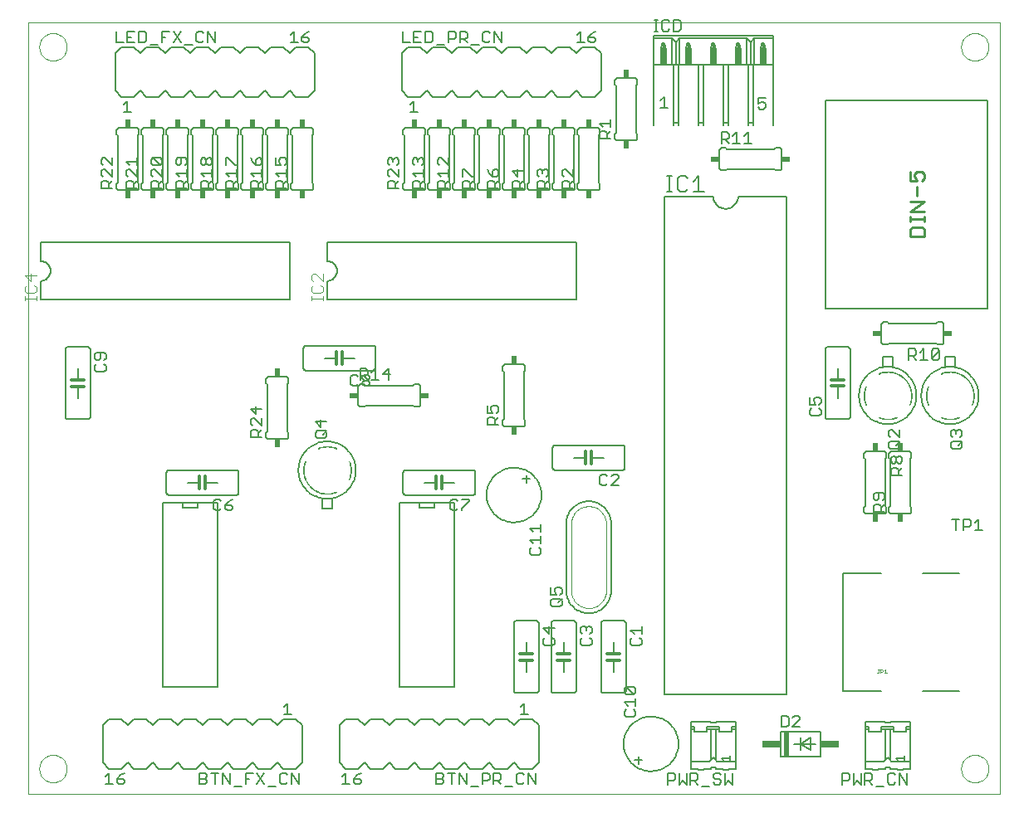
<source format=gto>
G75*
%MOIN*%
%OFA0B0*%
%FSLAX24Y24*%
%IPPOS*%
%LPD*%
%AMOC8*
5,1,8,0,0,1.08239X$1,22.5*
%
%ADD10C,0.0000*%
%ADD11C,0.0060*%
%ADD12C,0.0050*%
%ADD13R,0.0240X0.0340*%
%ADD14C,0.0070*%
%ADD15C,0.0120*%
%ADD16C,0.0040*%
%ADD17C,0.0002*%
%ADD18R,0.0340X0.0240*%
%ADD19R,0.0200X0.1000*%
%ADD20R,0.0750X0.0300*%
%ADD21R,0.0200X0.0600*%
%ADD22R,0.0100X0.0250*%
%ADD23R,0.0050X0.0100*%
%ADD24C,0.0020*%
%ADD25C,0.0080*%
%ADD26C,0.0100*%
%ADD27C,0.0010*%
D10*
X001180Y001180D02*
X001180Y032180D01*
X040180Y032180D01*
X040180Y001180D01*
X001180Y001180D01*
X001629Y002180D02*
X001631Y002227D01*
X001637Y002273D01*
X001647Y002319D01*
X001660Y002364D01*
X001678Y002407D01*
X001699Y002449D01*
X001723Y002489D01*
X001751Y002526D01*
X001782Y002561D01*
X001816Y002594D01*
X001852Y002623D01*
X001891Y002649D01*
X001932Y002672D01*
X001975Y002691D01*
X002019Y002707D01*
X002064Y002719D01*
X002110Y002727D01*
X002157Y002731D01*
X002203Y002731D01*
X002250Y002727D01*
X002296Y002719D01*
X002341Y002707D01*
X002385Y002691D01*
X002428Y002672D01*
X002469Y002649D01*
X002508Y002623D01*
X002544Y002594D01*
X002578Y002561D01*
X002609Y002526D01*
X002637Y002489D01*
X002661Y002449D01*
X002682Y002407D01*
X002700Y002364D01*
X002713Y002319D01*
X002723Y002273D01*
X002729Y002227D01*
X002731Y002180D01*
X002729Y002133D01*
X002723Y002087D01*
X002713Y002041D01*
X002700Y001996D01*
X002682Y001953D01*
X002661Y001911D01*
X002637Y001871D01*
X002609Y001834D01*
X002578Y001799D01*
X002544Y001766D01*
X002508Y001737D01*
X002469Y001711D01*
X002428Y001688D01*
X002385Y001669D01*
X002341Y001653D01*
X002296Y001641D01*
X002250Y001633D01*
X002203Y001629D01*
X002157Y001629D01*
X002110Y001633D01*
X002064Y001641D01*
X002019Y001653D01*
X001975Y001669D01*
X001932Y001688D01*
X001891Y001711D01*
X001852Y001737D01*
X001816Y001766D01*
X001782Y001799D01*
X001751Y001834D01*
X001723Y001871D01*
X001699Y001911D01*
X001678Y001953D01*
X001660Y001996D01*
X001647Y002041D01*
X001637Y002087D01*
X001631Y002133D01*
X001629Y002180D01*
X001629Y031180D02*
X001631Y031227D01*
X001637Y031273D01*
X001647Y031319D01*
X001660Y031364D01*
X001678Y031407D01*
X001699Y031449D01*
X001723Y031489D01*
X001751Y031526D01*
X001782Y031561D01*
X001816Y031594D01*
X001852Y031623D01*
X001891Y031649D01*
X001932Y031672D01*
X001975Y031691D01*
X002019Y031707D01*
X002064Y031719D01*
X002110Y031727D01*
X002157Y031731D01*
X002203Y031731D01*
X002250Y031727D01*
X002296Y031719D01*
X002341Y031707D01*
X002385Y031691D01*
X002428Y031672D01*
X002469Y031649D01*
X002508Y031623D01*
X002544Y031594D01*
X002578Y031561D01*
X002609Y031526D01*
X002637Y031489D01*
X002661Y031449D01*
X002682Y031407D01*
X002700Y031364D01*
X002713Y031319D01*
X002723Y031273D01*
X002729Y031227D01*
X002731Y031180D01*
X002729Y031133D01*
X002723Y031087D01*
X002713Y031041D01*
X002700Y030996D01*
X002682Y030953D01*
X002661Y030911D01*
X002637Y030871D01*
X002609Y030834D01*
X002578Y030799D01*
X002544Y030766D01*
X002508Y030737D01*
X002469Y030711D01*
X002428Y030688D01*
X002385Y030669D01*
X002341Y030653D01*
X002296Y030641D01*
X002250Y030633D01*
X002203Y030629D01*
X002157Y030629D01*
X002110Y030633D01*
X002064Y030641D01*
X002019Y030653D01*
X001975Y030669D01*
X001932Y030688D01*
X001891Y030711D01*
X001852Y030737D01*
X001816Y030766D01*
X001782Y030799D01*
X001751Y030834D01*
X001723Y030871D01*
X001699Y030911D01*
X001678Y030953D01*
X001660Y030996D01*
X001647Y031041D01*
X001637Y031087D01*
X001631Y031133D01*
X001629Y031180D01*
X038629Y031180D02*
X038631Y031227D01*
X038637Y031273D01*
X038647Y031319D01*
X038660Y031364D01*
X038678Y031407D01*
X038699Y031449D01*
X038723Y031489D01*
X038751Y031526D01*
X038782Y031561D01*
X038816Y031594D01*
X038852Y031623D01*
X038891Y031649D01*
X038932Y031672D01*
X038975Y031691D01*
X039019Y031707D01*
X039064Y031719D01*
X039110Y031727D01*
X039157Y031731D01*
X039203Y031731D01*
X039250Y031727D01*
X039296Y031719D01*
X039341Y031707D01*
X039385Y031691D01*
X039428Y031672D01*
X039469Y031649D01*
X039508Y031623D01*
X039544Y031594D01*
X039578Y031561D01*
X039609Y031526D01*
X039637Y031489D01*
X039661Y031449D01*
X039682Y031407D01*
X039700Y031364D01*
X039713Y031319D01*
X039723Y031273D01*
X039729Y031227D01*
X039731Y031180D01*
X039729Y031133D01*
X039723Y031087D01*
X039713Y031041D01*
X039700Y030996D01*
X039682Y030953D01*
X039661Y030911D01*
X039637Y030871D01*
X039609Y030834D01*
X039578Y030799D01*
X039544Y030766D01*
X039508Y030737D01*
X039469Y030711D01*
X039428Y030688D01*
X039385Y030669D01*
X039341Y030653D01*
X039296Y030641D01*
X039250Y030633D01*
X039203Y030629D01*
X039157Y030629D01*
X039110Y030633D01*
X039064Y030641D01*
X039019Y030653D01*
X038975Y030669D01*
X038932Y030688D01*
X038891Y030711D01*
X038852Y030737D01*
X038816Y030766D01*
X038782Y030799D01*
X038751Y030834D01*
X038723Y030871D01*
X038699Y030911D01*
X038678Y030953D01*
X038660Y030996D01*
X038647Y031041D01*
X038637Y031087D01*
X038631Y031133D01*
X038629Y031180D01*
X038629Y002180D02*
X038631Y002227D01*
X038637Y002273D01*
X038647Y002319D01*
X038660Y002364D01*
X038678Y002407D01*
X038699Y002449D01*
X038723Y002489D01*
X038751Y002526D01*
X038782Y002561D01*
X038816Y002594D01*
X038852Y002623D01*
X038891Y002649D01*
X038932Y002672D01*
X038975Y002691D01*
X039019Y002707D01*
X039064Y002719D01*
X039110Y002727D01*
X039157Y002731D01*
X039203Y002731D01*
X039250Y002727D01*
X039296Y002719D01*
X039341Y002707D01*
X039385Y002691D01*
X039428Y002672D01*
X039469Y002649D01*
X039508Y002623D01*
X039544Y002594D01*
X039578Y002561D01*
X039609Y002526D01*
X039637Y002489D01*
X039661Y002449D01*
X039682Y002407D01*
X039700Y002364D01*
X039713Y002319D01*
X039723Y002273D01*
X039729Y002227D01*
X039731Y002180D01*
X039729Y002133D01*
X039723Y002087D01*
X039713Y002041D01*
X039700Y001996D01*
X039682Y001953D01*
X039661Y001911D01*
X039637Y001871D01*
X039609Y001834D01*
X039578Y001799D01*
X039544Y001766D01*
X039508Y001737D01*
X039469Y001711D01*
X039428Y001688D01*
X039385Y001669D01*
X039341Y001653D01*
X039296Y001641D01*
X039250Y001633D01*
X039203Y001629D01*
X039157Y001629D01*
X039110Y001633D01*
X039064Y001641D01*
X039019Y001653D01*
X038975Y001669D01*
X038932Y001688D01*
X038891Y001711D01*
X038852Y001737D01*
X038816Y001766D01*
X038782Y001799D01*
X038751Y001834D01*
X038723Y001871D01*
X038699Y001911D01*
X038678Y001953D01*
X038660Y001996D01*
X038647Y002041D01*
X038637Y002087D01*
X038631Y002133D01*
X038629Y002180D01*
D11*
X036580Y002180D02*
X036280Y002180D01*
X036280Y002130D01*
X036080Y002130D01*
X036080Y002180D01*
X035780Y002180D01*
X035780Y002230D01*
X035580Y002230D01*
X035580Y002180D01*
X035280Y002180D01*
X035280Y002130D01*
X035080Y002130D01*
X035080Y002180D01*
X034780Y002180D01*
X034780Y002480D01*
X034780Y003780D01*
X034780Y003880D01*
X034930Y003880D01*
X034930Y003780D01*
X034930Y003680D01*
X035430Y003680D01*
X035430Y003780D01*
X035580Y003780D01*
X035780Y003780D01*
X035780Y002530D01*
X035680Y002630D01*
X035580Y002530D01*
X035580Y003780D01*
X035430Y003780D02*
X035430Y003880D01*
X035930Y003880D01*
X035930Y003780D01*
X035780Y003780D01*
X035930Y003780D02*
X035930Y003680D01*
X036430Y003680D01*
X036430Y003780D01*
X036580Y003780D01*
X036580Y003880D01*
X036430Y003880D01*
X036430Y003780D01*
X036580Y003780D02*
X036580Y002480D01*
X035830Y002480D01*
X035780Y002530D01*
X035580Y002530D02*
X035530Y002480D01*
X034780Y002480D01*
X034780Y003780D02*
X034930Y003780D01*
X034780Y003880D02*
X034780Y004080D01*
X035580Y004080D01*
X035580Y004030D01*
X035780Y004030D01*
X035780Y004080D01*
X036580Y004080D01*
X036580Y003880D01*
X036580Y002480D02*
X036580Y002180D01*
X032980Y002680D02*
X032980Y003680D01*
X031380Y003680D01*
X031380Y002680D01*
X032980Y002680D01*
X032580Y002930D02*
X032180Y003180D01*
X032180Y002930D01*
X032180Y003180D02*
X032180Y003430D01*
X032180Y003180D02*
X032580Y003430D01*
X032580Y002930D01*
X032780Y003180D02*
X032180Y003180D01*
X031930Y003180D01*
X031630Y005180D02*
X031630Y025180D01*
X029680Y025180D01*
X029678Y025136D01*
X029672Y025093D01*
X029663Y025051D01*
X029650Y025009D01*
X029633Y024969D01*
X029613Y024930D01*
X029590Y024893D01*
X029563Y024859D01*
X029534Y024826D01*
X029501Y024797D01*
X029467Y024770D01*
X029430Y024747D01*
X029391Y024727D01*
X029351Y024710D01*
X029309Y024697D01*
X029267Y024688D01*
X029224Y024682D01*
X029180Y024680D01*
X029136Y024682D01*
X029093Y024688D01*
X029051Y024697D01*
X029009Y024710D01*
X028969Y024727D01*
X028930Y024747D01*
X028893Y024770D01*
X028859Y024797D01*
X028826Y024826D01*
X028797Y024859D01*
X028770Y024893D01*
X028747Y024930D01*
X028727Y024969D01*
X028710Y025009D01*
X028697Y025051D01*
X028688Y025093D01*
X028682Y025136D01*
X028680Y025180D01*
X026730Y025180D01*
X026730Y005180D01*
X031630Y005180D01*
X029580Y004080D02*
X029580Y003880D01*
X029580Y003780D01*
X029430Y003780D01*
X029430Y003680D01*
X028930Y003680D01*
X028930Y003780D01*
X028780Y003780D01*
X028780Y002530D01*
X028680Y002630D01*
X028580Y002530D01*
X028580Y003780D01*
X028780Y003780D01*
X028930Y003780D02*
X028930Y003880D01*
X028430Y003880D01*
X028430Y003780D01*
X028580Y003780D01*
X028430Y003780D02*
X028430Y003680D01*
X027930Y003680D01*
X027930Y003780D01*
X027780Y003780D01*
X027780Y003880D01*
X027930Y003880D01*
X027930Y003780D01*
X027780Y003780D02*
X027780Y002480D01*
X027780Y002180D01*
X028080Y002180D01*
X028080Y002130D01*
X028280Y002130D01*
X028280Y002180D01*
X028580Y002180D01*
X028580Y002230D01*
X028780Y002230D01*
X028780Y002180D01*
X029080Y002180D01*
X029080Y002130D01*
X029280Y002130D01*
X029280Y002180D01*
X029580Y002180D01*
X029580Y002480D01*
X029580Y003780D01*
X029580Y003880D02*
X029430Y003880D01*
X029430Y003780D01*
X029580Y004080D02*
X028780Y004080D01*
X028780Y004030D01*
X028580Y004030D01*
X028580Y004080D01*
X027780Y004080D01*
X027780Y003880D01*
X027780Y002480D02*
X028530Y002480D01*
X028580Y002530D01*
X028780Y002530D02*
X028830Y002480D01*
X029580Y002480D01*
X025080Y003180D02*
X025082Y003246D01*
X025088Y003311D01*
X025098Y003376D01*
X025111Y003441D01*
X025129Y003504D01*
X025150Y003567D01*
X025175Y003627D01*
X025204Y003687D01*
X025236Y003744D01*
X025271Y003800D01*
X025310Y003853D01*
X025352Y003904D01*
X025396Y003952D01*
X025444Y003997D01*
X025494Y004040D01*
X025547Y004079D01*
X025602Y004116D01*
X025659Y004149D01*
X025718Y004178D01*
X025778Y004204D01*
X025840Y004226D01*
X025903Y004245D01*
X025967Y004259D01*
X026032Y004270D01*
X026098Y004277D01*
X026164Y004280D01*
X026229Y004279D01*
X026295Y004274D01*
X026360Y004265D01*
X026425Y004252D01*
X026488Y004236D01*
X026551Y004216D01*
X026612Y004191D01*
X026672Y004164D01*
X026730Y004133D01*
X026786Y004098D01*
X026840Y004060D01*
X026891Y004019D01*
X026940Y003975D01*
X026986Y003928D01*
X027030Y003879D01*
X027070Y003827D01*
X027107Y003772D01*
X027141Y003716D01*
X027171Y003657D01*
X027198Y003597D01*
X027221Y003536D01*
X027240Y003473D01*
X027256Y003409D01*
X027268Y003344D01*
X027276Y003279D01*
X027280Y003213D01*
X027280Y003147D01*
X027276Y003081D01*
X027268Y003016D01*
X027256Y002951D01*
X027240Y002887D01*
X027221Y002824D01*
X027198Y002763D01*
X027171Y002703D01*
X027141Y002644D01*
X027107Y002588D01*
X027070Y002533D01*
X027030Y002481D01*
X026986Y002432D01*
X026940Y002385D01*
X026891Y002341D01*
X026840Y002300D01*
X026786Y002262D01*
X026730Y002227D01*
X026672Y002196D01*
X026612Y002169D01*
X026551Y002144D01*
X026488Y002124D01*
X026425Y002108D01*
X026360Y002095D01*
X026295Y002086D01*
X026229Y002081D01*
X026164Y002080D01*
X026098Y002083D01*
X026032Y002090D01*
X025967Y002101D01*
X025903Y002115D01*
X025840Y002134D01*
X025778Y002156D01*
X025718Y002182D01*
X025659Y002211D01*
X025602Y002244D01*
X025547Y002281D01*
X025494Y002320D01*
X025444Y002363D01*
X025396Y002408D01*
X025352Y002456D01*
X025310Y002507D01*
X025271Y002560D01*
X025236Y002616D01*
X025204Y002673D01*
X025175Y002733D01*
X025150Y002793D01*
X025129Y002856D01*
X025111Y002919D01*
X025098Y002984D01*
X025088Y003049D01*
X025082Y003114D01*
X025080Y003180D01*
X025680Y002680D02*
X025680Y002530D01*
X025530Y002530D01*
X025680Y002530D02*
X025830Y002530D01*
X025680Y002530D02*
X025680Y002380D01*
X025080Y005230D02*
X024280Y005230D01*
X024263Y005232D01*
X024246Y005236D01*
X024230Y005243D01*
X024216Y005253D01*
X024203Y005266D01*
X024193Y005280D01*
X024186Y005296D01*
X024182Y005313D01*
X024180Y005330D01*
X024180Y008030D01*
X024182Y008047D01*
X024186Y008064D01*
X024193Y008080D01*
X024203Y008094D01*
X024216Y008107D01*
X024230Y008117D01*
X024246Y008124D01*
X024263Y008128D01*
X024280Y008130D01*
X025080Y008130D01*
X025097Y008128D01*
X025114Y008124D01*
X025130Y008117D01*
X025144Y008107D01*
X025157Y008094D01*
X025167Y008080D01*
X025174Y008064D01*
X025178Y008047D01*
X025180Y008030D01*
X025180Y005330D01*
X025178Y005313D01*
X025174Y005296D01*
X025167Y005280D01*
X025157Y005266D01*
X025144Y005253D01*
X025130Y005243D01*
X025114Y005236D01*
X025097Y005232D01*
X025080Y005230D01*
X024680Y006080D02*
X024680Y006550D01*
X024680Y006800D02*
X024680Y007280D01*
X023180Y008030D02*
X023180Y005330D01*
X023178Y005313D01*
X023174Y005296D01*
X023167Y005280D01*
X023157Y005266D01*
X023144Y005253D01*
X023130Y005243D01*
X023114Y005236D01*
X023097Y005232D01*
X023080Y005230D01*
X022280Y005230D01*
X022263Y005232D01*
X022246Y005236D01*
X022230Y005243D01*
X022216Y005253D01*
X022203Y005266D01*
X022193Y005280D01*
X022186Y005296D01*
X022182Y005313D01*
X022180Y005330D01*
X022180Y008030D01*
X022182Y008047D01*
X022186Y008064D01*
X022193Y008080D01*
X022203Y008094D01*
X022216Y008107D01*
X022230Y008117D01*
X022246Y008124D01*
X022263Y008128D01*
X022280Y008130D01*
X023080Y008130D01*
X023097Y008128D01*
X023114Y008124D01*
X023130Y008117D01*
X023144Y008107D01*
X023157Y008094D01*
X023167Y008080D01*
X023174Y008064D01*
X023178Y008047D01*
X023180Y008030D01*
X022680Y007280D02*
X022680Y006800D01*
X022680Y006550D02*
X022680Y006080D01*
X021680Y005330D02*
X021680Y008030D01*
X021678Y008047D01*
X021674Y008064D01*
X021667Y008080D01*
X021657Y008094D01*
X021644Y008107D01*
X021630Y008117D01*
X021614Y008124D01*
X021597Y008128D01*
X021580Y008130D01*
X020780Y008130D01*
X020763Y008128D01*
X020746Y008124D01*
X020730Y008117D01*
X020716Y008107D01*
X020703Y008094D01*
X020693Y008080D01*
X020686Y008064D01*
X020682Y008047D01*
X020680Y008030D01*
X020680Y005330D01*
X020682Y005313D01*
X020686Y005296D01*
X020693Y005280D01*
X020703Y005266D01*
X020716Y005253D01*
X020730Y005243D01*
X020746Y005236D01*
X020763Y005232D01*
X020780Y005230D01*
X021580Y005230D01*
X021597Y005232D01*
X021614Y005236D01*
X021630Y005243D01*
X021644Y005253D01*
X021657Y005266D01*
X021667Y005280D01*
X021674Y005296D01*
X021678Y005313D01*
X021680Y005330D01*
X021180Y006080D02*
X021180Y006550D01*
X021180Y006800D02*
X021180Y007280D01*
X022780Y009330D02*
X022780Y012030D01*
X022782Y012089D01*
X022788Y012147D01*
X022797Y012206D01*
X022811Y012263D01*
X022828Y012319D01*
X022849Y012374D01*
X022873Y012428D01*
X022901Y012480D01*
X022932Y012530D01*
X022966Y012578D01*
X023003Y012623D01*
X023044Y012666D01*
X023087Y012707D01*
X023132Y012744D01*
X023180Y012778D01*
X023230Y012809D01*
X023282Y012837D01*
X023336Y012861D01*
X023391Y012882D01*
X023447Y012899D01*
X023504Y012913D01*
X023563Y012922D01*
X023621Y012928D01*
X023680Y012930D01*
X023739Y012928D01*
X023797Y012922D01*
X023856Y012913D01*
X023913Y012899D01*
X023969Y012882D01*
X024024Y012861D01*
X024078Y012837D01*
X024130Y012809D01*
X024180Y012778D01*
X024228Y012744D01*
X024273Y012707D01*
X024316Y012666D01*
X024357Y012623D01*
X024394Y012578D01*
X024428Y012530D01*
X024459Y012480D01*
X024487Y012428D01*
X024511Y012374D01*
X024532Y012319D01*
X024549Y012263D01*
X024563Y012206D01*
X024572Y012147D01*
X024578Y012089D01*
X024580Y012030D01*
X024580Y009330D01*
X024578Y009271D01*
X024572Y009213D01*
X024563Y009154D01*
X024549Y009097D01*
X024532Y009041D01*
X024511Y008986D01*
X024487Y008932D01*
X024459Y008880D01*
X024428Y008830D01*
X024394Y008782D01*
X024357Y008737D01*
X024316Y008694D01*
X024273Y008653D01*
X024228Y008616D01*
X024180Y008582D01*
X024130Y008551D01*
X024078Y008523D01*
X024024Y008499D01*
X023969Y008478D01*
X023913Y008461D01*
X023856Y008447D01*
X023797Y008438D01*
X023739Y008432D01*
X023680Y008430D01*
X023621Y008432D01*
X023563Y008438D01*
X023504Y008447D01*
X023447Y008461D01*
X023391Y008478D01*
X023336Y008499D01*
X023282Y008523D01*
X023230Y008551D01*
X023180Y008582D01*
X023132Y008616D01*
X023087Y008653D01*
X023044Y008694D01*
X023003Y008737D01*
X022966Y008782D01*
X022932Y008830D01*
X022901Y008880D01*
X022873Y008932D01*
X022849Y008986D01*
X022828Y009041D01*
X022811Y009097D01*
X022797Y009154D01*
X022788Y009213D01*
X022782Y009271D01*
X022780Y009330D01*
X019580Y013180D02*
X019582Y013246D01*
X019588Y013311D01*
X019598Y013376D01*
X019611Y013441D01*
X019629Y013504D01*
X019650Y013567D01*
X019675Y013627D01*
X019704Y013687D01*
X019736Y013744D01*
X019771Y013800D01*
X019810Y013853D01*
X019852Y013904D01*
X019896Y013952D01*
X019944Y013997D01*
X019994Y014040D01*
X020047Y014079D01*
X020102Y014116D01*
X020159Y014149D01*
X020218Y014178D01*
X020278Y014204D01*
X020340Y014226D01*
X020403Y014245D01*
X020467Y014259D01*
X020532Y014270D01*
X020598Y014277D01*
X020664Y014280D01*
X020729Y014279D01*
X020795Y014274D01*
X020860Y014265D01*
X020925Y014252D01*
X020988Y014236D01*
X021051Y014216D01*
X021112Y014191D01*
X021172Y014164D01*
X021230Y014133D01*
X021286Y014098D01*
X021340Y014060D01*
X021391Y014019D01*
X021440Y013975D01*
X021486Y013928D01*
X021530Y013879D01*
X021570Y013827D01*
X021607Y013772D01*
X021641Y013716D01*
X021671Y013657D01*
X021698Y013597D01*
X021721Y013536D01*
X021740Y013473D01*
X021756Y013409D01*
X021768Y013344D01*
X021776Y013279D01*
X021780Y013213D01*
X021780Y013147D01*
X021776Y013081D01*
X021768Y013016D01*
X021756Y012951D01*
X021740Y012887D01*
X021721Y012824D01*
X021698Y012763D01*
X021671Y012703D01*
X021641Y012644D01*
X021607Y012588D01*
X021570Y012533D01*
X021530Y012481D01*
X021486Y012432D01*
X021440Y012385D01*
X021391Y012341D01*
X021340Y012300D01*
X021286Y012262D01*
X021230Y012227D01*
X021172Y012196D01*
X021112Y012169D01*
X021051Y012144D01*
X020988Y012124D01*
X020925Y012108D01*
X020860Y012095D01*
X020795Y012086D01*
X020729Y012081D01*
X020664Y012080D01*
X020598Y012083D01*
X020532Y012090D01*
X020467Y012101D01*
X020403Y012115D01*
X020340Y012134D01*
X020278Y012156D01*
X020218Y012182D01*
X020159Y012211D01*
X020102Y012244D01*
X020047Y012281D01*
X019994Y012320D01*
X019944Y012363D01*
X019896Y012408D01*
X019852Y012456D01*
X019810Y012507D01*
X019771Y012560D01*
X019736Y012616D01*
X019704Y012673D01*
X019675Y012733D01*
X019650Y012793D01*
X019629Y012856D01*
X019611Y012919D01*
X019598Y012984D01*
X019588Y013049D01*
X019582Y013114D01*
X019580Y013180D01*
X019130Y013280D02*
X019130Y014080D01*
X019128Y014097D01*
X019124Y014114D01*
X019117Y014130D01*
X019107Y014144D01*
X019094Y014157D01*
X019080Y014167D01*
X019064Y014174D01*
X019047Y014178D01*
X019030Y014180D01*
X016330Y014180D01*
X016313Y014178D01*
X016296Y014174D01*
X016280Y014167D01*
X016266Y014157D01*
X016253Y014144D01*
X016243Y014130D01*
X016236Y014114D01*
X016232Y014097D01*
X016230Y014080D01*
X016230Y013280D01*
X016232Y013263D01*
X016236Y013246D01*
X016243Y013230D01*
X016253Y013216D01*
X016266Y013203D01*
X016280Y013193D01*
X016296Y013186D01*
X016313Y013182D01*
X016330Y013180D01*
X019030Y013180D01*
X019047Y013182D01*
X019064Y013186D01*
X019080Y013193D01*
X019094Y013203D01*
X019107Y013216D01*
X019117Y013230D01*
X019124Y013246D01*
X019128Y013263D01*
X019130Y013280D01*
X018280Y013680D02*
X017800Y013680D01*
X017550Y013680D02*
X017080Y013680D01*
X020230Y016030D02*
X020230Y016180D01*
X020280Y016230D01*
X020280Y018130D01*
X020230Y018180D01*
X020230Y018330D01*
X020232Y018347D01*
X020236Y018364D01*
X020243Y018380D01*
X020253Y018394D01*
X020266Y018407D01*
X020280Y018417D01*
X020296Y018424D01*
X020313Y018428D01*
X020330Y018430D01*
X021030Y018430D01*
X021047Y018428D01*
X021064Y018424D01*
X021080Y018417D01*
X021094Y018407D01*
X021107Y018394D01*
X021117Y018380D01*
X021124Y018364D01*
X021128Y018347D01*
X021130Y018330D01*
X021130Y018180D01*
X021080Y018130D01*
X021080Y016230D01*
X021130Y016180D01*
X021130Y016030D01*
X021128Y016013D01*
X021124Y015996D01*
X021117Y015980D01*
X021107Y015966D01*
X021094Y015953D01*
X021080Y015943D01*
X021064Y015936D01*
X021047Y015932D01*
X021030Y015930D01*
X020330Y015930D01*
X020313Y015932D01*
X020296Y015936D01*
X020280Y015943D01*
X020266Y015953D01*
X020253Y015966D01*
X020243Y015980D01*
X020236Y015996D01*
X020232Y016013D01*
X020230Y016030D01*
X022230Y015080D02*
X022230Y014280D01*
X022232Y014263D01*
X022236Y014246D01*
X022243Y014230D01*
X022253Y014216D01*
X022266Y014203D01*
X022280Y014193D01*
X022296Y014186D01*
X022313Y014182D01*
X022330Y014180D01*
X025030Y014180D01*
X025047Y014182D01*
X025064Y014186D01*
X025080Y014193D01*
X025094Y014203D01*
X025107Y014216D01*
X025117Y014230D01*
X025124Y014246D01*
X025128Y014263D01*
X025130Y014280D01*
X025130Y015080D01*
X025128Y015097D01*
X025124Y015114D01*
X025117Y015130D01*
X025107Y015144D01*
X025094Y015157D01*
X025080Y015167D01*
X025064Y015174D01*
X025047Y015178D01*
X025030Y015180D01*
X022330Y015180D01*
X022313Y015178D01*
X022296Y015174D01*
X022280Y015167D01*
X022266Y015157D01*
X022253Y015144D01*
X022243Y015130D01*
X022236Y015114D01*
X022232Y015097D01*
X022230Y015080D01*
X023080Y014680D02*
X023550Y014680D01*
X023800Y014680D02*
X024280Y014680D01*
X021330Y013830D02*
X021180Y013830D01*
X021180Y013680D01*
X021180Y013830D02*
X021030Y013830D01*
X021180Y013830D02*
X021180Y013980D01*
X016930Y016830D02*
X016930Y017530D01*
X016928Y017547D01*
X016924Y017564D01*
X016917Y017580D01*
X016907Y017594D01*
X016894Y017607D01*
X016880Y017617D01*
X016864Y017624D01*
X016847Y017628D01*
X016830Y017630D01*
X016680Y017630D01*
X016630Y017580D01*
X014730Y017580D01*
X014680Y017630D01*
X014530Y017630D01*
X014513Y017628D01*
X014496Y017624D01*
X014480Y017617D01*
X014466Y017607D01*
X014453Y017594D01*
X014443Y017580D01*
X014436Y017564D01*
X014432Y017547D01*
X014430Y017530D01*
X014430Y016830D01*
X014432Y016813D01*
X014436Y016796D01*
X014443Y016780D01*
X014453Y016766D01*
X014466Y016753D01*
X014480Y016743D01*
X014496Y016736D01*
X014513Y016732D01*
X014530Y016730D01*
X014680Y016730D01*
X014730Y016780D01*
X016630Y016780D01*
X016680Y016730D01*
X016830Y016730D01*
X016847Y016732D01*
X016864Y016736D01*
X016880Y016743D01*
X016894Y016753D01*
X016907Y016766D01*
X016917Y016780D01*
X016924Y016796D01*
X016928Y016813D01*
X016930Y016830D01*
X015130Y018280D02*
X015130Y019080D01*
X015128Y019097D01*
X015124Y019114D01*
X015117Y019130D01*
X015107Y019144D01*
X015094Y019157D01*
X015080Y019167D01*
X015064Y019174D01*
X015047Y019178D01*
X015030Y019180D01*
X012330Y019180D01*
X012313Y019178D01*
X012296Y019174D01*
X012280Y019167D01*
X012266Y019157D01*
X012253Y019144D01*
X012243Y019130D01*
X012236Y019114D01*
X012232Y019097D01*
X012230Y019080D01*
X012230Y018280D01*
X012232Y018263D01*
X012236Y018246D01*
X012243Y018230D01*
X012253Y018216D01*
X012266Y018203D01*
X012280Y018193D01*
X012296Y018186D01*
X012313Y018182D01*
X012330Y018180D01*
X015030Y018180D01*
X015047Y018182D01*
X015064Y018186D01*
X015080Y018193D01*
X015094Y018203D01*
X015107Y018216D01*
X015117Y018230D01*
X015124Y018246D01*
X015128Y018263D01*
X015130Y018280D01*
X014280Y018680D02*
X013800Y018680D01*
X013550Y018680D02*
X013080Y018680D01*
X011630Y017830D02*
X011630Y017680D01*
X011580Y017630D01*
X011580Y015730D01*
X011630Y015680D01*
X011630Y015530D01*
X011628Y015513D01*
X011624Y015496D01*
X011617Y015480D01*
X011607Y015466D01*
X011594Y015453D01*
X011580Y015443D01*
X011564Y015436D01*
X011547Y015432D01*
X011530Y015430D01*
X010830Y015430D01*
X010813Y015432D01*
X010796Y015436D01*
X010780Y015443D01*
X010766Y015453D01*
X010753Y015466D01*
X010743Y015480D01*
X010736Y015496D01*
X010732Y015513D01*
X010730Y015530D01*
X010730Y015680D01*
X010780Y015730D01*
X010780Y017630D01*
X010730Y017680D01*
X010730Y017830D01*
X010732Y017847D01*
X010736Y017864D01*
X010743Y017880D01*
X010753Y017894D01*
X010766Y017907D01*
X010780Y017917D01*
X010796Y017924D01*
X010813Y017928D01*
X010830Y017930D01*
X011530Y017930D01*
X011547Y017928D01*
X011564Y017924D01*
X011580Y017917D01*
X011594Y017907D01*
X011607Y017894D01*
X011617Y017880D01*
X011624Y017864D01*
X011628Y017847D01*
X011630Y017830D01*
X011680Y021030D02*
X011680Y023330D01*
X001680Y023330D01*
X001680Y022580D01*
X001719Y022578D01*
X001758Y022572D01*
X001796Y022563D01*
X001833Y022550D01*
X001869Y022533D01*
X001902Y022513D01*
X001934Y022489D01*
X001963Y022463D01*
X001989Y022434D01*
X002013Y022402D01*
X002033Y022369D01*
X002050Y022333D01*
X002063Y022296D01*
X002072Y022258D01*
X002078Y022219D01*
X002080Y022180D01*
X002078Y022141D01*
X002072Y022102D01*
X002063Y022064D01*
X002050Y022027D01*
X002033Y021991D01*
X002013Y021958D01*
X001989Y021926D01*
X001963Y021897D01*
X001934Y021871D01*
X001902Y021847D01*
X001869Y021827D01*
X001833Y021810D01*
X001796Y021797D01*
X001758Y021788D01*
X001719Y021782D01*
X001680Y021780D01*
X001680Y021030D01*
X011680Y021030D01*
X013180Y021030D02*
X013180Y021780D01*
X013219Y021782D01*
X013258Y021788D01*
X013296Y021797D01*
X013333Y021810D01*
X013369Y021827D01*
X013402Y021847D01*
X013434Y021871D01*
X013463Y021897D01*
X013489Y021926D01*
X013513Y021958D01*
X013533Y021991D01*
X013550Y022027D01*
X013563Y022064D01*
X013572Y022102D01*
X013578Y022141D01*
X013580Y022180D01*
X013578Y022219D01*
X013572Y022258D01*
X013563Y022296D01*
X013550Y022333D01*
X013533Y022369D01*
X013513Y022402D01*
X013489Y022434D01*
X013463Y022463D01*
X013434Y022489D01*
X013402Y022513D01*
X013369Y022533D01*
X013333Y022550D01*
X013296Y022563D01*
X013258Y022572D01*
X013219Y022578D01*
X013180Y022580D01*
X013180Y023330D01*
X023180Y023330D01*
X023180Y021030D01*
X013180Y021030D01*
X012530Y025430D02*
X011830Y025430D01*
X011813Y025432D01*
X011796Y025436D01*
X011780Y025443D01*
X011766Y025453D01*
X011753Y025466D01*
X011743Y025480D01*
X011736Y025496D01*
X011732Y025513D01*
X011730Y025530D01*
X011730Y025680D01*
X011780Y025730D01*
X011780Y027630D01*
X011730Y027680D01*
X011730Y027830D01*
X011732Y027847D01*
X011736Y027864D01*
X011743Y027880D01*
X011753Y027894D01*
X011766Y027907D01*
X011780Y027917D01*
X011796Y027924D01*
X011813Y027928D01*
X011830Y027930D01*
X012530Y027930D01*
X012547Y027928D01*
X012564Y027924D01*
X012580Y027917D01*
X012594Y027907D01*
X012607Y027894D01*
X012617Y027880D01*
X012624Y027864D01*
X012628Y027847D01*
X012630Y027830D01*
X012630Y027680D01*
X012580Y027630D01*
X012580Y025730D01*
X012630Y025680D01*
X012630Y025530D01*
X012628Y025513D01*
X012624Y025496D01*
X012617Y025480D01*
X012607Y025466D01*
X012594Y025453D01*
X012580Y025443D01*
X012564Y025436D01*
X012547Y025432D01*
X012530Y025430D01*
X011630Y025530D02*
X011630Y025680D01*
X011580Y025730D01*
X011580Y027630D01*
X011630Y027680D01*
X011630Y027830D01*
X011628Y027847D01*
X011624Y027864D01*
X011617Y027880D01*
X011607Y027894D01*
X011594Y027907D01*
X011580Y027917D01*
X011564Y027924D01*
X011547Y027928D01*
X011530Y027930D01*
X010830Y027930D01*
X010813Y027928D01*
X010796Y027924D01*
X010780Y027917D01*
X010766Y027907D01*
X010753Y027894D01*
X010743Y027880D01*
X010736Y027864D01*
X010732Y027847D01*
X010730Y027830D01*
X010730Y027680D01*
X010780Y027630D01*
X010780Y025730D01*
X010730Y025680D01*
X010730Y025530D01*
X010630Y025530D02*
X010630Y025680D01*
X010580Y025730D01*
X010580Y027630D01*
X010630Y027680D01*
X010630Y027830D01*
X010628Y027847D01*
X010624Y027864D01*
X010617Y027880D01*
X010607Y027894D01*
X010594Y027907D01*
X010580Y027917D01*
X010564Y027924D01*
X010547Y027928D01*
X010530Y027930D01*
X009830Y027930D01*
X009813Y027928D01*
X009796Y027924D01*
X009780Y027917D01*
X009766Y027907D01*
X009753Y027894D01*
X009743Y027880D01*
X009736Y027864D01*
X009732Y027847D01*
X009730Y027830D01*
X009730Y027680D01*
X009780Y027630D01*
X009780Y025730D01*
X009730Y025680D01*
X009730Y025530D01*
X009732Y025513D01*
X009736Y025496D01*
X009743Y025480D01*
X009753Y025466D01*
X009766Y025453D01*
X009780Y025443D01*
X009796Y025436D01*
X009813Y025432D01*
X009830Y025430D01*
X010530Y025430D01*
X010547Y025432D01*
X010564Y025436D01*
X010580Y025443D01*
X010594Y025453D01*
X010607Y025466D01*
X010617Y025480D01*
X010624Y025496D01*
X010628Y025513D01*
X010630Y025530D01*
X010730Y025530D02*
X010732Y025513D01*
X010736Y025496D01*
X010743Y025480D01*
X010753Y025466D01*
X010766Y025453D01*
X010780Y025443D01*
X010796Y025436D01*
X010813Y025432D01*
X010830Y025430D01*
X011530Y025430D01*
X011547Y025432D01*
X011564Y025436D01*
X011580Y025443D01*
X011594Y025453D01*
X011607Y025466D01*
X011617Y025480D01*
X011624Y025496D01*
X011628Y025513D01*
X011630Y025530D01*
X009630Y025530D02*
X009630Y025680D01*
X009580Y025730D01*
X009580Y027630D01*
X009630Y027680D01*
X009630Y027830D01*
X009628Y027847D01*
X009624Y027864D01*
X009617Y027880D01*
X009607Y027894D01*
X009594Y027907D01*
X009580Y027917D01*
X009564Y027924D01*
X009547Y027928D01*
X009530Y027930D01*
X008830Y027930D01*
X008813Y027928D01*
X008796Y027924D01*
X008780Y027917D01*
X008766Y027907D01*
X008753Y027894D01*
X008743Y027880D01*
X008736Y027864D01*
X008732Y027847D01*
X008730Y027830D01*
X008730Y027680D01*
X008780Y027630D01*
X008780Y025730D01*
X008730Y025680D01*
X008730Y025530D01*
X008732Y025513D01*
X008736Y025496D01*
X008743Y025480D01*
X008753Y025466D01*
X008766Y025453D01*
X008780Y025443D01*
X008796Y025436D01*
X008813Y025432D01*
X008830Y025430D01*
X009530Y025430D01*
X009547Y025432D01*
X009564Y025436D01*
X009580Y025443D01*
X009594Y025453D01*
X009607Y025466D01*
X009617Y025480D01*
X009624Y025496D01*
X009628Y025513D01*
X009630Y025530D01*
X008630Y025530D02*
X008630Y025680D01*
X008580Y025730D01*
X008580Y027630D01*
X008630Y027680D01*
X008630Y027830D01*
X008628Y027847D01*
X008624Y027864D01*
X008617Y027880D01*
X008607Y027894D01*
X008594Y027907D01*
X008580Y027917D01*
X008564Y027924D01*
X008547Y027928D01*
X008530Y027930D01*
X007830Y027930D01*
X007813Y027928D01*
X007796Y027924D01*
X007780Y027917D01*
X007766Y027907D01*
X007753Y027894D01*
X007743Y027880D01*
X007736Y027864D01*
X007732Y027847D01*
X007730Y027830D01*
X007730Y027680D01*
X007780Y027630D01*
X007780Y025730D01*
X007730Y025680D01*
X007730Y025530D01*
X007732Y025513D01*
X007736Y025496D01*
X007743Y025480D01*
X007753Y025466D01*
X007766Y025453D01*
X007780Y025443D01*
X007796Y025436D01*
X007813Y025432D01*
X007830Y025430D01*
X008530Y025430D01*
X008547Y025432D01*
X008564Y025436D01*
X008580Y025443D01*
X008594Y025453D01*
X008607Y025466D01*
X008617Y025480D01*
X008624Y025496D01*
X008628Y025513D01*
X008630Y025530D01*
X007630Y025530D02*
X007630Y025680D01*
X007580Y025730D01*
X007580Y027630D01*
X007630Y027680D01*
X007630Y027830D01*
X007628Y027847D01*
X007624Y027864D01*
X007617Y027880D01*
X007607Y027894D01*
X007594Y027907D01*
X007580Y027917D01*
X007564Y027924D01*
X007547Y027928D01*
X007530Y027930D01*
X006830Y027930D01*
X006813Y027928D01*
X006796Y027924D01*
X006780Y027917D01*
X006766Y027907D01*
X006753Y027894D01*
X006743Y027880D01*
X006736Y027864D01*
X006732Y027847D01*
X006730Y027830D01*
X006730Y027680D01*
X006780Y027630D01*
X006780Y025730D01*
X006730Y025680D01*
X006730Y025530D01*
X006732Y025513D01*
X006736Y025496D01*
X006743Y025480D01*
X006753Y025466D01*
X006766Y025453D01*
X006780Y025443D01*
X006796Y025436D01*
X006813Y025432D01*
X006830Y025430D01*
X007530Y025430D01*
X007547Y025432D01*
X007564Y025436D01*
X007580Y025443D01*
X007594Y025453D01*
X007607Y025466D01*
X007617Y025480D01*
X007624Y025496D01*
X007628Y025513D01*
X007630Y025530D01*
X006630Y025530D02*
X006630Y025680D01*
X006580Y025730D01*
X006580Y027630D01*
X006630Y027680D01*
X006630Y027830D01*
X006628Y027847D01*
X006624Y027864D01*
X006617Y027880D01*
X006607Y027894D01*
X006594Y027907D01*
X006580Y027917D01*
X006564Y027924D01*
X006547Y027928D01*
X006530Y027930D01*
X005830Y027930D01*
X005813Y027928D01*
X005796Y027924D01*
X005780Y027917D01*
X005766Y027907D01*
X005753Y027894D01*
X005743Y027880D01*
X005736Y027864D01*
X005732Y027847D01*
X005730Y027830D01*
X005730Y027680D01*
X005780Y027630D01*
X005780Y025730D01*
X005730Y025680D01*
X005730Y025530D01*
X005630Y025530D02*
X005630Y025680D01*
X005580Y025730D01*
X005580Y027630D01*
X005630Y027680D01*
X005630Y027830D01*
X005628Y027847D01*
X005624Y027864D01*
X005617Y027880D01*
X005607Y027894D01*
X005594Y027907D01*
X005580Y027917D01*
X005564Y027924D01*
X005547Y027928D01*
X005530Y027930D01*
X004830Y027930D01*
X004813Y027928D01*
X004796Y027924D01*
X004780Y027917D01*
X004766Y027907D01*
X004753Y027894D01*
X004743Y027880D01*
X004736Y027864D01*
X004732Y027847D01*
X004730Y027830D01*
X004730Y027680D01*
X004780Y027630D01*
X004780Y025730D01*
X004730Y025680D01*
X004730Y025530D01*
X004732Y025513D01*
X004736Y025496D01*
X004743Y025480D01*
X004753Y025466D01*
X004766Y025453D01*
X004780Y025443D01*
X004796Y025436D01*
X004813Y025432D01*
X004830Y025430D01*
X005530Y025430D01*
X005547Y025432D01*
X005564Y025436D01*
X005580Y025443D01*
X005594Y025453D01*
X005607Y025466D01*
X005617Y025480D01*
X005624Y025496D01*
X005628Y025513D01*
X005630Y025530D01*
X005730Y025530D02*
X005732Y025513D01*
X005736Y025496D01*
X005743Y025480D01*
X005753Y025466D01*
X005766Y025453D01*
X005780Y025443D01*
X005796Y025436D01*
X005813Y025432D01*
X005830Y025430D01*
X006530Y025430D01*
X006547Y025432D01*
X006564Y025436D01*
X006580Y025443D01*
X006594Y025453D01*
X006607Y025466D01*
X006617Y025480D01*
X006624Y025496D01*
X006628Y025513D01*
X006630Y025530D01*
X006430Y029180D02*
X005930Y029180D01*
X005680Y029430D01*
X005430Y029180D01*
X004930Y029180D01*
X004680Y029430D01*
X004680Y030930D01*
X004930Y031180D01*
X005430Y031180D01*
X005680Y030930D01*
X005930Y031180D01*
X006430Y031180D01*
X006680Y030930D01*
X006930Y031180D01*
X007430Y031180D01*
X007680Y030930D01*
X007930Y031180D01*
X008430Y031180D01*
X008680Y030930D01*
X008930Y031180D01*
X009430Y031180D01*
X009680Y030930D01*
X009930Y031180D01*
X010430Y031180D01*
X010680Y030930D01*
X010930Y031180D01*
X011430Y031180D01*
X011680Y030930D01*
X011930Y031180D01*
X012430Y031180D01*
X012680Y030930D01*
X012680Y029430D01*
X012430Y029180D01*
X011930Y029180D01*
X011680Y029430D01*
X011430Y029180D01*
X010930Y029180D01*
X010680Y029430D01*
X010430Y029180D01*
X009930Y029180D01*
X009680Y029430D01*
X009430Y029180D01*
X008930Y029180D01*
X008680Y029430D01*
X008430Y029180D01*
X007930Y029180D01*
X007680Y029430D01*
X007430Y029180D01*
X006930Y029180D01*
X006680Y029430D01*
X006430Y029180D01*
X016180Y029430D02*
X016430Y029180D01*
X016930Y029180D01*
X017180Y029430D01*
X017430Y029180D01*
X017930Y029180D01*
X018180Y029430D01*
X018430Y029180D01*
X018930Y029180D01*
X019180Y029430D01*
X019430Y029180D01*
X019930Y029180D01*
X020180Y029430D01*
X020430Y029180D01*
X020930Y029180D01*
X021180Y029430D01*
X021430Y029180D01*
X021930Y029180D01*
X022180Y029430D01*
X022430Y029180D01*
X022930Y029180D01*
X023180Y029430D01*
X023430Y029180D01*
X023930Y029180D01*
X024180Y029430D01*
X024180Y030930D01*
X023930Y031180D01*
X023430Y031180D01*
X023180Y030930D01*
X022930Y031180D01*
X022430Y031180D01*
X022180Y030930D01*
X021930Y031180D01*
X021430Y031180D01*
X021180Y030930D01*
X020930Y031180D01*
X020430Y031180D01*
X020180Y030930D01*
X019930Y031180D01*
X019430Y031180D01*
X019180Y030930D01*
X018930Y031180D01*
X018430Y031180D01*
X018180Y030930D01*
X017930Y031180D01*
X017430Y031180D01*
X017180Y030930D01*
X016930Y031180D01*
X016430Y031180D01*
X016180Y030930D01*
X016180Y029430D01*
X016330Y027930D02*
X017030Y027930D01*
X017047Y027928D01*
X017064Y027924D01*
X017080Y027917D01*
X017094Y027907D01*
X017107Y027894D01*
X017117Y027880D01*
X017124Y027864D01*
X017128Y027847D01*
X017130Y027830D01*
X017130Y027680D01*
X017080Y027630D01*
X017080Y025730D01*
X017130Y025680D01*
X017130Y025530D01*
X017128Y025513D01*
X017124Y025496D01*
X017117Y025480D01*
X017107Y025466D01*
X017094Y025453D01*
X017080Y025443D01*
X017064Y025436D01*
X017047Y025432D01*
X017030Y025430D01*
X016330Y025430D01*
X016313Y025432D01*
X016296Y025436D01*
X016280Y025443D01*
X016266Y025453D01*
X016253Y025466D01*
X016243Y025480D01*
X016236Y025496D01*
X016232Y025513D01*
X016230Y025530D01*
X016230Y025680D01*
X016280Y025730D01*
X016280Y027630D01*
X016230Y027680D01*
X016230Y027830D01*
X016232Y027847D01*
X016236Y027864D01*
X016243Y027880D01*
X016253Y027894D01*
X016266Y027907D01*
X016280Y027917D01*
X016296Y027924D01*
X016313Y027928D01*
X016330Y027930D01*
X017230Y027830D02*
X017230Y027680D01*
X017280Y027630D01*
X017280Y025730D01*
X017230Y025680D01*
X017230Y025530D01*
X017232Y025513D01*
X017236Y025496D01*
X017243Y025480D01*
X017253Y025466D01*
X017266Y025453D01*
X017280Y025443D01*
X017296Y025436D01*
X017313Y025432D01*
X017330Y025430D01*
X018030Y025430D01*
X018047Y025432D01*
X018064Y025436D01*
X018080Y025443D01*
X018094Y025453D01*
X018107Y025466D01*
X018117Y025480D01*
X018124Y025496D01*
X018128Y025513D01*
X018130Y025530D01*
X018130Y025680D01*
X018080Y025730D01*
X018080Y027630D01*
X018130Y027680D01*
X018130Y027830D01*
X018128Y027847D01*
X018124Y027864D01*
X018117Y027880D01*
X018107Y027894D01*
X018094Y027907D01*
X018080Y027917D01*
X018064Y027924D01*
X018047Y027928D01*
X018030Y027930D01*
X017330Y027930D01*
X017313Y027928D01*
X017296Y027924D01*
X017280Y027917D01*
X017266Y027907D01*
X017253Y027894D01*
X017243Y027880D01*
X017236Y027864D01*
X017232Y027847D01*
X017230Y027830D01*
X018230Y027830D02*
X018230Y027680D01*
X018280Y027630D01*
X018280Y025730D01*
X018230Y025680D01*
X018230Y025530D01*
X018232Y025513D01*
X018236Y025496D01*
X018243Y025480D01*
X018253Y025466D01*
X018266Y025453D01*
X018280Y025443D01*
X018296Y025436D01*
X018313Y025432D01*
X018330Y025430D01*
X019030Y025430D01*
X019047Y025432D01*
X019064Y025436D01*
X019080Y025443D01*
X019094Y025453D01*
X019107Y025466D01*
X019117Y025480D01*
X019124Y025496D01*
X019128Y025513D01*
X019130Y025530D01*
X019130Y025680D01*
X019080Y025730D01*
X019080Y027630D01*
X019130Y027680D01*
X019130Y027830D01*
X019128Y027847D01*
X019124Y027864D01*
X019117Y027880D01*
X019107Y027894D01*
X019094Y027907D01*
X019080Y027917D01*
X019064Y027924D01*
X019047Y027928D01*
X019030Y027930D01*
X018330Y027930D01*
X018313Y027928D01*
X018296Y027924D01*
X018280Y027917D01*
X018266Y027907D01*
X018253Y027894D01*
X018243Y027880D01*
X018236Y027864D01*
X018232Y027847D01*
X018230Y027830D01*
X019230Y027830D02*
X019230Y027680D01*
X019280Y027630D01*
X019280Y025730D01*
X019230Y025680D01*
X019230Y025530D01*
X019232Y025513D01*
X019236Y025496D01*
X019243Y025480D01*
X019253Y025466D01*
X019266Y025453D01*
X019280Y025443D01*
X019296Y025436D01*
X019313Y025432D01*
X019330Y025430D01*
X020030Y025430D01*
X020047Y025432D01*
X020064Y025436D01*
X020080Y025443D01*
X020094Y025453D01*
X020107Y025466D01*
X020117Y025480D01*
X020124Y025496D01*
X020128Y025513D01*
X020130Y025530D01*
X020130Y025680D01*
X020080Y025730D01*
X020080Y027630D01*
X020130Y027680D01*
X020130Y027830D01*
X020128Y027847D01*
X020124Y027864D01*
X020117Y027880D01*
X020107Y027894D01*
X020094Y027907D01*
X020080Y027917D01*
X020064Y027924D01*
X020047Y027928D01*
X020030Y027930D01*
X019330Y027930D01*
X019313Y027928D01*
X019296Y027924D01*
X019280Y027917D01*
X019266Y027907D01*
X019253Y027894D01*
X019243Y027880D01*
X019236Y027864D01*
X019232Y027847D01*
X019230Y027830D01*
X020230Y027830D02*
X020230Y027680D01*
X020280Y027630D01*
X020280Y025730D01*
X020230Y025680D01*
X020230Y025530D01*
X020232Y025513D01*
X020236Y025496D01*
X020243Y025480D01*
X020253Y025466D01*
X020266Y025453D01*
X020280Y025443D01*
X020296Y025436D01*
X020313Y025432D01*
X020330Y025430D01*
X021030Y025430D01*
X021047Y025432D01*
X021064Y025436D01*
X021080Y025443D01*
X021094Y025453D01*
X021107Y025466D01*
X021117Y025480D01*
X021124Y025496D01*
X021128Y025513D01*
X021130Y025530D01*
X021130Y025680D01*
X021080Y025730D01*
X021080Y027630D01*
X021130Y027680D01*
X021130Y027830D01*
X021230Y027830D02*
X021230Y027680D01*
X021280Y027630D01*
X021280Y025730D01*
X021230Y025680D01*
X021230Y025530D01*
X021232Y025513D01*
X021236Y025496D01*
X021243Y025480D01*
X021253Y025466D01*
X021266Y025453D01*
X021280Y025443D01*
X021296Y025436D01*
X021313Y025432D01*
X021330Y025430D01*
X022030Y025430D01*
X022047Y025432D01*
X022064Y025436D01*
X022080Y025443D01*
X022094Y025453D01*
X022107Y025466D01*
X022117Y025480D01*
X022124Y025496D01*
X022128Y025513D01*
X022130Y025530D01*
X022130Y025680D01*
X022080Y025730D01*
X022080Y027630D01*
X022130Y027680D01*
X022130Y027830D01*
X022128Y027847D01*
X022124Y027864D01*
X022117Y027880D01*
X022107Y027894D01*
X022094Y027907D01*
X022080Y027917D01*
X022064Y027924D01*
X022047Y027928D01*
X022030Y027930D01*
X021330Y027930D01*
X021313Y027928D01*
X021296Y027924D01*
X021280Y027917D01*
X021266Y027907D01*
X021253Y027894D01*
X021243Y027880D01*
X021236Y027864D01*
X021232Y027847D01*
X021230Y027830D01*
X021130Y027830D02*
X021128Y027847D01*
X021124Y027864D01*
X021117Y027880D01*
X021107Y027894D01*
X021094Y027907D01*
X021080Y027917D01*
X021064Y027924D01*
X021047Y027928D01*
X021030Y027930D01*
X020330Y027930D01*
X020313Y027928D01*
X020296Y027924D01*
X020280Y027917D01*
X020266Y027907D01*
X020253Y027894D01*
X020243Y027880D01*
X020236Y027864D01*
X020232Y027847D01*
X020230Y027830D01*
X022230Y027830D02*
X022230Y027680D01*
X022280Y027630D01*
X022280Y025730D01*
X022230Y025680D01*
X022230Y025530D01*
X022232Y025513D01*
X022236Y025496D01*
X022243Y025480D01*
X022253Y025466D01*
X022266Y025453D01*
X022280Y025443D01*
X022296Y025436D01*
X022313Y025432D01*
X022330Y025430D01*
X023030Y025430D01*
X023047Y025432D01*
X023064Y025436D01*
X023080Y025443D01*
X023094Y025453D01*
X023107Y025466D01*
X023117Y025480D01*
X023124Y025496D01*
X023128Y025513D01*
X023130Y025530D01*
X023130Y025680D01*
X023080Y025730D01*
X023080Y027630D01*
X023130Y027680D01*
X023130Y027830D01*
X023128Y027847D01*
X023124Y027864D01*
X023117Y027880D01*
X023107Y027894D01*
X023094Y027907D01*
X023080Y027917D01*
X023064Y027924D01*
X023047Y027928D01*
X023030Y027930D01*
X022330Y027930D01*
X022313Y027928D01*
X022296Y027924D01*
X022280Y027917D01*
X022266Y027907D01*
X022253Y027894D01*
X022243Y027880D01*
X022236Y027864D01*
X022232Y027847D01*
X022230Y027830D01*
X023230Y027830D02*
X023230Y027680D01*
X023280Y027630D01*
X023280Y025730D01*
X023230Y025680D01*
X023230Y025530D01*
X023232Y025513D01*
X023236Y025496D01*
X023243Y025480D01*
X023253Y025466D01*
X023266Y025453D01*
X023280Y025443D01*
X023296Y025436D01*
X023313Y025432D01*
X023330Y025430D01*
X024030Y025430D01*
X024047Y025432D01*
X024064Y025436D01*
X024080Y025443D01*
X024094Y025453D01*
X024107Y025466D01*
X024117Y025480D01*
X024124Y025496D01*
X024128Y025513D01*
X024130Y025530D01*
X024130Y025680D01*
X024080Y025730D01*
X024080Y027630D01*
X024130Y027680D01*
X024130Y027830D01*
X024128Y027847D01*
X024124Y027864D01*
X024117Y027880D01*
X024107Y027894D01*
X024094Y027907D01*
X024080Y027917D01*
X024064Y027924D01*
X024047Y027928D01*
X024030Y027930D01*
X023330Y027930D01*
X023313Y027928D01*
X023296Y027924D01*
X023280Y027917D01*
X023266Y027907D01*
X023253Y027894D01*
X023243Y027880D01*
X023236Y027864D01*
X023232Y027847D01*
X023230Y027830D01*
X024730Y027680D02*
X024780Y027730D01*
X024780Y029630D01*
X024730Y029680D01*
X024730Y029830D01*
X024732Y029847D01*
X024736Y029864D01*
X024743Y029880D01*
X024753Y029894D01*
X024766Y029907D01*
X024780Y029917D01*
X024796Y029924D01*
X024813Y029928D01*
X024830Y029930D01*
X025530Y029930D01*
X025547Y029928D01*
X025564Y029924D01*
X025580Y029917D01*
X025594Y029907D01*
X025607Y029894D01*
X025617Y029880D01*
X025624Y029864D01*
X025628Y029847D01*
X025630Y029830D01*
X025630Y029680D01*
X025580Y029630D01*
X025580Y027730D01*
X025630Y027680D01*
X025630Y027530D01*
X025628Y027513D01*
X025624Y027496D01*
X025617Y027480D01*
X025607Y027466D01*
X025594Y027453D01*
X025580Y027443D01*
X025564Y027436D01*
X025547Y027432D01*
X025530Y027430D01*
X024830Y027430D01*
X024813Y027432D01*
X024796Y027436D01*
X024780Y027443D01*
X024766Y027453D01*
X024753Y027466D01*
X024743Y027480D01*
X024736Y027496D01*
X024732Y027513D01*
X024730Y027530D01*
X024730Y027680D01*
X026280Y028030D02*
X026280Y030480D01*
X026580Y030480D01*
X026580Y031080D01*
X026630Y031330D01*
X026730Y031330D01*
X026780Y031080D01*
X026780Y030480D01*
X027030Y030480D01*
X027080Y030480D01*
X027080Y028130D01*
X027280Y028130D01*
X027280Y028030D01*
X027280Y028130D02*
X027280Y030480D01*
X027330Y030480D01*
X027580Y030480D01*
X027580Y031080D01*
X027630Y031330D01*
X027730Y031330D01*
X027780Y031080D01*
X027780Y030480D01*
X028080Y030480D01*
X028280Y030480D01*
X029080Y030480D01*
X029280Y030480D01*
X030030Y030480D01*
X030080Y030480D01*
X030180Y030480D01*
X030280Y030480D01*
X030580Y030480D01*
X030780Y030480D01*
X031080Y030480D01*
X031080Y028030D01*
X030280Y028030D02*
X030280Y028130D01*
X030280Y030480D01*
X030330Y030480D02*
X030330Y031530D01*
X031080Y031530D01*
X031080Y030480D01*
X030780Y030480D02*
X030780Y031080D01*
X030580Y031080D01*
X030580Y030480D01*
X030180Y030480D02*
X030180Y031380D01*
X030330Y031530D01*
X030180Y031380D02*
X030030Y031530D01*
X030030Y030480D01*
X030080Y030480D02*
X030080Y028130D01*
X030280Y028130D01*
X030080Y028130D02*
X030080Y028030D01*
X029280Y028030D02*
X029280Y028130D01*
X029280Y030480D01*
X029080Y030480D02*
X029080Y028130D01*
X029280Y028130D01*
X029080Y028130D02*
X029080Y028030D01*
X028280Y028030D02*
X028280Y028130D01*
X028280Y030480D01*
X028080Y030480D02*
X028080Y028130D01*
X028280Y028130D01*
X028080Y028130D02*
X028080Y028030D01*
X027080Y028030D02*
X027080Y028130D01*
X028930Y027030D02*
X028930Y026330D01*
X028932Y026313D01*
X028936Y026296D01*
X028943Y026280D01*
X028953Y026266D01*
X028966Y026253D01*
X028980Y026243D01*
X028996Y026236D01*
X029013Y026232D01*
X029030Y026230D01*
X029180Y026230D01*
X029230Y026280D01*
X031130Y026280D01*
X031180Y026230D01*
X031330Y026230D01*
X031347Y026232D01*
X031364Y026236D01*
X031380Y026243D01*
X031394Y026253D01*
X031407Y026266D01*
X031417Y026280D01*
X031424Y026296D01*
X031428Y026313D01*
X031430Y026330D01*
X031430Y027030D01*
X031428Y027047D01*
X031424Y027064D01*
X031417Y027080D01*
X031407Y027094D01*
X031394Y027107D01*
X031380Y027117D01*
X031364Y027124D01*
X031347Y027128D01*
X031330Y027130D01*
X031180Y027130D01*
X031130Y027080D01*
X029230Y027080D01*
X029180Y027130D01*
X029030Y027130D01*
X029013Y027128D01*
X028996Y027124D01*
X028980Y027117D01*
X028966Y027107D01*
X028953Y027094D01*
X028943Y027080D01*
X028936Y027064D01*
X028932Y027047D01*
X028930Y027030D01*
X028780Y030480D02*
X028780Y031080D01*
X028580Y031080D01*
X028580Y030480D01*
X028580Y031080D02*
X028630Y031330D01*
X028730Y031330D01*
X028780Y031080D01*
X029580Y031080D02*
X029580Y030480D01*
X029780Y030480D02*
X029780Y031080D01*
X029580Y031080D01*
X029630Y031330D01*
X029730Y031330D01*
X029780Y031080D01*
X030030Y031530D02*
X027330Y031530D01*
X027330Y030480D01*
X027280Y030480D02*
X027180Y030480D01*
X027080Y030480D01*
X027030Y030480D02*
X027030Y031530D01*
X027180Y031380D01*
X027180Y030480D01*
X026780Y030480D02*
X026580Y030480D01*
X026280Y030480D02*
X026280Y031530D01*
X027030Y031530D01*
X027180Y031380D02*
X027330Y031530D01*
X027580Y031080D02*
X027780Y031080D01*
X027780Y030480D02*
X027580Y030480D01*
X026780Y031080D02*
X026580Y031080D01*
X026280Y031530D02*
X026280Y031630D01*
X031080Y031630D01*
X031080Y031530D01*
X030730Y031330D02*
X030780Y031080D01*
X030580Y031080D02*
X030630Y031330D01*
X030730Y031330D01*
X035530Y020130D02*
X035680Y020130D01*
X035730Y020080D01*
X037630Y020080D01*
X037680Y020130D01*
X037830Y020130D01*
X037847Y020128D01*
X037864Y020124D01*
X037880Y020117D01*
X037894Y020107D01*
X037907Y020094D01*
X037917Y020080D01*
X037924Y020064D01*
X037928Y020047D01*
X037930Y020030D01*
X037930Y019330D01*
X037928Y019313D01*
X037924Y019296D01*
X037917Y019280D01*
X037907Y019266D01*
X037894Y019253D01*
X037880Y019243D01*
X037864Y019236D01*
X037847Y019232D01*
X037830Y019230D01*
X037680Y019230D01*
X037630Y019280D01*
X035730Y019280D01*
X035680Y019230D01*
X035530Y019230D01*
X035513Y019232D01*
X035496Y019236D01*
X035480Y019243D01*
X035466Y019253D01*
X035453Y019266D01*
X035443Y019280D01*
X035436Y019296D01*
X035432Y019313D01*
X035430Y019330D01*
X035430Y020030D01*
X035432Y020047D01*
X035436Y020064D01*
X035443Y020080D01*
X035453Y020094D01*
X035466Y020107D01*
X035480Y020117D01*
X035496Y020124D01*
X035513Y020128D01*
X035530Y020130D01*
X034180Y019030D02*
X034180Y016330D01*
X034178Y016313D01*
X034174Y016296D01*
X034167Y016280D01*
X034157Y016266D01*
X034144Y016253D01*
X034130Y016243D01*
X034114Y016236D01*
X034097Y016232D01*
X034080Y016230D01*
X033280Y016230D01*
X033263Y016232D01*
X033246Y016236D01*
X033230Y016243D01*
X033216Y016253D01*
X033203Y016266D01*
X033193Y016280D01*
X033186Y016296D01*
X033182Y016313D01*
X033180Y016330D01*
X033180Y019030D01*
X033182Y019047D01*
X033186Y019064D01*
X033193Y019080D01*
X033203Y019094D01*
X033216Y019107D01*
X033230Y019117D01*
X033246Y019124D01*
X033263Y019128D01*
X033280Y019130D01*
X034080Y019130D01*
X034097Y019128D01*
X034114Y019124D01*
X034130Y019117D01*
X034144Y019107D01*
X034157Y019094D01*
X034167Y019080D01*
X034174Y019064D01*
X034178Y019047D01*
X034180Y019030D01*
X033680Y018280D02*
X033680Y017810D01*
X033680Y017560D02*
X033680Y017080D01*
X034830Y014930D02*
X035530Y014930D01*
X035547Y014928D01*
X035564Y014924D01*
X035580Y014917D01*
X035594Y014907D01*
X035607Y014894D01*
X035617Y014880D01*
X035624Y014864D01*
X035628Y014847D01*
X035630Y014830D01*
X035630Y014680D01*
X035580Y014630D01*
X035580Y012730D01*
X035630Y012680D01*
X035630Y012530D01*
X035730Y012530D02*
X035730Y012680D01*
X035780Y012730D01*
X035780Y014630D01*
X035730Y014680D01*
X035730Y014830D01*
X035732Y014847D01*
X035736Y014864D01*
X035743Y014880D01*
X035753Y014894D01*
X035766Y014907D01*
X035780Y014917D01*
X035796Y014924D01*
X035813Y014928D01*
X035830Y014930D01*
X036530Y014930D01*
X036547Y014928D01*
X036564Y014924D01*
X036580Y014917D01*
X036594Y014907D01*
X036607Y014894D01*
X036617Y014880D01*
X036624Y014864D01*
X036628Y014847D01*
X036630Y014830D01*
X036630Y014680D01*
X036580Y014630D01*
X036580Y012730D01*
X036630Y012680D01*
X036630Y012530D01*
X036628Y012513D01*
X036624Y012496D01*
X036617Y012480D01*
X036607Y012466D01*
X036594Y012453D01*
X036580Y012443D01*
X036564Y012436D01*
X036547Y012432D01*
X036530Y012430D01*
X035830Y012430D01*
X035813Y012432D01*
X035796Y012436D01*
X035780Y012443D01*
X035766Y012453D01*
X035753Y012466D01*
X035743Y012480D01*
X035736Y012496D01*
X035732Y012513D01*
X035730Y012530D01*
X035630Y012530D02*
X035628Y012513D01*
X035624Y012496D01*
X035617Y012480D01*
X035607Y012466D01*
X035594Y012453D01*
X035580Y012443D01*
X035564Y012436D01*
X035547Y012432D01*
X035530Y012430D01*
X034830Y012430D01*
X034813Y012432D01*
X034796Y012436D01*
X034780Y012443D01*
X034766Y012453D01*
X034753Y012466D01*
X034743Y012480D01*
X034736Y012496D01*
X034732Y012513D01*
X034730Y012530D01*
X034730Y012680D01*
X034780Y012730D01*
X034780Y014630D01*
X034730Y014680D01*
X034730Y014830D01*
X034732Y014847D01*
X034736Y014864D01*
X034743Y014880D01*
X034753Y014894D01*
X034766Y014907D01*
X034780Y014917D01*
X034796Y014924D01*
X034813Y014928D01*
X034830Y014930D01*
X021680Y003930D02*
X021430Y004180D01*
X020930Y004180D01*
X020680Y003930D01*
X020430Y004180D01*
X019930Y004180D01*
X019680Y003930D01*
X019430Y004180D01*
X018930Y004180D01*
X018680Y003930D01*
X018430Y004180D01*
X017930Y004180D01*
X017680Y003930D01*
X017430Y004180D01*
X016930Y004180D01*
X016680Y003930D01*
X016430Y004180D01*
X015930Y004180D01*
X015680Y003930D01*
X015430Y004180D01*
X014930Y004180D01*
X014680Y003930D01*
X014430Y004180D01*
X013930Y004180D01*
X013680Y003930D01*
X013680Y002430D01*
X013930Y002180D01*
X014430Y002180D01*
X014680Y002430D01*
X014930Y002180D01*
X015430Y002180D01*
X015680Y002430D01*
X015930Y002180D01*
X016430Y002180D01*
X016680Y002430D01*
X016930Y002180D01*
X017430Y002180D01*
X017680Y002430D01*
X017930Y002180D01*
X018430Y002180D01*
X018680Y002430D01*
X018930Y002180D01*
X019430Y002180D01*
X019680Y002430D01*
X019930Y002180D01*
X020430Y002180D01*
X020680Y002430D01*
X020930Y002180D01*
X021430Y002180D01*
X021680Y002430D01*
X021680Y003930D01*
X012180Y003930D02*
X012180Y002430D01*
X011930Y002180D01*
X011430Y002180D01*
X011180Y002430D01*
X010930Y002180D01*
X010430Y002180D01*
X010180Y002430D01*
X009930Y002180D01*
X009430Y002180D01*
X009180Y002430D01*
X008930Y002180D01*
X008430Y002180D01*
X008180Y002430D01*
X007930Y002180D01*
X007430Y002180D01*
X007180Y002430D01*
X006930Y002180D01*
X006430Y002180D01*
X006180Y002430D01*
X005930Y002180D01*
X005430Y002180D01*
X005180Y002430D01*
X004930Y002180D01*
X004430Y002180D01*
X004180Y002430D01*
X004180Y003930D01*
X004430Y004180D01*
X004930Y004180D01*
X005180Y003930D01*
X005430Y004180D01*
X005930Y004180D01*
X006180Y003930D01*
X006430Y004180D01*
X006930Y004180D01*
X007180Y003930D01*
X007430Y004180D01*
X007930Y004180D01*
X008180Y003930D01*
X008430Y004180D01*
X008930Y004180D01*
X009180Y003930D01*
X009430Y004180D01*
X009930Y004180D01*
X010180Y003930D01*
X010430Y004180D01*
X010930Y004180D01*
X011180Y003930D01*
X011430Y004180D01*
X011930Y004180D01*
X012180Y003930D01*
X009530Y013180D02*
X006830Y013180D01*
X006813Y013182D01*
X006796Y013186D01*
X006780Y013193D01*
X006766Y013203D01*
X006753Y013216D01*
X006743Y013230D01*
X006736Y013246D01*
X006732Y013263D01*
X006730Y013280D01*
X006730Y014080D01*
X006732Y014097D01*
X006736Y014114D01*
X006743Y014130D01*
X006753Y014144D01*
X006766Y014157D01*
X006780Y014167D01*
X006796Y014174D01*
X006813Y014178D01*
X006830Y014180D01*
X009530Y014180D01*
X009547Y014178D01*
X009564Y014174D01*
X009580Y014167D01*
X009594Y014157D01*
X009607Y014144D01*
X009617Y014130D01*
X009624Y014114D01*
X009628Y014097D01*
X009630Y014080D01*
X009630Y013280D01*
X009628Y013263D01*
X009624Y013246D01*
X009617Y013230D01*
X009607Y013216D01*
X009594Y013203D01*
X009580Y013193D01*
X009564Y013186D01*
X009547Y013182D01*
X009530Y013180D01*
X008780Y013680D02*
X008300Y013680D01*
X008050Y013680D02*
X007580Y013680D01*
X003680Y016330D02*
X003680Y019030D01*
X003678Y019047D01*
X003674Y019064D01*
X003667Y019080D01*
X003657Y019094D01*
X003644Y019107D01*
X003630Y019117D01*
X003614Y019124D01*
X003597Y019128D01*
X003580Y019130D01*
X002780Y019130D01*
X002763Y019128D01*
X002746Y019124D01*
X002730Y019117D01*
X002716Y019107D01*
X002703Y019094D01*
X002693Y019080D01*
X002686Y019064D01*
X002682Y019047D01*
X002680Y019030D01*
X002680Y016330D01*
X002682Y016313D01*
X002686Y016296D01*
X002693Y016280D01*
X002703Y016266D01*
X002716Y016253D01*
X002730Y016243D01*
X002746Y016236D01*
X002763Y016232D01*
X002780Y016230D01*
X003580Y016230D01*
X003597Y016232D01*
X003614Y016236D01*
X003630Y016243D01*
X003644Y016253D01*
X003657Y016266D01*
X003667Y016280D01*
X003674Y016296D01*
X003678Y016313D01*
X003680Y016330D01*
X003180Y017080D02*
X003180Y017550D01*
X003180Y017800D02*
X003180Y018280D01*
D12*
X003855Y018209D02*
X003930Y018134D01*
X004230Y018134D01*
X004305Y018209D01*
X004305Y018359D01*
X004230Y018434D01*
X004230Y018595D02*
X004305Y018670D01*
X004305Y018820D01*
X004230Y018895D01*
X003930Y018895D01*
X003855Y018820D01*
X003855Y018670D01*
X003930Y018595D01*
X004005Y018595D01*
X004080Y018670D01*
X004080Y018895D01*
X003930Y018434D02*
X003855Y018359D01*
X003855Y018209D01*
X010105Y016651D02*
X010330Y016426D01*
X010330Y016726D01*
X010555Y016651D02*
X010105Y016651D01*
X010180Y016266D02*
X010105Y016191D01*
X010105Y016040D01*
X010180Y015965D01*
X010180Y015805D02*
X010330Y015805D01*
X010405Y015730D01*
X010405Y015505D01*
X010555Y015505D02*
X010105Y015505D01*
X010105Y015730D01*
X010180Y015805D01*
X010405Y015655D02*
X010555Y015805D01*
X010555Y015965D02*
X010255Y016266D01*
X010180Y016266D01*
X010555Y016266D02*
X010555Y015965D01*
X012705Y016141D02*
X012930Y015915D01*
X012930Y016216D01*
X013155Y016141D02*
X012705Y016141D01*
X012780Y015755D02*
X013080Y015755D01*
X013155Y015680D01*
X013155Y015530D01*
X013080Y015455D01*
X012780Y015455D01*
X012705Y015530D01*
X012705Y015680D01*
X012780Y015755D01*
X013005Y015605D02*
X013155Y015755D01*
X012030Y014180D02*
X012032Y014247D01*
X012038Y014315D01*
X012048Y014382D01*
X012062Y014448D01*
X012079Y014513D01*
X012101Y014577D01*
X012126Y014640D01*
X012155Y014701D01*
X012187Y014760D01*
X012223Y014817D01*
X012262Y014872D01*
X012304Y014925D01*
X012349Y014975D01*
X012397Y015022D01*
X012448Y015067D01*
X012501Y015108D01*
X012557Y015147D01*
X012615Y015182D01*
X012675Y015213D01*
X012736Y015241D01*
X012799Y015265D01*
X012863Y015286D01*
X012929Y015302D01*
X012995Y015315D01*
X013062Y015324D01*
X013129Y015329D01*
X013197Y015330D01*
X013264Y015327D01*
X013331Y015320D01*
X013398Y015309D01*
X013464Y015294D01*
X013529Y015276D01*
X013593Y015253D01*
X013655Y015227D01*
X013716Y015198D01*
X013774Y015164D01*
X013831Y015128D01*
X013886Y015088D01*
X013938Y015045D01*
X013987Y014999D01*
X014034Y014950D01*
X014078Y014899D01*
X014118Y014845D01*
X014156Y014789D01*
X014190Y014730D01*
X014220Y014670D01*
X014247Y014608D01*
X014271Y014545D01*
X014290Y014480D01*
X014306Y014415D01*
X014318Y014348D01*
X014326Y014281D01*
X014330Y014214D01*
X014330Y014146D01*
X014326Y014079D01*
X014318Y014012D01*
X014306Y013945D01*
X014290Y013880D01*
X014271Y013815D01*
X014247Y013752D01*
X014220Y013690D01*
X014190Y013630D01*
X014156Y013571D01*
X014118Y013515D01*
X014078Y013461D01*
X014034Y013410D01*
X013987Y013361D01*
X013938Y013315D01*
X013886Y013272D01*
X013831Y013232D01*
X013774Y013196D01*
X013716Y013162D01*
X013655Y013133D01*
X013593Y013107D01*
X013529Y013084D01*
X013464Y013066D01*
X013398Y013051D01*
X013331Y013040D01*
X013264Y013033D01*
X013197Y013030D01*
X013129Y013031D01*
X013062Y013036D01*
X012995Y013045D01*
X012929Y013058D01*
X012863Y013074D01*
X012799Y013095D01*
X012736Y013119D01*
X012675Y013147D01*
X012615Y013178D01*
X012557Y013213D01*
X012501Y013252D01*
X012448Y013293D01*
X012397Y013338D01*
X012349Y013385D01*
X012304Y013435D01*
X012262Y013488D01*
X012223Y013543D01*
X012187Y013600D01*
X012155Y013659D01*
X012126Y013720D01*
X012101Y013783D01*
X012079Y013847D01*
X012062Y013912D01*
X012048Y013978D01*
X012038Y014045D01*
X012032Y014113D01*
X012030Y014180D01*
X012980Y013048D02*
X012980Y012630D01*
X013380Y012630D01*
X013380Y013048D01*
X016080Y012880D02*
X016080Y005480D01*
X018280Y005480D01*
X018280Y012880D01*
X017480Y012880D01*
X017480Y012680D01*
X016880Y012680D01*
X016880Y012880D01*
X016080Y012880D01*
X016880Y012880D02*
X017480Y012880D01*
X018134Y012930D02*
X018134Y012630D01*
X018209Y012555D01*
X018359Y012555D01*
X018434Y012630D01*
X018595Y012630D02*
X018595Y012555D01*
X018595Y012630D02*
X018895Y012930D01*
X018895Y013005D01*
X018595Y013005D01*
X018434Y012930D02*
X018359Y013005D01*
X018209Y013005D01*
X018134Y012930D01*
X021305Y011845D02*
X021755Y011845D01*
X021755Y011695D02*
X021755Y011995D01*
X021455Y011695D02*
X021305Y011845D01*
X021305Y011384D02*
X021755Y011384D01*
X021755Y011234D02*
X021755Y011534D01*
X021455Y011234D02*
X021305Y011384D01*
X021380Y011074D02*
X021305Y010999D01*
X021305Y010849D01*
X021380Y010774D01*
X021680Y010774D01*
X021755Y010849D01*
X021755Y010999D01*
X021680Y011074D01*
X022155Y009466D02*
X022155Y009165D01*
X022380Y009165D01*
X022305Y009316D01*
X022305Y009391D01*
X022380Y009466D01*
X022530Y009466D01*
X022605Y009391D01*
X022605Y009240D01*
X022530Y009165D01*
X022530Y009005D02*
X022230Y009005D01*
X022155Y008930D01*
X022155Y008780D01*
X022230Y008705D01*
X022530Y008705D01*
X022605Y008780D01*
X022605Y008930D01*
X022530Y009005D01*
X022605Y009005D02*
X022455Y008855D01*
X022080Y007895D02*
X022080Y007595D01*
X021855Y007820D01*
X022305Y007820D01*
X022230Y007434D02*
X022305Y007359D01*
X022305Y007209D01*
X022230Y007134D01*
X021930Y007134D01*
X021855Y007209D01*
X021855Y007359D01*
X021930Y007434D01*
X023355Y007359D02*
X023355Y007209D01*
X023430Y007134D01*
X023730Y007134D01*
X023805Y007209D01*
X023805Y007359D01*
X023730Y007434D01*
X023730Y007595D02*
X023805Y007670D01*
X023805Y007820D01*
X023730Y007895D01*
X023655Y007895D01*
X023580Y007820D01*
X023580Y007745D01*
X023580Y007820D02*
X023505Y007895D01*
X023430Y007895D01*
X023355Y007820D01*
X023355Y007670D01*
X023430Y007595D01*
X023430Y007434D02*
X023355Y007359D01*
X025355Y007359D02*
X025355Y007209D01*
X025430Y007134D01*
X025730Y007134D01*
X025805Y007209D01*
X025805Y007359D01*
X025730Y007434D01*
X025805Y007595D02*
X025805Y007895D01*
X025805Y007745D02*
X025355Y007745D01*
X025505Y007595D01*
X025430Y007434D02*
X025355Y007359D01*
X025480Y005476D02*
X025180Y005476D01*
X025480Y005176D01*
X025555Y005251D01*
X025555Y005401D01*
X025480Y005476D01*
X025480Y005176D02*
X025180Y005176D01*
X025105Y005251D01*
X025105Y005401D01*
X025180Y005476D01*
X025555Y005016D02*
X025555Y004715D01*
X025555Y004866D02*
X025105Y004866D01*
X025255Y004715D01*
X025180Y004555D02*
X025105Y004480D01*
X025105Y004330D01*
X025180Y004255D01*
X025480Y004255D01*
X025555Y004330D01*
X025555Y004480D01*
X025480Y004555D01*
X026843Y001995D02*
X027068Y001995D01*
X027143Y001920D01*
X027143Y001770D01*
X027068Y001695D01*
X026843Y001695D01*
X026843Y001545D02*
X026843Y001995D01*
X027303Y001995D02*
X027303Y001545D01*
X027453Y001695D01*
X027603Y001545D01*
X027603Y001995D01*
X027763Y001995D02*
X027763Y001545D01*
X027763Y001695D02*
X027989Y001695D01*
X028064Y001770D01*
X028064Y001920D01*
X027989Y001995D01*
X027763Y001995D01*
X027914Y001695D02*
X028064Y001545D01*
X028224Y001470D02*
X028524Y001470D01*
X028684Y001620D02*
X028759Y001545D01*
X028909Y001545D01*
X028984Y001620D01*
X028984Y001695D01*
X028909Y001770D01*
X028759Y001770D01*
X028684Y001845D01*
X028684Y001920D01*
X028759Y001995D01*
X028909Y001995D01*
X028984Y001920D01*
X029145Y001995D02*
X029145Y001545D01*
X029295Y001695D01*
X029445Y001545D01*
X029445Y001995D01*
X029345Y002476D02*
X029345Y002703D01*
X029345Y002589D02*
X029005Y002589D01*
X029118Y002476D01*
X031405Y003855D02*
X031405Y004305D01*
X031630Y004305D01*
X031705Y004230D01*
X031705Y003930D01*
X031630Y003855D01*
X031405Y003855D01*
X031865Y003855D02*
X032166Y004155D01*
X032166Y004230D01*
X032091Y004305D01*
X031940Y004305D01*
X031865Y004230D01*
X031865Y003855D02*
X032166Y003855D01*
X033843Y001995D02*
X034068Y001995D01*
X034143Y001920D01*
X034143Y001770D01*
X034068Y001695D01*
X033843Y001695D01*
X033843Y001545D02*
X033843Y001995D01*
X034303Y001995D02*
X034303Y001545D01*
X034453Y001695D01*
X034603Y001545D01*
X034603Y001995D01*
X034763Y001995D02*
X034763Y001545D01*
X034763Y001695D02*
X034989Y001695D01*
X035064Y001770D01*
X035064Y001920D01*
X034989Y001995D01*
X034763Y001995D01*
X034914Y001695D02*
X035064Y001545D01*
X035224Y001470D02*
X035524Y001470D01*
X035684Y001620D02*
X035684Y001920D01*
X035759Y001995D01*
X035909Y001995D01*
X035984Y001920D01*
X036145Y001995D02*
X036445Y001545D01*
X036445Y001995D01*
X036145Y001995D02*
X036145Y001545D01*
X035984Y001620D02*
X035909Y001545D01*
X035759Y001545D01*
X035684Y001620D01*
X036118Y002476D02*
X036005Y002589D01*
X036345Y002589D01*
X036345Y002476D02*
X036345Y002703D01*
X038405Y011755D02*
X038405Y012205D01*
X038255Y012205D02*
X038555Y012205D01*
X038715Y012205D02*
X038941Y012205D01*
X039016Y012130D01*
X039016Y011980D01*
X038941Y011905D01*
X038715Y011905D01*
X038715Y011755D02*
X038715Y012205D01*
X039176Y012055D02*
X039326Y012205D01*
X039326Y011755D01*
X039176Y011755D02*
X039476Y011755D01*
X036255Y013984D02*
X035805Y013984D01*
X035805Y014209D01*
X035880Y014284D01*
X036030Y014284D01*
X036105Y014209D01*
X036105Y013984D01*
X036105Y014134D02*
X036255Y014284D01*
X036180Y014445D02*
X036105Y014445D01*
X036030Y014520D01*
X036030Y014670D01*
X036105Y014745D01*
X036180Y014745D01*
X036255Y014670D01*
X036255Y014520D01*
X036180Y014445D01*
X036030Y014520D02*
X035955Y014445D01*
X035880Y014445D01*
X035805Y014520D01*
X035805Y014670D01*
X035880Y014745D01*
X035955Y014745D01*
X036030Y014670D01*
X036080Y015034D02*
X035780Y015034D01*
X035705Y015109D01*
X035705Y015259D01*
X035780Y015334D01*
X036080Y015334D01*
X036155Y015259D01*
X036155Y015109D01*
X036080Y015034D01*
X036005Y015184D02*
X036155Y015334D01*
X036155Y015495D02*
X035855Y015795D01*
X035780Y015795D01*
X035705Y015720D01*
X035705Y015570D01*
X035780Y015495D01*
X036155Y015495D02*
X036155Y015795D01*
X034530Y017180D02*
X034532Y017247D01*
X034538Y017315D01*
X034548Y017382D01*
X034562Y017448D01*
X034579Y017513D01*
X034601Y017577D01*
X034626Y017640D01*
X034655Y017701D01*
X034687Y017760D01*
X034723Y017817D01*
X034762Y017872D01*
X034804Y017925D01*
X034849Y017975D01*
X034897Y018022D01*
X034948Y018067D01*
X035001Y018108D01*
X035057Y018147D01*
X035115Y018182D01*
X035175Y018213D01*
X035236Y018241D01*
X035299Y018265D01*
X035363Y018286D01*
X035429Y018302D01*
X035495Y018315D01*
X035562Y018324D01*
X035629Y018329D01*
X035697Y018330D01*
X035764Y018327D01*
X035831Y018320D01*
X035898Y018309D01*
X035964Y018294D01*
X036029Y018276D01*
X036093Y018253D01*
X036155Y018227D01*
X036216Y018198D01*
X036274Y018164D01*
X036331Y018128D01*
X036386Y018088D01*
X036438Y018045D01*
X036487Y017999D01*
X036534Y017950D01*
X036578Y017899D01*
X036618Y017845D01*
X036656Y017789D01*
X036690Y017730D01*
X036720Y017670D01*
X036747Y017608D01*
X036771Y017545D01*
X036790Y017480D01*
X036806Y017415D01*
X036818Y017348D01*
X036826Y017281D01*
X036830Y017214D01*
X036830Y017146D01*
X036826Y017079D01*
X036818Y017012D01*
X036806Y016945D01*
X036790Y016880D01*
X036771Y016815D01*
X036747Y016752D01*
X036720Y016690D01*
X036690Y016630D01*
X036656Y016571D01*
X036618Y016515D01*
X036578Y016461D01*
X036534Y016410D01*
X036487Y016361D01*
X036438Y016315D01*
X036386Y016272D01*
X036331Y016232D01*
X036274Y016196D01*
X036216Y016162D01*
X036155Y016133D01*
X036093Y016107D01*
X036029Y016084D01*
X035964Y016066D01*
X035898Y016051D01*
X035831Y016040D01*
X035764Y016033D01*
X035697Y016030D01*
X035629Y016031D01*
X035562Y016036D01*
X035495Y016045D01*
X035429Y016058D01*
X035363Y016074D01*
X035299Y016095D01*
X035236Y016119D01*
X035175Y016147D01*
X035115Y016178D01*
X035057Y016213D01*
X035001Y016252D01*
X034948Y016293D01*
X034897Y016338D01*
X034849Y016385D01*
X034804Y016435D01*
X034762Y016488D01*
X034723Y016543D01*
X034687Y016600D01*
X034655Y016659D01*
X034626Y016720D01*
X034601Y016783D01*
X034579Y016847D01*
X034562Y016912D01*
X034548Y016978D01*
X034538Y017045D01*
X034532Y017113D01*
X034530Y017180D01*
X035480Y018312D02*
X035480Y018730D01*
X035880Y018730D01*
X035880Y018312D01*
X036524Y018605D02*
X036524Y019055D01*
X036749Y019055D01*
X036824Y018980D01*
X036824Y018830D01*
X036749Y018755D01*
X036524Y018755D01*
X036674Y018755D02*
X036824Y018605D01*
X036984Y018605D02*
X037284Y018605D01*
X037134Y018605D02*
X037134Y019055D01*
X036984Y018905D01*
X037445Y018980D02*
X037445Y018680D01*
X037745Y018980D01*
X037745Y018680D01*
X037670Y018605D01*
X037520Y018605D01*
X037445Y018680D01*
X037445Y018980D02*
X037520Y019055D01*
X037670Y019055D01*
X037745Y018980D01*
X037980Y018730D02*
X037980Y018312D01*
X038380Y018312D02*
X038380Y018730D01*
X037980Y018730D01*
X037030Y017180D02*
X037032Y017247D01*
X037038Y017315D01*
X037048Y017382D01*
X037062Y017448D01*
X037079Y017513D01*
X037101Y017577D01*
X037126Y017640D01*
X037155Y017701D01*
X037187Y017760D01*
X037223Y017817D01*
X037262Y017872D01*
X037304Y017925D01*
X037349Y017975D01*
X037397Y018022D01*
X037448Y018067D01*
X037501Y018108D01*
X037557Y018147D01*
X037615Y018182D01*
X037675Y018213D01*
X037736Y018241D01*
X037799Y018265D01*
X037863Y018286D01*
X037929Y018302D01*
X037995Y018315D01*
X038062Y018324D01*
X038129Y018329D01*
X038197Y018330D01*
X038264Y018327D01*
X038331Y018320D01*
X038398Y018309D01*
X038464Y018294D01*
X038529Y018276D01*
X038593Y018253D01*
X038655Y018227D01*
X038716Y018198D01*
X038774Y018164D01*
X038831Y018128D01*
X038886Y018088D01*
X038938Y018045D01*
X038987Y017999D01*
X039034Y017950D01*
X039078Y017899D01*
X039118Y017845D01*
X039156Y017789D01*
X039190Y017730D01*
X039220Y017670D01*
X039247Y017608D01*
X039271Y017545D01*
X039290Y017480D01*
X039306Y017415D01*
X039318Y017348D01*
X039326Y017281D01*
X039330Y017214D01*
X039330Y017146D01*
X039326Y017079D01*
X039318Y017012D01*
X039306Y016945D01*
X039290Y016880D01*
X039271Y016815D01*
X039247Y016752D01*
X039220Y016690D01*
X039190Y016630D01*
X039156Y016571D01*
X039118Y016515D01*
X039078Y016461D01*
X039034Y016410D01*
X038987Y016361D01*
X038938Y016315D01*
X038886Y016272D01*
X038831Y016232D01*
X038774Y016196D01*
X038716Y016162D01*
X038655Y016133D01*
X038593Y016107D01*
X038529Y016084D01*
X038464Y016066D01*
X038398Y016051D01*
X038331Y016040D01*
X038264Y016033D01*
X038197Y016030D01*
X038129Y016031D01*
X038062Y016036D01*
X037995Y016045D01*
X037929Y016058D01*
X037863Y016074D01*
X037799Y016095D01*
X037736Y016119D01*
X037675Y016147D01*
X037615Y016178D01*
X037557Y016213D01*
X037501Y016252D01*
X037448Y016293D01*
X037397Y016338D01*
X037349Y016385D01*
X037304Y016435D01*
X037262Y016488D01*
X037223Y016543D01*
X037187Y016600D01*
X037155Y016659D01*
X037126Y016720D01*
X037101Y016783D01*
X037079Y016847D01*
X037062Y016912D01*
X037048Y016978D01*
X037038Y017045D01*
X037032Y017113D01*
X037030Y017180D01*
X038280Y015795D02*
X038355Y015795D01*
X038430Y015720D01*
X038505Y015795D01*
X038580Y015795D01*
X038655Y015720D01*
X038655Y015570D01*
X038580Y015495D01*
X038580Y015334D02*
X038280Y015334D01*
X038205Y015259D01*
X038205Y015109D01*
X038280Y015034D01*
X038580Y015034D01*
X038655Y015109D01*
X038655Y015259D01*
X038580Y015334D01*
X038655Y015334D02*
X038505Y015184D01*
X038280Y015495D02*
X038205Y015570D01*
X038205Y015720D01*
X038280Y015795D01*
X038430Y015720D02*
X038430Y015645D01*
X035555Y013191D02*
X035480Y013266D01*
X035180Y013266D01*
X035105Y013191D01*
X035105Y013040D01*
X035180Y012965D01*
X035255Y012965D01*
X035330Y013040D01*
X035330Y013266D01*
X035555Y013191D02*
X035555Y013040D01*
X035480Y012965D01*
X035555Y012805D02*
X035405Y012655D01*
X035405Y012730D02*
X035405Y012505D01*
X035555Y012505D02*
X035105Y012505D01*
X035105Y012730D01*
X035180Y012805D01*
X035330Y012805D01*
X035405Y012730D01*
X032930Y016355D02*
X032630Y016355D01*
X032555Y016430D01*
X032555Y016580D01*
X032630Y016655D01*
X032555Y016815D02*
X032780Y016815D01*
X032705Y016966D01*
X032705Y017041D01*
X032780Y017116D01*
X032930Y017116D01*
X033005Y017041D01*
X033005Y016890D01*
X032930Y016815D01*
X032930Y016655D02*
X033005Y016580D01*
X033005Y016430D01*
X032930Y016355D01*
X032555Y016815D02*
X032555Y017116D01*
X024895Y013930D02*
X024820Y014005D01*
X024670Y014005D01*
X024595Y013930D01*
X024434Y013930D02*
X024359Y014005D01*
X024209Y014005D01*
X024134Y013930D01*
X024134Y013630D01*
X024209Y013555D01*
X024359Y013555D01*
X024434Y013630D01*
X024595Y013555D02*
X024895Y013855D01*
X024895Y013930D01*
X024895Y013555D02*
X024595Y013555D01*
X020055Y016005D02*
X019605Y016005D01*
X019605Y016230D01*
X019680Y016305D01*
X019830Y016305D01*
X019905Y016230D01*
X019905Y016005D01*
X019905Y016155D02*
X020055Y016305D01*
X019980Y016465D02*
X020055Y016540D01*
X020055Y016691D01*
X019980Y016766D01*
X019830Y016766D01*
X019755Y016691D01*
X019755Y016616D01*
X019830Y016465D01*
X019605Y016465D01*
X019605Y016766D01*
X015726Y018030D02*
X015426Y018030D01*
X015651Y018255D01*
X015651Y017805D01*
X015266Y017805D02*
X014965Y017805D01*
X014895Y017855D02*
X014820Y017780D01*
X014670Y017780D01*
X014595Y017855D01*
X014595Y017930D01*
X014670Y018005D01*
X014820Y018005D01*
X014895Y017930D01*
X014895Y017855D01*
X014805Y017805D02*
X014655Y017955D01*
X014730Y017955D02*
X014505Y017955D01*
X014434Y017930D02*
X014359Y018005D01*
X014209Y018005D01*
X014134Y017930D01*
X014134Y017630D01*
X014209Y017555D01*
X014359Y017555D01*
X014434Y017630D01*
X014595Y017630D02*
X014595Y017705D01*
X014670Y017780D01*
X014820Y017780D02*
X014895Y017705D01*
X014895Y017630D01*
X014820Y017555D01*
X014670Y017555D01*
X014595Y017630D01*
X014505Y017805D02*
X014505Y018255D01*
X014730Y018255D01*
X014805Y018180D01*
X014805Y018030D01*
X014730Y017955D01*
X014965Y018105D02*
X015116Y018255D01*
X015116Y017805D01*
X009395Y013005D02*
X009245Y012930D01*
X009095Y012780D01*
X009320Y012780D01*
X009395Y012705D01*
X009395Y012630D01*
X009320Y012555D01*
X009170Y012555D01*
X009095Y012630D01*
X009095Y012780D01*
X008934Y012630D02*
X008859Y012555D01*
X008709Y012555D01*
X008634Y012630D01*
X008634Y012930D01*
X008709Y013005D01*
X008859Y013005D01*
X008934Y012930D01*
X008780Y012880D02*
X008780Y005480D01*
X006580Y005480D01*
X006580Y012880D01*
X007380Y012880D01*
X007380Y012680D01*
X007980Y012680D01*
X007980Y012880D01*
X007380Y012880D01*
X007980Y012880D02*
X008780Y012880D01*
X011595Y004805D02*
X011595Y004355D01*
X011445Y004355D02*
X011745Y004355D01*
X011445Y004655D02*
X011595Y004805D01*
X011509Y002005D02*
X011359Y002005D01*
X011284Y001930D01*
X011284Y001630D01*
X011359Y001555D01*
X011509Y001555D01*
X011584Y001630D01*
X011745Y001555D02*
X011745Y002005D01*
X012045Y001555D01*
X012045Y002005D01*
X011584Y001930D02*
X011509Y002005D01*
X011124Y001480D02*
X010824Y001480D01*
X010664Y001555D02*
X010363Y002005D01*
X010203Y002005D02*
X009903Y002005D01*
X009903Y001555D01*
X009743Y001480D02*
X009443Y001480D01*
X009283Y001555D02*
X009283Y002005D01*
X008982Y002005D02*
X009283Y001555D01*
X008982Y001555D02*
X008982Y002005D01*
X008822Y002005D02*
X008522Y002005D01*
X008672Y002005D02*
X008672Y001555D01*
X008362Y001630D02*
X008287Y001555D01*
X008061Y001555D01*
X008061Y002005D01*
X008287Y002005D01*
X008362Y001930D01*
X008362Y001855D01*
X008287Y001780D01*
X008061Y001780D01*
X008287Y001780D02*
X008362Y001705D01*
X008362Y001630D01*
X009903Y001780D02*
X010053Y001780D01*
X010363Y001555D02*
X010664Y002005D01*
X013784Y001855D02*
X013934Y002005D01*
X013934Y001555D01*
X013784Y001555D02*
X014084Y001555D01*
X014245Y001630D02*
X014320Y001555D01*
X014470Y001555D01*
X014545Y001630D01*
X014545Y001705D01*
X014470Y001780D01*
X014245Y001780D01*
X014245Y001630D01*
X014245Y001780D02*
X014395Y001930D01*
X014545Y002005D01*
X017561Y002005D02*
X017561Y001555D01*
X017787Y001555D01*
X017862Y001630D01*
X017862Y001705D01*
X017787Y001780D01*
X017561Y001780D01*
X017561Y002005D02*
X017787Y002005D01*
X017862Y001930D01*
X017862Y001855D01*
X017787Y001780D01*
X018022Y002005D02*
X018322Y002005D01*
X018172Y002005D02*
X018172Y001555D01*
X018482Y001555D02*
X018482Y002005D01*
X018783Y001555D01*
X018783Y002005D01*
X019403Y002005D02*
X019628Y002005D01*
X019703Y001930D01*
X019703Y001780D01*
X019628Y001705D01*
X019403Y001705D01*
X019403Y001555D02*
X019403Y002005D01*
X019863Y002005D02*
X019863Y001555D01*
X019863Y001705D02*
X020089Y001705D01*
X020164Y001780D01*
X020164Y001930D01*
X020089Y002005D01*
X019863Y002005D01*
X020014Y001705D02*
X020164Y001555D01*
X020324Y001480D02*
X020624Y001480D01*
X020784Y001630D02*
X020784Y001930D01*
X020859Y002005D01*
X021009Y002005D01*
X021084Y001930D01*
X021245Y002005D02*
X021245Y001555D01*
X021084Y001630D02*
X021009Y001555D01*
X020859Y001555D01*
X020784Y001630D01*
X021245Y002005D02*
X021545Y001555D01*
X021545Y002005D01*
X019243Y001480D02*
X018943Y001480D01*
X020945Y004355D02*
X021245Y004355D01*
X021095Y004355D02*
X021095Y004805D01*
X020945Y004655D01*
X005045Y002005D02*
X004895Y001930D01*
X004745Y001780D01*
X004970Y001780D01*
X005045Y001705D01*
X005045Y001630D01*
X004970Y001555D01*
X004820Y001555D01*
X004745Y001630D01*
X004745Y001780D01*
X004584Y001555D02*
X004284Y001555D01*
X004434Y001555D02*
X004434Y002005D01*
X004284Y001855D01*
X004405Y025505D02*
X004405Y025730D01*
X004330Y025805D01*
X004180Y025805D01*
X004105Y025730D01*
X004105Y025505D01*
X004555Y025505D01*
X004405Y025655D02*
X004555Y025805D01*
X004555Y025965D02*
X004255Y026266D01*
X004180Y026266D01*
X004105Y026191D01*
X004105Y026040D01*
X004180Y025965D01*
X004555Y025965D02*
X004555Y026266D01*
X004555Y026426D02*
X004255Y026726D01*
X004180Y026726D01*
X004105Y026651D01*
X004105Y026501D01*
X004180Y026426D01*
X004555Y026426D02*
X004555Y026726D01*
X005105Y026576D02*
X005555Y026576D01*
X005555Y026426D02*
X005555Y026726D01*
X005255Y026426D02*
X005105Y026576D01*
X005180Y026266D02*
X005105Y026191D01*
X005105Y026040D01*
X005180Y025965D01*
X005180Y025805D02*
X005330Y025805D01*
X005405Y025730D01*
X005405Y025505D01*
X005555Y025505D02*
X005105Y025505D01*
X005105Y025730D01*
X005180Y025805D01*
X005405Y025655D02*
X005555Y025805D01*
X005555Y025965D02*
X005255Y026266D01*
X005180Y026266D01*
X005555Y026266D02*
X005555Y025965D01*
X006105Y026040D02*
X006180Y025965D01*
X006105Y026040D02*
X006105Y026191D01*
X006180Y026266D01*
X006255Y026266D01*
X006555Y025965D01*
X006555Y026266D01*
X006480Y026426D02*
X006180Y026426D01*
X006105Y026501D01*
X006105Y026651D01*
X006180Y026726D01*
X006480Y026426D01*
X006555Y026501D01*
X006555Y026651D01*
X006480Y026726D01*
X006180Y026726D01*
X006180Y025805D02*
X006330Y025805D01*
X006405Y025730D01*
X006405Y025505D01*
X006555Y025505D02*
X006105Y025505D01*
X006105Y025730D01*
X006180Y025805D01*
X006405Y025655D02*
X006555Y025805D01*
X007105Y025730D02*
X007105Y025505D01*
X007555Y025505D01*
X007405Y025505D02*
X007405Y025730D01*
X007330Y025805D01*
X007180Y025805D01*
X007105Y025730D01*
X007255Y025965D02*
X007105Y026116D01*
X007555Y026116D01*
X007555Y026266D02*
X007555Y025965D01*
X007555Y025805D02*
X007405Y025655D01*
X008105Y025730D02*
X008105Y025505D01*
X008555Y025505D01*
X008405Y025505D02*
X008405Y025730D01*
X008330Y025805D01*
X008180Y025805D01*
X008105Y025730D01*
X008255Y025965D02*
X008105Y026116D01*
X008555Y026116D01*
X008555Y026266D02*
X008555Y025965D01*
X008555Y025805D02*
X008405Y025655D01*
X009105Y025730D02*
X009105Y025505D01*
X009555Y025505D01*
X009405Y025505D02*
X009405Y025730D01*
X009330Y025805D01*
X009180Y025805D01*
X009105Y025730D01*
X009255Y025965D02*
X009105Y026116D01*
X009555Y026116D01*
X009555Y026266D02*
X009555Y025965D01*
X009555Y025805D02*
X009405Y025655D01*
X010105Y025730D02*
X010105Y025505D01*
X010555Y025505D01*
X010405Y025505D02*
X010405Y025730D01*
X010330Y025805D01*
X010180Y025805D01*
X010105Y025730D01*
X010255Y025965D02*
X010105Y026116D01*
X010555Y026116D01*
X010555Y026266D02*
X010555Y025965D01*
X010555Y025805D02*
X010405Y025655D01*
X011105Y025730D02*
X011180Y025805D01*
X011330Y025805D01*
X011405Y025730D01*
X011405Y025505D01*
X011555Y025505D02*
X011105Y025505D01*
X011105Y025730D01*
X011255Y025965D02*
X011105Y026116D01*
X011555Y026116D01*
X011555Y026266D02*
X011555Y025965D01*
X011555Y025805D02*
X011405Y025655D01*
X011480Y026426D02*
X011555Y026501D01*
X011555Y026651D01*
X011480Y026726D01*
X011330Y026726D01*
X011255Y026651D01*
X011255Y026576D01*
X011330Y026426D01*
X011105Y026426D01*
X011105Y026726D01*
X010555Y026651D02*
X010480Y026726D01*
X010405Y026726D01*
X010330Y026651D01*
X010330Y026426D01*
X010480Y026426D01*
X010555Y026501D01*
X010555Y026651D01*
X010330Y026426D02*
X010180Y026576D01*
X010105Y026726D01*
X009555Y026426D02*
X009480Y026426D01*
X009180Y026726D01*
X009105Y026726D01*
X009105Y026426D01*
X008555Y026501D02*
X008480Y026426D01*
X008405Y026426D01*
X008330Y026501D01*
X008330Y026651D01*
X008405Y026726D01*
X008480Y026726D01*
X008555Y026651D01*
X008555Y026501D01*
X008330Y026501D02*
X008255Y026426D01*
X008180Y026426D01*
X008105Y026501D01*
X008105Y026651D01*
X008180Y026726D01*
X008255Y026726D01*
X008330Y026651D01*
X007555Y026651D02*
X007480Y026726D01*
X007180Y026726D01*
X007105Y026651D01*
X007105Y026501D01*
X007180Y026426D01*
X007255Y026426D01*
X007330Y026501D01*
X007330Y026726D01*
X007555Y026651D02*
X007555Y026501D01*
X007480Y026426D01*
X005305Y028555D02*
X005005Y028555D01*
X005155Y028555D02*
X005155Y029005D01*
X005005Y028855D01*
X005005Y031355D02*
X004705Y031355D01*
X004705Y031805D01*
X005165Y031805D02*
X005165Y031355D01*
X005466Y031355D01*
X005626Y031355D02*
X005851Y031355D01*
X005926Y031430D01*
X005926Y031730D01*
X005851Y031805D01*
X005626Y031805D01*
X005626Y031355D01*
X005316Y031580D02*
X005165Y031580D01*
X005165Y031805D02*
X005466Y031805D01*
X006086Y031280D02*
X006386Y031280D01*
X006547Y031355D02*
X006547Y031805D01*
X006847Y031805D01*
X007007Y031805D02*
X007307Y031355D01*
X007467Y031280D02*
X007768Y031280D01*
X007928Y031430D02*
X008003Y031355D01*
X008153Y031355D01*
X008228Y031430D01*
X008388Y031355D02*
X008388Y031805D01*
X008688Y031355D01*
X008688Y031805D01*
X008228Y031730D02*
X008153Y031805D01*
X008003Y031805D01*
X007928Y031730D01*
X007928Y031430D01*
X007307Y031805D02*
X007007Y031355D01*
X006697Y031580D02*
X006547Y031580D01*
X011705Y031655D02*
X011855Y031805D01*
X011855Y031355D01*
X011705Y031355D02*
X012005Y031355D01*
X012165Y031430D02*
X012240Y031355D01*
X012391Y031355D01*
X012466Y031430D01*
X012466Y031505D01*
X012391Y031580D01*
X012165Y031580D01*
X012165Y031430D01*
X012165Y031580D02*
X012316Y031730D01*
X012466Y031805D01*
X016205Y031805D02*
X016205Y031355D01*
X016505Y031355D01*
X016665Y031355D02*
X016966Y031355D01*
X017126Y031355D02*
X017351Y031355D01*
X017426Y031430D01*
X017426Y031730D01*
X017351Y031805D01*
X017126Y031805D01*
X017126Y031355D01*
X016816Y031580D02*
X016665Y031580D01*
X016665Y031805D02*
X016665Y031355D01*
X016665Y031805D02*
X016966Y031805D01*
X017586Y031280D02*
X017886Y031280D01*
X018047Y031355D02*
X018047Y031805D01*
X018272Y031805D01*
X018347Y031730D01*
X018347Y031580D01*
X018272Y031505D01*
X018047Y031505D01*
X018507Y031505D02*
X018732Y031505D01*
X018807Y031580D01*
X018807Y031730D01*
X018732Y031805D01*
X018507Y031805D01*
X018507Y031355D01*
X018657Y031505D02*
X018807Y031355D01*
X018967Y031280D02*
X019268Y031280D01*
X019428Y031430D02*
X019503Y031355D01*
X019653Y031355D01*
X019728Y031430D01*
X019888Y031355D02*
X019888Y031805D01*
X020188Y031355D01*
X020188Y031805D01*
X019728Y031730D02*
X019653Y031805D01*
X019503Y031805D01*
X019428Y031730D01*
X019428Y031430D01*
X016655Y029005D02*
X016505Y028855D01*
X016655Y029005D02*
X016655Y028555D01*
X016505Y028555D02*
X016805Y028555D01*
X016755Y026726D02*
X016830Y026651D01*
X016905Y026726D01*
X016980Y026726D01*
X017055Y026651D01*
X017055Y026501D01*
X016980Y026426D01*
X017055Y026266D02*
X017055Y025965D01*
X017055Y026116D02*
X016605Y026116D01*
X016755Y025965D01*
X016830Y025805D02*
X016905Y025730D01*
X016905Y025505D01*
X017055Y025505D02*
X016605Y025505D01*
X016605Y025730D01*
X016680Y025805D01*
X016830Y025805D01*
X016905Y025655D02*
X017055Y025805D01*
X017605Y025730D02*
X017605Y025505D01*
X018055Y025505D01*
X017905Y025505D02*
X017905Y025730D01*
X017830Y025805D01*
X017680Y025805D01*
X017605Y025730D01*
X017755Y025965D02*
X017605Y026116D01*
X018055Y026116D01*
X018055Y026266D02*
X018055Y025965D01*
X018055Y025805D02*
X017905Y025655D01*
X018605Y025730D02*
X018680Y025805D01*
X018830Y025805D01*
X018905Y025730D01*
X018905Y025505D01*
X019055Y025505D02*
X018605Y025505D01*
X018605Y025730D01*
X018605Y025965D02*
X018605Y026266D01*
X018680Y026266D01*
X018980Y025965D01*
X019055Y025965D01*
X019055Y025805D02*
X018905Y025655D01*
X019605Y025730D02*
X019605Y025505D01*
X020055Y025505D01*
X019905Y025505D02*
X019905Y025730D01*
X019830Y025805D01*
X019680Y025805D01*
X019605Y025730D01*
X019905Y025655D02*
X020055Y025805D01*
X019980Y025965D02*
X020055Y026040D01*
X020055Y026191D01*
X019980Y026266D01*
X019905Y026266D01*
X019830Y026191D01*
X019830Y025965D01*
X019980Y025965D01*
X019830Y025965D02*
X019680Y026116D01*
X019605Y026266D01*
X020605Y026191D02*
X020830Y025965D01*
X020830Y026266D01*
X021055Y026191D02*
X020605Y026191D01*
X020680Y025805D02*
X020830Y025805D01*
X020905Y025730D01*
X020905Y025505D01*
X021055Y025505D02*
X020605Y025505D01*
X020605Y025730D01*
X020680Y025805D01*
X020905Y025655D02*
X021055Y025805D01*
X021605Y025730D02*
X021605Y025505D01*
X022055Y025505D01*
X021905Y025505D02*
X021905Y025730D01*
X021830Y025805D01*
X021680Y025805D01*
X021605Y025730D01*
X021680Y025965D02*
X021605Y026040D01*
X021605Y026191D01*
X021680Y026266D01*
X021755Y026266D01*
X021830Y026191D01*
X021905Y026266D01*
X021980Y026266D01*
X022055Y026191D01*
X022055Y026040D01*
X021980Y025965D01*
X022055Y025805D02*
X021905Y025655D01*
X021830Y026116D02*
X021830Y026191D01*
X022605Y026191D02*
X022605Y026040D01*
X022680Y025965D01*
X022680Y025805D02*
X022830Y025805D01*
X022905Y025730D01*
X022905Y025505D01*
X023055Y025505D02*
X022605Y025505D01*
X022605Y025730D01*
X022680Y025805D01*
X022905Y025655D02*
X023055Y025805D01*
X023055Y025965D02*
X022755Y026266D01*
X022680Y026266D01*
X022605Y026191D01*
X023055Y026266D02*
X023055Y025965D01*
X024105Y027505D02*
X024105Y027730D01*
X024180Y027805D01*
X024330Y027805D01*
X024405Y027730D01*
X024405Y027505D01*
X024555Y027505D02*
X024105Y027505D01*
X024405Y027655D02*
X024555Y027805D01*
X024555Y027965D02*
X024555Y028266D01*
X024555Y028116D02*
X024105Y028116D01*
X024255Y027965D01*
X026555Y028725D02*
X026855Y028725D01*
X026705Y028725D02*
X026705Y029175D01*
X026555Y029025D01*
X029005Y027755D02*
X029005Y027305D01*
X029005Y027455D02*
X029230Y027455D01*
X029305Y027530D01*
X029305Y027680D01*
X029230Y027755D01*
X029005Y027755D01*
X029155Y027455D02*
X029305Y027305D01*
X029465Y027305D02*
X029766Y027305D01*
X029616Y027305D02*
X029616Y027755D01*
X029465Y027605D01*
X029926Y027605D02*
X030076Y027755D01*
X030076Y027305D01*
X029926Y027305D02*
X030226Y027305D01*
X030550Y028685D02*
X030475Y028760D01*
X030550Y028685D02*
X030700Y028685D01*
X030775Y028760D01*
X030775Y028910D01*
X030700Y028985D01*
X030625Y028985D01*
X030475Y028910D01*
X030475Y029135D01*
X030775Y029135D01*
X027373Y031890D02*
X027373Y032190D01*
X027298Y032265D01*
X027072Y032265D01*
X027072Y031815D01*
X027298Y031815D01*
X027373Y031890D01*
X026912Y031890D02*
X026837Y031815D01*
X026687Y031815D01*
X026612Y031890D01*
X026612Y032190D01*
X026687Y032265D01*
X026837Y032265D01*
X026912Y032190D01*
X026455Y032265D02*
X026305Y032265D01*
X026380Y032265D02*
X026380Y031815D01*
X026305Y031815D02*
X026455Y031815D01*
X023966Y031805D02*
X023816Y031730D01*
X023665Y031580D01*
X023891Y031580D01*
X023966Y031505D01*
X023966Y031430D01*
X023891Y031355D01*
X023740Y031355D01*
X023665Y031430D01*
X023665Y031580D01*
X023505Y031355D02*
X023205Y031355D01*
X023355Y031355D02*
X023355Y031805D01*
X023205Y031655D01*
X018055Y026726D02*
X018055Y026426D01*
X017755Y026726D01*
X017680Y026726D01*
X017605Y026651D01*
X017605Y026501D01*
X017680Y026426D01*
X016830Y026576D02*
X016830Y026651D01*
X016755Y026726D02*
X016680Y026726D01*
X016605Y026651D01*
X016605Y026501D01*
X016680Y026426D01*
X016055Y026501D02*
X015980Y026426D01*
X016055Y026501D02*
X016055Y026651D01*
X015980Y026726D01*
X015905Y026726D01*
X015830Y026651D01*
X015830Y026576D01*
X015830Y026651D02*
X015755Y026726D01*
X015680Y026726D01*
X015605Y026651D01*
X015605Y026501D01*
X015680Y026426D01*
X015680Y026266D02*
X015605Y026191D01*
X015605Y026040D01*
X015680Y025965D01*
X015680Y025805D02*
X015830Y025805D01*
X015905Y025730D01*
X015905Y025505D01*
X016055Y025505D02*
X015605Y025505D01*
X015605Y025730D01*
X015680Y025805D01*
X015905Y025655D02*
X016055Y025805D01*
X016055Y025965D02*
X015755Y026266D01*
X015680Y026266D01*
X016055Y026266D02*
X016055Y025965D01*
D13*
X016680Y025260D03*
X017680Y025260D03*
X018680Y025260D03*
X019680Y025260D03*
X020680Y025260D03*
X021680Y025260D03*
X022680Y025260D03*
X023680Y025260D03*
X025180Y027260D03*
X023680Y028100D03*
X022680Y028100D03*
X021680Y028100D03*
X020680Y028100D03*
X019680Y028100D03*
X018680Y028100D03*
X017680Y028100D03*
X016680Y028100D03*
X012180Y028100D03*
X011180Y028100D03*
X010180Y028100D03*
X009180Y028100D03*
X008180Y028100D03*
X007180Y028100D03*
X006180Y028100D03*
X005180Y028100D03*
X005180Y025260D03*
X006180Y025260D03*
X007180Y025260D03*
X008180Y025260D03*
X009180Y025260D03*
X010180Y025260D03*
X011180Y025260D03*
X012180Y025260D03*
X011180Y018100D03*
X011180Y015260D03*
X020680Y015760D03*
X020680Y018600D03*
X025180Y030100D03*
X035180Y015100D03*
X036180Y015100D03*
X036180Y012260D03*
X035180Y012260D03*
D14*
X028310Y025365D02*
X027889Y025365D01*
X028099Y025365D02*
X028099Y025996D01*
X027889Y025785D01*
X027665Y025890D02*
X027560Y025996D01*
X027350Y025996D01*
X027245Y025890D01*
X027245Y025470D01*
X027350Y025365D01*
X027560Y025365D01*
X027665Y025470D01*
X027025Y025365D02*
X026815Y025365D01*
X026920Y025365D02*
X026920Y025996D01*
X026815Y025996D02*
X027025Y025996D01*
D15*
X033430Y017810D02*
X033680Y017810D01*
X033930Y017810D01*
X033930Y017560D02*
X033680Y017560D01*
X033430Y017560D01*
X023800Y014930D02*
X023800Y014680D01*
X023800Y014430D01*
X023550Y014430D02*
X023550Y014680D01*
X023550Y014930D01*
X017800Y013930D02*
X017800Y013680D01*
X017800Y013430D01*
X017550Y013430D02*
X017550Y013680D01*
X017550Y013930D01*
X013800Y018430D02*
X013800Y018680D01*
X013800Y018930D01*
X013550Y018930D02*
X013550Y018680D01*
X013550Y018430D01*
X008300Y013930D02*
X008300Y013680D01*
X008300Y013430D01*
X008050Y013430D02*
X008050Y013680D01*
X008050Y013930D01*
X003430Y017550D02*
X003180Y017550D01*
X002930Y017550D01*
X002930Y017800D02*
X003180Y017800D01*
X003430Y017800D01*
X020930Y006800D02*
X021180Y006800D01*
X021430Y006800D01*
X021430Y006550D02*
X021180Y006550D01*
X020930Y006550D01*
X022430Y006550D02*
X022680Y006550D01*
X022930Y006550D01*
X022930Y006800D02*
X022680Y006800D01*
X022430Y006800D01*
X024430Y006800D02*
X024680Y006800D01*
X024930Y006800D01*
X024930Y006550D02*
X024680Y006550D01*
X024430Y006550D01*
D16*
X013010Y021000D02*
X013010Y021153D01*
X013010Y021077D02*
X012550Y021077D01*
X012550Y021153D02*
X012550Y021000D01*
X012626Y021307D02*
X012933Y021307D01*
X013010Y021384D01*
X013010Y021537D01*
X012933Y021614D01*
X013010Y021767D02*
X012703Y022074D01*
X012626Y022074D01*
X012550Y021998D01*
X012550Y021844D01*
X012626Y021767D01*
X012626Y021614D02*
X012550Y021537D01*
X012550Y021384D01*
X012626Y021307D01*
X013010Y021767D02*
X013010Y022074D01*
X001510Y021998D02*
X001050Y021998D01*
X001280Y021767D01*
X001280Y022074D01*
X001433Y021614D02*
X001510Y021537D01*
X001510Y021384D01*
X001433Y021307D01*
X001126Y021307D01*
X001050Y021384D01*
X001050Y021537D01*
X001126Y021614D01*
X001050Y021153D02*
X001050Y021000D01*
X001050Y021077D02*
X001510Y021077D01*
X001510Y021153D02*
X001510Y021000D01*
D17*
X012295Y014548D02*
X012312Y014541D01*
X012311Y014541D02*
X012290Y014485D01*
X012272Y014428D01*
X012258Y014370D01*
X012248Y014310D01*
X012242Y014251D01*
X012239Y014191D01*
X012240Y014131D01*
X012245Y014071D01*
X012254Y014012D01*
X012267Y013953D01*
X012283Y013895D01*
X012303Y013839D01*
X012327Y013784D01*
X012354Y013730D01*
X012384Y013678D01*
X012417Y013629D01*
X012454Y013581D01*
X012494Y013536D01*
X012536Y013494D01*
X012581Y013454D01*
X012629Y013417D01*
X012678Y013384D01*
X012730Y013354D01*
X012784Y013327D01*
X012839Y013303D01*
X012895Y013283D01*
X012953Y013267D01*
X013012Y013254D01*
X013071Y013245D01*
X013131Y013240D01*
X013191Y013239D01*
X013251Y013242D01*
X013310Y013248D01*
X013370Y013258D01*
X013428Y013272D01*
X013485Y013290D01*
X013541Y013311D01*
X013548Y013295D01*
X013491Y013273D01*
X013433Y013255D01*
X013373Y013241D01*
X013313Y013230D01*
X013252Y013224D01*
X013191Y013221D01*
X013130Y013222D01*
X013069Y013227D01*
X013009Y013236D01*
X012949Y013249D01*
X012890Y013266D01*
X012832Y013286D01*
X012776Y013310D01*
X012722Y013338D01*
X012669Y013369D01*
X012618Y013403D01*
X012570Y013440D01*
X012524Y013481D01*
X012481Y013524D01*
X012440Y013570D01*
X012403Y013618D01*
X012369Y013669D01*
X012338Y013722D01*
X012310Y013776D01*
X012286Y013832D01*
X012266Y013890D01*
X012249Y013949D01*
X012236Y014009D01*
X012227Y014069D01*
X012222Y014130D01*
X012221Y014191D01*
X012224Y014252D01*
X012230Y014313D01*
X012241Y014373D01*
X012255Y014433D01*
X012273Y014491D01*
X012295Y014548D01*
X012274Y014491D01*
X012256Y014432D01*
X012242Y014373D01*
X012231Y014313D01*
X012225Y014252D01*
X012222Y014191D01*
X012223Y014130D01*
X012228Y014069D01*
X012237Y014009D01*
X012250Y013949D01*
X012267Y013890D01*
X012287Y013833D01*
X012311Y013777D01*
X012339Y013722D01*
X012369Y013669D01*
X012404Y013619D01*
X012441Y013570D01*
X012481Y013525D01*
X012525Y013481D01*
X012570Y013441D01*
X012619Y013404D01*
X012669Y013369D01*
X012722Y013339D01*
X012777Y013311D01*
X012833Y013287D01*
X012890Y013267D01*
X012949Y013250D01*
X013009Y013237D01*
X013069Y013228D01*
X013130Y013223D01*
X013191Y013222D01*
X013252Y013225D01*
X013313Y013231D01*
X013373Y013242D01*
X013432Y013256D01*
X013491Y013274D01*
X013548Y013295D01*
X013547Y013296D01*
X013490Y013275D01*
X013432Y013257D01*
X013373Y013243D01*
X013313Y013232D01*
X013252Y013226D01*
X013191Y013223D01*
X013130Y013224D01*
X013069Y013229D01*
X013009Y013238D01*
X012949Y013251D01*
X012891Y013268D01*
X012833Y013288D01*
X012777Y013312D01*
X012722Y013339D01*
X012670Y013370D01*
X012619Y013404D01*
X012571Y013442D01*
X012525Y013482D01*
X012482Y013525D01*
X012442Y013571D01*
X012404Y013619D01*
X012370Y013670D01*
X012339Y013722D01*
X012312Y013777D01*
X012288Y013833D01*
X012268Y013891D01*
X012251Y013949D01*
X012238Y014009D01*
X012229Y014069D01*
X012224Y014130D01*
X012223Y014191D01*
X012226Y014252D01*
X012232Y014313D01*
X012243Y014373D01*
X012257Y014432D01*
X012275Y014490D01*
X012296Y014547D01*
X012297Y014547D01*
X012276Y014490D01*
X012258Y014432D01*
X012244Y014373D01*
X012233Y014313D01*
X012227Y014252D01*
X012224Y014191D01*
X012225Y014130D01*
X012230Y014069D01*
X012239Y014009D01*
X012252Y013950D01*
X012269Y013891D01*
X012289Y013833D01*
X012313Y013777D01*
X012340Y013723D01*
X012371Y013670D01*
X012405Y013620D01*
X012443Y013572D01*
X012483Y013526D01*
X012526Y013483D01*
X012572Y013443D01*
X012620Y013405D01*
X012670Y013371D01*
X012723Y013340D01*
X012777Y013313D01*
X012833Y013289D01*
X012891Y013269D01*
X012950Y013252D01*
X013009Y013239D01*
X013069Y013230D01*
X013130Y013225D01*
X013191Y013224D01*
X013252Y013227D01*
X013313Y013233D01*
X013373Y013244D01*
X013432Y013258D01*
X013490Y013276D01*
X013547Y013297D01*
X013547Y013298D01*
X013490Y013277D01*
X013432Y013259D01*
X013372Y013245D01*
X013312Y013234D01*
X013252Y013228D01*
X013191Y013225D01*
X013130Y013226D01*
X013070Y013231D01*
X013009Y013240D01*
X012950Y013253D01*
X012891Y013270D01*
X012834Y013290D01*
X012778Y013314D01*
X012723Y013341D01*
X012671Y013372D01*
X012620Y013406D01*
X012572Y013443D01*
X012527Y013484D01*
X012484Y013527D01*
X012443Y013572D01*
X012406Y013620D01*
X012372Y013671D01*
X012341Y013723D01*
X012314Y013778D01*
X012290Y013834D01*
X012270Y013891D01*
X012253Y013950D01*
X012240Y014009D01*
X012231Y014070D01*
X012226Y014130D01*
X012225Y014191D01*
X012228Y014252D01*
X012234Y014312D01*
X012245Y014372D01*
X012259Y014432D01*
X012277Y014490D01*
X012298Y014547D01*
X012299Y014546D01*
X012278Y014489D01*
X012260Y014431D01*
X012246Y014372D01*
X012235Y014312D01*
X012229Y014252D01*
X012226Y014191D01*
X012227Y014130D01*
X012232Y014070D01*
X012241Y014009D01*
X012254Y013950D01*
X012271Y013891D01*
X012291Y013834D01*
X012315Y013778D01*
X012342Y013724D01*
X012373Y013671D01*
X012407Y013621D01*
X012444Y013573D01*
X012484Y013527D01*
X012527Y013484D01*
X012573Y013444D01*
X012621Y013407D01*
X012671Y013373D01*
X012724Y013342D01*
X012778Y013315D01*
X012834Y013291D01*
X012891Y013271D01*
X012950Y013254D01*
X013009Y013241D01*
X013070Y013232D01*
X013130Y013227D01*
X013191Y013226D01*
X013252Y013229D01*
X013312Y013235D01*
X013372Y013246D01*
X013431Y013260D01*
X013489Y013278D01*
X013546Y013299D01*
X013546Y013300D01*
X013489Y013279D01*
X013431Y013261D01*
X013372Y013247D01*
X013312Y013236D01*
X013252Y013230D01*
X013191Y013227D01*
X013130Y013228D01*
X013070Y013233D01*
X013010Y013242D01*
X012950Y013255D01*
X012892Y013272D01*
X012835Y013292D01*
X012779Y013316D01*
X012724Y013343D01*
X012672Y013374D01*
X012622Y013408D01*
X012574Y013445D01*
X012528Y013485D01*
X012485Y013528D01*
X012445Y013574D01*
X012408Y013622D01*
X012374Y013672D01*
X012343Y013724D01*
X012316Y013779D01*
X012292Y013835D01*
X012272Y013892D01*
X012255Y013950D01*
X012242Y014010D01*
X012233Y014070D01*
X012228Y014130D01*
X012227Y014191D01*
X012230Y014252D01*
X012236Y014312D01*
X012247Y014372D01*
X012261Y014431D01*
X012279Y014489D01*
X012300Y014546D01*
X012301Y014546D01*
X012279Y014489D01*
X012262Y014431D01*
X012248Y014372D01*
X012237Y014312D01*
X012231Y014252D01*
X012228Y014191D01*
X012229Y014130D01*
X012234Y014070D01*
X012243Y014010D01*
X012256Y013951D01*
X012273Y013892D01*
X012293Y013835D01*
X012317Y013779D01*
X012344Y013725D01*
X012375Y013672D01*
X012409Y013622D01*
X012446Y013574D01*
X012486Y013529D01*
X012529Y013486D01*
X012574Y013446D01*
X012622Y013409D01*
X012672Y013375D01*
X012725Y013344D01*
X012779Y013317D01*
X012835Y013293D01*
X012892Y013273D01*
X012951Y013256D01*
X013010Y013243D01*
X013070Y013234D01*
X013130Y013229D01*
X013191Y013228D01*
X013252Y013231D01*
X013312Y013237D01*
X013372Y013248D01*
X013431Y013262D01*
X013489Y013279D01*
X013546Y013301D01*
X013545Y013302D01*
X013488Y013280D01*
X013431Y013263D01*
X013372Y013248D01*
X013312Y013238D01*
X013252Y013232D01*
X013191Y013229D01*
X013130Y013230D01*
X013070Y013235D01*
X013010Y013244D01*
X012951Y013257D01*
X012892Y013274D01*
X012835Y013294D01*
X012779Y013317D01*
X012725Y013345D01*
X012673Y013375D01*
X012623Y013409D01*
X012575Y013446D01*
X012529Y013486D01*
X012486Y013529D01*
X012446Y013575D01*
X012409Y013623D01*
X012375Y013673D01*
X012345Y013725D01*
X012317Y013779D01*
X012294Y013835D01*
X012274Y013892D01*
X012257Y013951D01*
X012244Y014010D01*
X012235Y014070D01*
X012230Y014130D01*
X012229Y014191D01*
X012232Y014252D01*
X012238Y014312D01*
X012248Y014372D01*
X012263Y014431D01*
X012280Y014488D01*
X012302Y014545D01*
X012303Y014545D01*
X012281Y014488D01*
X012264Y014430D01*
X012249Y014371D01*
X012239Y014312D01*
X012233Y014251D01*
X012230Y014191D01*
X012231Y014130D01*
X012236Y014070D01*
X012245Y014010D01*
X012258Y013951D01*
X012274Y013893D01*
X012295Y013836D01*
X012318Y013780D01*
X012346Y013726D01*
X012376Y013674D01*
X012410Y013623D01*
X012447Y013575D01*
X012487Y013530D01*
X012530Y013487D01*
X012575Y013447D01*
X012623Y013410D01*
X012674Y013376D01*
X012726Y013346D01*
X012780Y013318D01*
X012836Y013295D01*
X012893Y013274D01*
X012951Y013258D01*
X013010Y013245D01*
X013070Y013236D01*
X013130Y013231D01*
X013191Y013230D01*
X013251Y013233D01*
X013312Y013239D01*
X013371Y013249D01*
X013430Y013264D01*
X013488Y013281D01*
X013545Y013303D01*
X013544Y013304D01*
X013488Y013282D01*
X013430Y013265D01*
X013371Y013250D01*
X013312Y013240D01*
X013251Y013234D01*
X013191Y013231D01*
X013130Y013232D01*
X013070Y013237D01*
X013010Y013246D01*
X012951Y013259D01*
X012893Y013275D01*
X012836Y013296D01*
X012780Y013319D01*
X012726Y013346D01*
X012674Y013377D01*
X012624Y013411D01*
X012576Y013448D01*
X012531Y013488D01*
X012488Y013531D01*
X012448Y013576D01*
X012411Y013624D01*
X012377Y013674D01*
X012346Y013726D01*
X012319Y013780D01*
X012296Y013836D01*
X012275Y013893D01*
X012259Y013951D01*
X012246Y014010D01*
X012237Y014070D01*
X012232Y014130D01*
X012231Y014191D01*
X012234Y014251D01*
X012240Y014312D01*
X012250Y014371D01*
X012265Y014430D01*
X012282Y014488D01*
X012304Y014544D01*
X012305Y014544D01*
X012283Y014487D01*
X012265Y014430D01*
X012251Y014371D01*
X012241Y014311D01*
X012235Y014251D01*
X012232Y014191D01*
X012233Y014131D01*
X012238Y014070D01*
X012247Y014011D01*
X012260Y013951D01*
X012276Y013893D01*
X012296Y013836D01*
X012320Y013781D01*
X012347Y013727D01*
X012378Y013675D01*
X012412Y013625D01*
X012449Y013577D01*
X012489Y013531D01*
X012531Y013489D01*
X012577Y013449D01*
X012625Y013412D01*
X012675Y013378D01*
X012727Y013347D01*
X012781Y013320D01*
X012836Y013296D01*
X012893Y013276D01*
X012951Y013260D01*
X013011Y013247D01*
X013070Y013238D01*
X013131Y013233D01*
X013191Y013232D01*
X013251Y013235D01*
X013311Y013241D01*
X013371Y013251D01*
X013430Y013265D01*
X013487Y013283D01*
X013544Y013305D01*
X013544Y013306D01*
X013487Y013284D01*
X013429Y013266D01*
X013371Y013252D01*
X013311Y013242D01*
X013251Y013236D01*
X013191Y013233D01*
X013131Y013234D01*
X013070Y013239D01*
X013011Y013248D01*
X012952Y013261D01*
X012894Y013277D01*
X012837Y013297D01*
X012781Y013321D01*
X012727Y013348D01*
X012675Y013379D01*
X012625Y013413D01*
X012577Y013449D01*
X012532Y013489D01*
X012489Y013532D01*
X012449Y013577D01*
X012413Y013625D01*
X012379Y013675D01*
X012348Y013727D01*
X012321Y013781D01*
X012297Y013837D01*
X012277Y013894D01*
X012261Y013952D01*
X012248Y014011D01*
X012239Y014070D01*
X012234Y014131D01*
X012233Y014191D01*
X012236Y014251D01*
X012242Y014311D01*
X012252Y014371D01*
X012266Y014429D01*
X012284Y014487D01*
X012306Y014544D01*
X012307Y014543D01*
X012285Y014487D01*
X012267Y014429D01*
X012253Y014371D01*
X012243Y014311D01*
X012237Y014251D01*
X012234Y014191D01*
X012235Y014131D01*
X012240Y014071D01*
X012249Y014011D01*
X012262Y013952D01*
X012278Y013894D01*
X012298Y013837D01*
X012322Y013782D01*
X012349Y013728D01*
X012380Y013676D01*
X012413Y013626D01*
X012450Y013578D01*
X012490Y013533D01*
X012533Y013490D01*
X012578Y013450D01*
X012626Y013413D01*
X012676Y013380D01*
X012728Y013349D01*
X012782Y013322D01*
X012837Y013298D01*
X012894Y013278D01*
X012952Y013262D01*
X013011Y013249D01*
X013071Y013240D01*
X013131Y013235D01*
X013191Y013234D01*
X013251Y013237D01*
X013311Y013243D01*
X013371Y013253D01*
X013429Y013267D01*
X013487Y013285D01*
X013543Y013307D01*
X013487Y013286D01*
X013429Y013268D01*
X013370Y013254D01*
X013311Y013244D01*
X013251Y013238D01*
X013191Y013235D01*
X013131Y013236D01*
X013071Y013241D01*
X013011Y013250D01*
X012952Y013263D01*
X012894Y013279D01*
X012837Y013299D01*
X012782Y013323D01*
X012728Y013350D01*
X012676Y013380D01*
X012626Y013414D01*
X012579Y013451D01*
X012533Y013491D01*
X012491Y013533D01*
X012451Y013579D01*
X012414Y013626D01*
X012380Y013676D01*
X012350Y013728D01*
X012323Y013782D01*
X012299Y013837D01*
X012279Y013894D01*
X012263Y013952D01*
X012250Y014011D01*
X012241Y014071D01*
X012236Y014131D01*
X012235Y014191D01*
X012238Y014251D01*
X012244Y014311D01*
X012254Y014370D01*
X012268Y014429D01*
X012286Y014487D01*
X012307Y014543D01*
X012308Y014542D01*
X012287Y014486D01*
X012269Y014429D01*
X012255Y014370D01*
X012245Y014311D01*
X012239Y014251D01*
X012236Y014191D01*
X012237Y014131D01*
X012242Y014071D01*
X012251Y014011D01*
X012264Y013952D01*
X012280Y013895D01*
X012300Y013838D01*
X012324Y013782D01*
X012351Y013729D01*
X012381Y013677D01*
X012415Y013627D01*
X012452Y013579D01*
X012492Y013534D01*
X012534Y013492D01*
X012579Y013452D01*
X012627Y013415D01*
X012677Y013381D01*
X012729Y013351D01*
X012782Y013324D01*
X012838Y013300D01*
X012895Y013280D01*
X012952Y013264D01*
X013011Y013251D01*
X013071Y013242D01*
X013131Y013237D01*
X013191Y013236D01*
X013251Y013239D01*
X013311Y013245D01*
X013370Y013255D01*
X013429Y013269D01*
X013486Y013287D01*
X013542Y013308D01*
X013542Y013309D01*
X013486Y013288D01*
X013428Y013270D01*
X013370Y013256D01*
X013311Y013246D01*
X013251Y013240D01*
X013191Y013237D01*
X013131Y013238D01*
X013071Y013243D01*
X013011Y013252D01*
X012953Y013265D01*
X012895Y013281D01*
X012838Y013301D01*
X012783Y013325D01*
X012729Y013352D01*
X012677Y013382D01*
X012627Y013416D01*
X012580Y013453D01*
X012535Y013492D01*
X012492Y013535D01*
X012453Y013580D01*
X012416Y013627D01*
X012382Y013677D01*
X012352Y013729D01*
X012325Y013783D01*
X012301Y013838D01*
X012281Y013895D01*
X012265Y013953D01*
X012252Y014011D01*
X012243Y014071D01*
X012238Y014131D01*
X012237Y014191D01*
X012240Y014251D01*
X012246Y014311D01*
X012256Y014370D01*
X012270Y014428D01*
X012288Y014486D01*
X012309Y014542D01*
X012310Y014542D01*
X012289Y014486D01*
X012271Y014428D01*
X012257Y014370D01*
X012247Y014311D01*
X012241Y014251D01*
X012238Y014191D01*
X012239Y014131D01*
X012244Y014071D01*
X012253Y014012D01*
X012266Y013953D01*
X012282Y013895D01*
X012302Y013838D01*
X012326Y013783D01*
X012353Y013730D01*
X012383Y013678D01*
X012417Y013628D01*
X012453Y013581D01*
X012493Y013535D01*
X012535Y013493D01*
X012581Y013453D01*
X012628Y013417D01*
X012678Y013383D01*
X012730Y013353D01*
X012783Y013326D01*
X012838Y013302D01*
X012895Y013282D01*
X012953Y013266D01*
X013012Y013253D01*
X013071Y013244D01*
X013131Y013239D01*
X013191Y013238D01*
X013251Y013241D01*
X013311Y013247D01*
X013370Y013257D01*
X013428Y013271D01*
X013486Y013289D01*
X013542Y013310D01*
X013548Y015065D02*
X013541Y015048D01*
X013541Y015049D02*
X013488Y015069D01*
X013434Y015086D01*
X013378Y015100D01*
X013322Y015110D01*
X013265Y015117D01*
X013209Y015121D01*
X013151Y015121D01*
X013095Y015117D01*
X013038Y015110D01*
X012982Y015100D01*
X012926Y015086D01*
X012872Y015069D01*
X012819Y015049D01*
X012812Y015065D01*
X012866Y015086D01*
X012922Y015104D01*
X012978Y015117D01*
X013035Y015128D01*
X013093Y015135D01*
X013151Y015139D01*
X013209Y015139D01*
X013267Y015135D01*
X013325Y015128D01*
X013382Y015117D01*
X013438Y015104D01*
X013494Y015086D01*
X013548Y015065D01*
X013494Y015085D01*
X013438Y015103D01*
X013382Y015117D01*
X013325Y015127D01*
X013267Y015134D01*
X013209Y015138D01*
X013151Y015138D01*
X013093Y015134D01*
X013035Y015127D01*
X012978Y015117D01*
X012922Y015103D01*
X012866Y015085D01*
X012812Y015065D01*
X012813Y015064D01*
X012867Y015084D01*
X012922Y015102D01*
X012978Y015116D01*
X013035Y015126D01*
X013093Y015133D01*
X013151Y015137D01*
X013209Y015137D01*
X013267Y015133D01*
X013325Y015126D01*
X013382Y015116D01*
X013438Y015102D01*
X013493Y015084D01*
X013547Y015064D01*
X013547Y015063D01*
X013493Y015083D01*
X013438Y015101D01*
X013381Y015115D01*
X013324Y015125D01*
X013267Y015132D01*
X013209Y015136D01*
X013151Y015136D01*
X013093Y015132D01*
X013036Y015125D01*
X012979Y015115D01*
X012922Y015101D01*
X012867Y015083D01*
X012813Y015063D01*
X012813Y015062D01*
X012867Y015082D01*
X012923Y015100D01*
X012979Y015114D01*
X013036Y015124D01*
X013093Y015131D01*
X013151Y015135D01*
X013209Y015135D01*
X013267Y015131D01*
X013324Y015124D01*
X013381Y015114D01*
X013437Y015100D01*
X013493Y015082D01*
X013547Y015062D01*
X013546Y015061D01*
X013492Y015081D01*
X013437Y015099D01*
X013381Y015113D01*
X013324Y015123D01*
X013267Y015130D01*
X013209Y015134D01*
X013151Y015134D01*
X013093Y015130D01*
X013036Y015123D01*
X012979Y015113D01*
X012923Y015099D01*
X012868Y015081D01*
X012814Y015061D01*
X012814Y015060D01*
X012868Y015080D01*
X012923Y015098D01*
X012979Y015112D01*
X013036Y015122D01*
X013093Y015129D01*
X013151Y015133D01*
X013209Y015133D01*
X013267Y015129D01*
X013324Y015122D01*
X013381Y015112D01*
X013437Y015098D01*
X013492Y015080D01*
X013546Y015060D01*
X013546Y015059D01*
X013492Y015080D01*
X013437Y015097D01*
X013381Y015111D01*
X013324Y015121D01*
X013266Y015128D01*
X013209Y015132D01*
X013151Y015132D01*
X013094Y015128D01*
X013036Y015121D01*
X012979Y015111D01*
X012923Y015097D01*
X012868Y015080D01*
X012814Y015059D01*
X012815Y015058D01*
X012869Y015079D01*
X012924Y015096D01*
X012980Y015110D01*
X013036Y015120D01*
X013094Y015127D01*
X013151Y015131D01*
X013209Y015131D01*
X013266Y015127D01*
X013324Y015120D01*
X013380Y015110D01*
X013436Y015096D01*
X013491Y015079D01*
X013545Y015058D01*
X013545Y015057D01*
X013491Y015078D01*
X013436Y015095D01*
X013380Y015109D01*
X013323Y015119D01*
X013266Y015126D01*
X013209Y015130D01*
X013151Y015130D01*
X013094Y015126D01*
X013037Y015119D01*
X012980Y015109D01*
X012924Y015095D01*
X012869Y015078D01*
X012815Y015057D01*
X012816Y015056D01*
X012869Y015077D01*
X012924Y015094D01*
X012980Y015108D01*
X013037Y015118D01*
X013094Y015125D01*
X013151Y015129D01*
X013209Y015129D01*
X013266Y015125D01*
X013323Y015118D01*
X013380Y015108D01*
X013436Y015094D01*
X013491Y015077D01*
X013544Y015056D01*
X013544Y015055D01*
X013490Y015076D01*
X013435Y015093D01*
X013380Y015107D01*
X013323Y015117D01*
X013266Y015124D01*
X013209Y015128D01*
X013151Y015128D01*
X013094Y015124D01*
X013037Y015117D01*
X012980Y015107D01*
X012925Y015093D01*
X012870Y015076D01*
X012816Y015055D01*
X012816Y015054D01*
X012870Y015075D01*
X012925Y015092D01*
X012981Y015106D01*
X013037Y015116D01*
X013094Y015123D01*
X013151Y015127D01*
X013209Y015127D01*
X013266Y015123D01*
X013323Y015116D01*
X013379Y015106D01*
X013435Y015092D01*
X013490Y015075D01*
X013544Y015054D01*
X013543Y015053D01*
X013490Y015074D01*
X013435Y015091D01*
X013379Y015105D01*
X013323Y015115D01*
X013266Y015122D01*
X013209Y015126D01*
X013151Y015126D01*
X013094Y015122D01*
X013037Y015115D01*
X012981Y015105D01*
X012925Y015091D01*
X012870Y015074D01*
X012817Y015053D01*
X012871Y015073D01*
X012925Y015090D01*
X012981Y015104D01*
X013037Y015114D01*
X013094Y015121D01*
X013151Y015125D01*
X013209Y015125D01*
X013266Y015121D01*
X013323Y015114D01*
X013379Y015104D01*
X013435Y015090D01*
X013489Y015073D01*
X013543Y015053D01*
X013542Y015052D01*
X013489Y015072D01*
X013434Y015089D01*
X013379Y015103D01*
X013323Y015113D01*
X013266Y015120D01*
X013209Y015124D01*
X013151Y015124D01*
X013094Y015120D01*
X013037Y015113D01*
X012981Y015103D01*
X012926Y015089D01*
X012871Y015072D01*
X012818Y015052D01*
X012818Y015051D01*
X012871Y015071D01*
X012926Y015088D01*
X012981Y015102D01*
X013038Y015112D01*
X013094Y015119D01*
X013151Y015123D01*
X013209Y015123D01*
X013266Y015119D01*
X013322Y015112D01*
X013379Y015102D01*
X013434Y015088D01*
X013489Y015071D01*
X013542Y015051D01*
X013542Y015050D01*
X013488Y015070D01*
X013434Y015087D01*
X013378Y015101D01*
X013322Y015111D01*
X013266Y015118D01*
X013209Y015122D01*
X013151Y015122D01*
X013094Y015118D01*
X013038Y015111D01*
X012982Y015101D01*
X012926Y015087D01*
X012872Y015070D01*
X012818Y015050D01*
X014065Y013812D02*
X014048Y013819D01*
X014049Y013819D02*
X014069Y013872D01*
X014086Y013926D01*
X014100Y013982D01*
X014110Y014038D01*
X014117Y014095D01*
X014121Y014151D01*
X014121Y014209D01*
X014117Y014265D01*
X014110Y014322D01*
X014100Y014378D01*
X014086Y014434D01*
X014069Y014488D01*
X014049Y014541D01*
X014065Y014548D01*
X014086Y014494D01*
X014104Y014438D01*
X014117Y014382D01*
X014128Y014325D01*
X014135Y014267D01*
X014139Y014209D01*
X014139Y014151D01*
X014135Y014093D01*
X014128Y014035D01*
X014117Y013978D01*
X014104Y013922D01*
X014086Y013866D01*
X014065Y013812D01*
X014085Y013866D01*
X014103Y013922D01*
X014117Y013978D01*
X014127Y014035D01*
X014134Y014093D01*
X014138Y014151D01*
X014138Y014209D01*
X014134Y014267D01*
X014127Y014325D01*
X014117Y014382D01*
X014103Y014438D01*
X014085Y014494D01*
X014065Y014548D01*
X014064Y014547D01*
X014084Y014493D01*
X014102Y014438D01*
X014116Y014382D01*
X014126Y014325D01*
X014133Y014267D01*
X014137Y014209D01*
X014137Y014151D01*
X014133Y014093D01*
X014126Y014035D01*
X014116Y013978D01*
X014102Y013922D01*
X014084Y013867D01*
X014064Y013813D01*
X014063Y013813D01*
X014083Y013867D01*
X014101Y013922D01*
X014115Y013979D01*
X014125Y014036D01*
X014132Y014093D01*
X014136Y014151D01*
X014136Y014209D01*
X014132Y014267D01*
X014125Y014324D01*
X014115Y014381D01*
X014101Y014438D01*
X014083Y014493D01*
X014063Y014547D01*
X014062Y014547D01*
X014082Y014493D01*
X014100Y014437D01*
X014114Y014381D01*
X014124Y014324D01*
X014131Y014267D01*
X014135Y014209D01*
X014135Y014151D01*
X014131Y014093D01*
X014124Y014036D01*
X014114Y013979D01*
X014100Y013923D01*
X014082Y013867D01*
X014062Y013813D01*
X014061Y013814D01*
X014081Y013868D01*
X014099Y013923D01*
X014113Y013979D01*
X014123Y014036D01*
X014130Y014093D01*
X014134Y014151D01*
X014134Y014209D01*
X014130Y014267D01*
X014123Y014324D01*
X014113Y014381D01*
X014099Y014437D01*
X014081Y014492D01*
X014061Y014546D01*
X014060Y014546D01*
X014080Y014492D01*
X014098Y014437D01*
X014112Y014381D01*
X014122Y014324D01*
X014129Y014267D01*
X014133Y014209D01*
X014133Y014151D01*
X014129Y014093D01*
X014122Y014036D01*
X014112Y013979D01*
X014098Y013923D01*
X014080Y013868D01*
X014060Y013814D01*
X014059Y013814D01*
X014080Y013868D01*
X014097Y013923D01*
X014111Y013979D01*
X014121Y014036D01*
X014128Y014094D01*
X014132Y014151D01*
X014132Y014209D01*
X014128Y014266D01*
X014121Y014324D01*
X014111Y014381D01*
X014097Y014437D01*
X014080Y014492D01*
X014059Y014546D01*
X014058Y014545D01*
X014079Y014491D01*
X014096Y014436D01*
X014110Y014380D01*
X014120Y014324D01*
X014127Y014266D01*
X014131Y014209D01*
X014131Y014151D01*
X014127Y014094D01*
X014120Y014036D01*
X014110Y013980D01*
X014096Y013924D01*
X014079Y013869D01*
X014058Y013815D01*
X014057Y013815D01*
X014078Y013869D01*
X014095Y013924D01*
X014109Y013980D01*
X014119Y014037D01*
X014126Y014094D01*
X014130Y014151D01*
X014130Y014209D01*
X014126Y014266D01*
X014119Y014323D01*
X014109Y014380D01*
X014095Y014436D01*
X014078Y014491D01*
X014057Y014545D01*
X014056Y014544D01*
X014077Y014491D01*
X014094Y014436D01*
X014108Y014380D01*
X014118Y014323D01*
X014125Y014266D01*
X014129Y014209D01*
X014129Y014151D01*
X014125Y014094D01*
X014118Y014037D01*
X014108Y013980D01*
X014094Y013924D01*
X014077Y013869D01*
X014056Y013816D01*
X014055Y013816D01*
X014076Y013870D01*
X014093Y013925D01*
X014107Y013980D01*
X014117Y014037D01*
X014124Y014094D01*
X014128Y014151D01*
X014128Y014209D01*
X014124Y014266D01*
X014117Y014323D01*
X014107Y014380D01*
X014093Y014435D01*
X014076Y014490D01*
X014055Y014544D01*
X014054Y014544D01*
X014075Y014490D01*
X014092Y014435D01*
X014106Y014379D01*
X014116Y014323D01*
X014123Y014266D01*
X014127Y014209D01*
X014127Y014151D01*
X014123Y014094D01*
X014116Y014037D01*
X014106Y013981D01*
X014092Y013925D01*
X014075Y013870D01*
X014054Y013816D01*
X014053Y013817D01*
X014074Y013870D01*
X014091Y013925D01*
X014105Y013981D01*
X014115Y014037D01*
X014122Y014094D01*
X014126Y014151D01*
X014126Y014209D01*
X014122Y014266D01*
X014115Y014323D01*
X014105Y014379D01*
X014091Y014435D01*
X014074Y014490D01*
X014053Y014543D01*
X014073Y014489D01*
X014090Y014435D01*
X014104Y014379D01*
X014114Y014323D01*
X014121Y014266D01*
X014125Y014209D01*
X014125Y014151D01*
X014121Y014094D01*
X014114Y014037D01*
X014104Y013981D01*
X014090Y013925D01*
X014073Y013871D01*
X014053Y013817D01*
X014052Y013818D01*
X014072Y013871D01*
X014089Y013926D01*
X014103Y013981D01*
X014113Y014037D01*
X014120Y014094D01*
X014124Y014151D01*
X014124Y014209D01*
X014120Y014266D01*
X014113Y014323D01*
X014103Y014379D01*
X014089Y014434D01*
X014072Y014489D01*
X014052Y014542D01*
X014051Y014542D01*
X014071Y014489D01*
X014088Y014434D01*
X014102Y014379D01*
X014112Y014322D01*
X014119Y014266D01*
X014123Y014209D01*
X014123Y014151D01*
X014119Y014094D01*
X014112Y014038D01*
X014102Y013981D01*
X014088Y013926D01*
X014071Y013871D01*
X014051Y013818D01*
X014050Y013818D01*
X014070Y013872D01*
X014087Y013926D01*
X014101Y013982D01*
X014111Y014038D01*
X014118Y014094D01*
X014122Y014151D01*
X014122Y014209D01*
X014118Y014266D01*
X014111Y014322D01*
X014101Y014378D01*
X014087Y014434D01*
X014070Y014488D01*
X014050Y014542D01*
X036565Y016812D02*
X036548Y016819D01*
X036549Y016819D02*
X036570Y016875D01*
X036588Y016932D01*
X036602Y016990D01*
X036612Y017050D01*
X036618Y017109D01*
X036621Y017169D01*
X036620Y017229D01*
X036615Y017289D01*
X036606Y017348D01*
X036593Y017407D01*
X036577Y017465D01*
X036557Y017521D01*
X036533Y017576D01*
X036506Y017630D01*
X036476Y017682D01*
X036443Y017731D01*
X036406Y017779D01*
X036366Y017824D01*
X036324Y017866D01*
X036279Y017906D01*
X036231Y017943D01*
X036182Y017976D01*
X036130Y018006D01*
X036076Y018033D01*
X036021Y018057D01*
X035965Y018077D01*
X035907Y018093D01*
X035848Y018106D01*
X035789Y018115D01*
X035729Y018120D01*
X035669Y018121D01*
X035609Y018118D01*
X035550Y018112D01*
X035490Y018102D01*
X035432Y018088D01*
X035375Y018070D01*
X035319Y018049D01*
X035312Y018065D01*
X035369Y018087D01*
X035427Y018105D01*
X035487Y018119D01*
X035547Y018130D01*
X035608Y018136D01*
X035669Y018139D01*
X035730Y018138D01*
X035791Y018133D01*
X035851Y018124D01*
X035911Y018111D01*
X035970Y018094D01*
X036028Y018074D01*
X036084Y018050D01*
X036138Y018022D01*
X036191Y017991D01*
X036242Y017957D01*
X036290Y017920D01*
X036336Y017879D01*
X036379Y017836D01*
X036420Y017790D01*
X036457Y017742D01*
X036491Y017691D01*
X036522Y017638D01*
X036550Y017584D01*
X036574Y017528D01*
X036594Y017470D01*
X036611Y017411D01*
X036624Y017351D01*
X036633Y017291D01*
X036638Y017230D01*
X036639Y017169D01*
X036636Y017108D01*
X036630Y017047D01*
X036619Y016987D01*
X036605Y016927D01*
X036587Y016869D01*
X036565Y016812D01*
X036586Y016869D01*
X036604Y016928D01*
X036618Y016987D01*
X036629Y017047D01*
X036635Y017108D01*
X036638Y017169D01*
X036637Y017230D01*
X036632Y017291D01*
X036623Y017351D01*
X036610Y017411D01*
X036593Y017470D01*
X036573Y017527D01*
X036549Y017583D01*
X036521Y017638D01*
X036491Y017691D01*
X036456Y017741D01*
X036419Y017790D01*
X036379Y017835D01*
X036335Y017879D01*
X036290Y017919D01*
X036241Y017956D01*
X036191Y017991D01*
X036138Y018021D01*
X036083Y018049D01*
X036027Y018073D01*
X035970Y018093D01*
X035911Y018110D01*
X035851Y018123D01*
X035791Y018132D01*
X035730Y018137D01*
X035669Y018138D01*
X035608Y018135D01*
X035547Y018129D01*
X035487Y018118D01*
X035428Y018104D01*
X035369Y018086D01*
X035312Y018065D01*
X035313Y018064D01*
X035370Y018085D01*
X035428Y018103D01*
X035487Y018117D01*
X035547Y018128D01*
X035608Y018134D01*
X035669Y018137D01*
X035730Y018136D01*
X035791Y018131D01*
X035851Y018122D01*
X035911Y018109D01*
X035969Y018092D01*
X036027Y018072D01*
X036083Y018048D01*
X036138Y018021D01*
X036190Y017990D01*
X036241Y017956D01*
X036289Y017918D01*
X036335Y017878D01*
X036378Y017835D01*
X036418Y017789D01*
X036456Y017741D01*
X036490Y017690D01*
X036521Y017638D01*
X036548Y017583D01*
X036572Y017527D01*
X036592Y017469D01*
X036609Y017411D01*
X036622Y017351D01*
X036631Y017291D01*
X036636Y017230D01*
X036637Y017169D01*
X036634Y017108D01*
X036628Y017047D01*
X036617Y016987D01*
X036603Y016928D01*
X036585Y016870D01*
X036564Y016813D01*
X036563Y016813D01*
X036584Y016870D01*
X036602Y016928D01*
X036616Y016987D01*
X036627Y017047D01*
X036633Y017108D01*
X036636Y017169D01*
X036635Y017230D01*
X036630Y017291D01*
X036621Y017351D01*
X036608Y017410D01*
X036591Y017469D01*
X036571Y017527D01*
X036547Y017583D01*
X036520Y017637D01*
X036489Y017690D01*
X036455Y017740D01*
X036417Y017788D01*
X036377Y017834D01*
X036334Y017877D01*
X036288Y017917D01*
X036240Y017955D01*
X036190Y017989D01*
X036137Y018020D01*
X036083Y018047D01*
X036027Y018071D01*
X035969Y018091D01*
X035910Y018108D01*
X035851Y018121D01*
X035791Y018130D01*
X035730Y018135D01*
X035669Y018136D01*
X035608Y018133D01*
X035547Y018127D01*
X035487Y018116D01*
X035428Y018102D01*
X035370Y018084D01*
X035313Y018063D01*
X035313Y018062D01*
X035370Y018083D01*
X035428Y018101D01*
X035488Y018115D01*
X035548Y018126D01*
X035608Y018132D01*
X035669Y018135D01*
X035730Y018134D01*
X035790Y018129D01*
X035851Y018120D01*
X035910Y018107D01*
X035969Y018090D01*
X036026Y018070D01*
X036082Y018046D01*
X036137Y018019D01*
X036189Y017988D01*
X036240Y017954D01*
X036288Y017917D01*
X036333Y017876D01*
X036376Y017833D01*
X036417Y017788D01*
X036454Y017740D01*
X036488Y017689D01*
X036519Y017637D01*
X036546Y017582D01*
X036570Y017526D01*
X036590Y017469D01*
X036607Y017410D01*
X036620Y017351D01*
X036629Y017290D01*
X036634Y017230D01*
X036635Y017169D01*
X036632Y017108D01*
X036626Y017048D01*
X036615Y016988D01*
X036601Y016928D01*
X036583Y016870D01*
X036562Y016813D01*
X036561Y016814D01*
X036582Y016871D01*
X036600Y016929D01*
X036614Y016988D01*
X036625Y017048D01*
X036631Y017108D01*
X036634Y017169D01*
X036633Y017230D01*
X036628Y017290D01*
X036619Y017351D01*
X036606Y017410D01*
X036589Y017469D01*
X036569Y017526D01*
X036545Y017582D01*
X036518Y017636D01*
X036487Y017689D01*
X036453Y017739D01*
X036416Y017787D01*
X036376Y017833D01*
X036333Y017876D01*
X036287Y017916D01*
X036239Y017953D01*
X036189Y017987D01*
X036136Y018018D01*
X036082Y018045D01*
X036026Y018069D01*
X035969Y018089D01*
X035910Y018106D01*
X035851Y018119D01*
X035790Y018128D01*
X035730Y018133D01*
X035669Y018134D01*
X035608Y018131D01*
X035548Y018125D01*
X035488Y018114D01*
X035429Y018100D01*
X035371Y018082D01*
X035314Y018061D01*
X035314Y018060D01*
X035371Y018081D01*
X035429Y018099D01*
X035488Y018113D01*
X035548Y018124D01*
X035608Y018130D01*
X035669Y018133D01*
X035730Y018132D01*
X035790Y018127D01*
X035850Y018118D01*
X035910Y018105D01*
X035968Y018088D01*
X036025Y018068D01*
X036081Y018044D01*
X036136Y018017D01*
X036188Y017986D01*
X036238Y017952D01*
X036286Y017915D01*
X036332Y017875D01*
X036375Y017832D01*
X036415Y017786D01*
X036452Y017738D01*
X036486Y017688D01*
X036517Y017636D01*
X036544Y017581D01*
X036568Y017525D01*
X036588Y017468D01*
X036605Y017410D01*
X036618Y017350D01*
X036627Y017290D01*
X036632Y017230D01*
X036633Y017169D01*
X036630Y017108D01*
X036624Y017048D01*
X036613Y016988D01*
X036599Y016929D01*
X036581Y016871D01*
X036560Y016814D01*
X036559Y016814D01*
X036581Y016871D01*
X036598Y016929D01*
X036612Y016988D01*
X036623Y017048D01*
X036629Y017108D01*
X036632Y017169D01*
X036631Y017230D01*
X036626Y017290D01*
X036617Y017350D01*
X036604Y017409D01*
X036587Y017468D01*
X036567Y017525D01*
X036543Y017581D01*
X036516Y017635D01*
X036485Y017688D01*
X036451Y017738D01*
X036414Y017786D01*
X036374Y017831D01*
X036331Y017874D01*
X036286Y017914D01*
X036238Y017951D01*
X036188Y017985D01*
X036135Y018016D01*
X036081Y018043D01*
X036025Y018067D01*
X035968Y018087D01*
X035909Y018104D01*
X035850Y018117D01*
X035790Y018126D01*
X035730Y018131D01*
X035669Y018132D01*
X035608Y018129D01*
X035548Y018123D01*
X035488Y018112D01*
X035429Y018098D01*
X035371Y018081D01*
X035314Y018059D01*
X035315Y018058D01*
X035372Y018080D01*
X035429Y018097D01*
X035488Y018112D01*
X035548Y018122D01*
X035608Y018128D01*
X035669Y018131D01*
X035730Y018130D01*
X035790Y018125D01*
X035850Y018116D01*
X035909Y018103D01*
X035968Y018086D01*
X036025Y018066D01*
X036081Y018043D01*
X036135Y018015D01*
X036187Y017985D01*
X036237Y017951D01*
X036285Y017914D01*
X036331Y017874D01*
X036374Y017831D01*
X036414Y017785D01*
X036451Y017737D01*
X036485Y017687D01*
X036515Y017635D01*
X036543Y017581D01*
X036566Y017525D01*
X036586Y017468D01*
X036603Y017409D01*
X036616Y017350D01*
X036625Y017290D01*
X036630Y017230D01*
X036631Y017169D01*
X036628Y017108D01*
X036622Y017048D01*
X036612Y016988D01*
X036597Y016929D01*
X036580Y016872D01*
X036558Y016815D01*
X036557Y016815D01*
X036579Y016872D01*
X036596Y016930D01*
X036611Y016989D01*
X036621Y017048D01*
X036627Y017109D01*
X036630Y017169D01*
X036629Y017230D01*
X036624Y017290D01*
X036615Y017350D01*
X036602Y017409D01*
X036586Y017467D01*
X036565Y017524D01*
X036542Y017580D01*
X036514Y017634D01*
X036484Y017686D01*
X036450Y017737D01*
X036413Y017785D01*
X036373Y017830D01*
X036330Y017873D01*
X036285Y017913D01*
X036237Y017950D01*
X036186Y017984D01*
X036134Y018014D01*
X036080Y018042D01*
X036024Y018065D01*
X035967Y018086D01*
X035909Y018102D01*
X035850Y018115D01*
X035790Y018124D01*
X035730Y018129D01*
X035669Y018130D01*
X035609Y018127D01*
X035548Y018121D01*
X035489Y018111D01*
X035430Y018096D01*
X035372Y018079D01*
X035315Y018057D01*
X035316Y018056D01*
X035372Y018078D01*
X035430Y018095D01*
X035489Y018110D01*
X035548Y018120D01*
X035609Y018126D01*
X035669Y018129D01*
X035730Y018128D01*
X035790Y018123D01*
X035850Y018114D01*
X035909Y018101D01*
X035967Y018085D01*
X036024Y018064D01*
X036080Y018041D01*
X036134Y018014D01*
X036186Y017983D01*
X036236Y017949D01*
X036284Y017912D01*
X036329Y017872D01*
X036372Y017829D01*
X036412Y017784D01*
X036449Y017736D01*
X036483Y017686D01*
X036514Y017634D01*
X036541Y017580D01*
X036564Y017524D01*
X036585Y017467D01*
X036601Y017409D01*
X036614Y017350D01*
X036623Y017290D01*
X036628Y017230D01*
X036629Y017169D01*
X036626Y017109D01*
X036620Y017048D01*
X036610Y016989D01*
X036595Y016930D01*
X036578Y016872D01*
X036556Y016816D01*
X036555Y016816D01*
X036577Y016873D01*
X036595Y016930D01*
X036609Y016989D01*
X036619Y017049D01*
X036625Y017109D01*
X036628Y017169D01*
X036627Y017229D01*
X036622Y017290D01*
X036613Y017349D01*
X036600Y017409D01*
X036584Y017467D01*
X036564Y017524D01*
X036540Y017579D01*
X036513Y017633D01*
X036482Y017685D01*
X036448Y017735D01*
X036411Y017783D01*
X036371Y017829D01*
X036329Y017871D01*
X036283Y017911D01*
X036235Y017948D01*
X036185Y017982D01*
X036133Y018013D01*
X036079Y018040D01*
X036024Y018064D01*
X035967Y018084D01*
X035909Y018100D01*
X035849Y018113D01*
X035790Y018122D01*
X035729Y018127D01*
X035669Y018128D01*
X035609Y018125D01*
X035549Y018119D01*
X035489Y018109D01*
X035430Y018095D01*
X035373Y018077D01*
X035316Y018055D01*
X035316Y018054D01*
X035373Y018076D01*
X035431Y018094D01*
X035489Y018108D01*
X035549Y018118D01*
X035609Y018124D01*
X035669Y018127D01*
X035729Y018126D01*
X035790Y018121D01*
X035849Y018112D01*
X035908Y018099D01*
X035966Y018083D01*
X036023Y018063D01*
X036079Y018039D01*
X036133Y018012D01*
X036185Y017981D01*
X036235Y017947D01*
X036283Y017911D01*
X036328Y017871D01*
X036371Y017828D01*
X036411Y017783D01*
X036447Y017735D01*
X036481Y017685D01*
X036512Y017633D01*
X036539Y017579D01*
X036563Y017523D01*
X036583Y017466D01*
X036599Y017408D01*
X036612Y017349D01*
X036621Y017290D01*
X036626Y017229D01*
X036627Y017169D01*
X036624Y017109D01*
X036618Y017049D01*
X036608Y016989D01*
X036594Y016931D01*
X036576Y016873D01*
X036554Y016816D01*
X036553Y016817D01*
X036575Y016873D01*
X036593Y016931D01*
X036607Y016989D01*
X036617Y017049D01*
X036623Y017109D01*
X036626Y017169D01*
X036625Y017229D01*
X036620Y017289D01*
X036611Y017349D01*
X036598Y017408D01*
X036582Y017466D01*
X036562Y017523D01*
X036538Y017578D01*
X036511Y017632D01*
X036480Y017684D01*
X036447Y017734D01*
X036410Y017782D01*
X036370Y017827D01*
X036327Y017870D01*
X036282Y017910D01*
X036234Y017947D01*
X036184Y017980D01*
X036132Y018011D01*
X036078Y018038D01*
X036023Y018062D01*
X035966Y018082D01*
X035908Y018098D01*
X035849Y018111D01*
X035789Y018120D01*
X035729Y018125D01*
X035669Y018126D01*
X035609Y018123D01*
X035549Y018117D01*
X035489Y018107D01*
X035431Y018093D01*
X035373Y018075D01*
X035317Y018053D01*
X035373Y018074D01*
X035431Y018092D01*
X035490Y018106D01*
X035549Y018116D01*
X035609Y018122D01*
X035669Y018125D01*
X035729Y018124D01*
X035789Y018119D01*
X035849Y018110D01*
X035908Y018097D01*
X035966Y018081D01*
X036023Y018061D01*
X036078Y018037D01*
X036132Y018010D01*
X036184Y017980D01*
X036234Y017946D01*
X036281Y017909D01*
X036327Y017869D01*
X036369Y017827D01*
X036409Y017781D01*
X036446Y017734D01*
X036480Y017684D01*
X036510Y017632D01*
X036537Y017578D01*
X036561Y017523D01*
X036581Y017466D01*
X036597Y017408D01*
X036610Y017349D01*
X036619Y017289D01*
X036624Y017229D01*
X036625Y017169D01*
X036622Y017109D01*
X036616Y017049D01*
X036606Y016990D01*
X036592Y016931D01*
X036574Y016873D01*
X036553Y016817D01*
X036552Y016818D01*
X036573Y016874D01*
X036591Y016931D01*
X036605Y016990D01*
X036615Y017049D01*
X036621Y017109D01*
X036624Y017169D01*
X036623Y017229D01*
X036618Y017289D01*
X036609Y017349D01*
X036596Y017408D01*
X036580Y017465D01*
X036560Y017522D01*
X036536Y017578D01*
X036509Y017631D01*
X036479Y017683D01*
X036445Y017733D01*
X036408Y017781D01*
X036368Y017826D01*
X036326Y017868D01*
X036281Y017908D01*
X036233Y017945D01*
X036183Y017979D01*
X036131Y018009D01*
X036078Y018036D01*
X036022Y018060D01*
X035965Y018080D01*
X035908Y018096D01*
X035849Y018109D01*
X035789Y018118D01*
X035729Y018123D01*
X035669Y018124D01*
X035609Y018121D01*
X035549Y018115D01*
X035490Y018105D01*
X035431Y018091D01*
X035374Y018073D01*
X035318Y018052D01*
X035318Y018051D01*
X035374Y018072D01*
X035432Y018090D01*
X035490Y018104D01*
X035549Y018114D01*
X035609Y018120D01*
X035669Y018123D01*
X035729Y018122D01*
X035789Y018117D01*
X035849Y018108D01*
X035907Y018095D01*
X035965Y018079D01*
X036022Y018059D01*
X036077Y018035D01*
X036131Y018008D01*
X036183Y017978D01*
X036233Y017944D01*
X036280Y017907D01*
X036325Y017868D01*
X036368Y017825D01*
X036407Y017780D01*
X036444Y017733D01*
X036478Y017683D01*
X036508Y017631D01*
X036535Y017577D01*
X036559Y017522D01*
X036579Y017465D01*
X036595Y017407D01*
X036608Y017349D01*
X036617Y017289D01*
X036622Y017229D01*
X036623Y017169D01*
X036620Y017109D01*
X036614Y017049D01*
X036604Y016990D01*
X036590Y016932D01*
X036572Y016874D01*
X036551Y016818D01*
X036550Y016818D01*
X036571Y016874D01*
X036589Y016932D01*
X036603Y016990D01*
X036613Y017049D01*
X036619Y017109D01*
X036622Y017169D01*
X036621Y017229D01*
X036616Y017289D01*
X036607Y017348D01*
X036594Y017407D01*
X036578Y017465D01*
X036558Y017522D01*
X036534Y017577D01*
X036507Y017630D01*
X036477Y017682D01*
X036443Y017732D01*
X036407Y017779D01*
X036367Y017825D01*
X036325Y017867D01*
X036279Y017907D01*
X036232Y017943D01*
X036182Y017977D01*
X036130Y018007D01*
X036077Y018034D01*
X036022Y018058D01*
X035965Y018078D01*
X035907Y018094D01*
X035848Y018107D01*
X035789Y018116D01*
X035729Y018121D01*
X035669Y018122D01*
X035609Y018119D01*
X035549Y018113D01*
X035490Y018103D01*
X035432Y018089D01*
X035374Y018071D01*
X035318Y018050D01*
X035312Y016295D02*
X035319Y016312D01*
X035319Y016311D02*
X035372Y016291D01*
X035426Y016274D01*
X035482Y016260D01*
X035538Y016250D01*
X035595Y016243D01*
X035651Y016239D01*
X035709Y016239D01*
X035765Y016243D01*
X035822Y016250D01*
X035878Y016260D01*
X035934Y016274D01*
X035988Y016291D01*
X036041Y016311D01*
X036048Y016295D01*
X035994Y016274D01*
X035938Y016256D01*
X035882Y016243D01*
X035825Y016232D01*
X035767Y016225D01*
X035709Y016221D01*
X035651Y016221D01*
X035593Y016225D01*
X035535Y016232D01*
X035478Y016243D01*
X035422Y016256D01*
X035366Y016274D01*
X035312Y016295D01*
X035366Y016275D01*
X035422Y016257D01*
X035478Y016243D01*
X035535Y016233D01*
X035593Y016226D01*
X035651Y016222D01*
X035709Y016222D01*
X035767Y016226D01*
X035825Y016233D01*
X035882Y016243D01*
X035938Y016257D01*
X035994Y016275D01*
X036048Y016295D01*
X036047Y016296D01*
X035993Y016276D01*
X035938Y016258D01*
X035882Y016244D01*
X035825Y016234D01*
X035767Y016227D01*
X035709Y016223D01*
X035651Y016223D01*
X035593Y016227D01*
X035535Y016234D01*
X035478Y016244D01*
X035422Y016258D01*
X035367Y016276D01*
X035313Y016296D01*
X035313Y016297D01*
X035367Y016277D01*
X035422Y016259D01*
X035479Y016245D01*
X035536Y016235D01*
X035593Y016228D01*
X035651Y016224D01*
X035709Y016224D01*
X035767Y016228D01*
X035824Y016235D01*
X035881Y016245D01*
X035938Y016259D01*
X035993Y016277D01*
X036047Y016297D01*
X036047Y016298D01*
X035993Y016278D01*
X035937Y016260D01*
X035881Y016246D01*
X035824Y016236D01*
X035767Y016229D01*
X035709Y016225D01*
X035651Y016225D01*
X035593Y016229D01*
X035536Y016236D01*
X035479Y016246D01*
X035423Y016260D01*
X035367Y016278D01*
X035313Y016298D01*
X035314Y016299D01*
X035368Y016279D01*
X035423Y016261D01*
X035479Y016247D01*
X035536Y016237D01*
X035593Y016230D01*
X035651Y016226D01*
X035709Y016226D01*
X035767Y016230D01*
X035824Y016237D01*
X035881Y016247D01*
X035937Y016261D01*
X035992Y016279D01*
X036046Y016299D01*
X036046Y016300D01*
X035992Y016280D01*
X035937Y016262D01*
X035881Y016248D01*
X035824Y016238D01*
X035767Y016231D01*
X035709Y016227D01*
X035651Y016227D01*
X035593Y016231D01*
X035536Y016238D01*
X035479Y016248D01*
X035423Y016262D01*
X035368Y016280D01*
X035314Y016300D01*
X035314Y016301D01*
X035368Y016280D01*
X035423Y016263D01*
X035479Y016249D01*
X035536Y016239D01*
X035594Y016232D01*
X035651Y016228D01*
X035709Y016228D01*
X035766Y016232D01*
X035824Y016239D01*
X035881Y016249D01*
X035937Y016263D01*
X035992Y016280D01*
X036046Y016301D01*
X036045Y016302D01*
X035991Y016281D01*
X035936Y016264D01*
X035880Y016250D01*
X035824Y016240D01*
X035766Y016233D01*
X035709Y016229D01*
X035651Y016229D01*
X035594Y016233D01*
X035536Y016240D01*
X035480Y016250D01*
X035424Y016264D01*
X035369Y016281D01*
X035315Y016302D01*
X035315Y016303D01*
X035369Y016282D01*
X035424Y016265D01*
X035480Y016251D01*
X035537Y016241D01*
X035594Y016234D01*
X035651Y016230D01*
X035709Y016230D01*
X035766Y016234D01*
X035823Y016241D01*
X035880Y016251D01*
X035936Y016265D01*
X035991Y016282D01*
X036045Y016303D01*
X036044Y016304D01*
X035991Y016283D01*
X035936Y016266D01*
X035880Y016252D01*
X035823Y016242D01*
X035766Y016235D01*
X035709Y016231D01*
X035651Y016231D01*
X035594Y016235D01*
X035537Y016242D01*
X035480Y016252D01*
X035424Y016266D01*
X035369Y016283D01*
X035316Y016304D01*
X035316Y016305D01*
X035370Y016284D01*
X035425Y016267D01*
X035480Y016253D01*
X035537Y016243D01*
X035594Y016236D01*
X035651Y016232D01*
X035709Y016232D01*
X035766Y016236D01*
X035823Y016243D01*
X035880Y016253D01*
X035935Y016267D01*
X035990Y016284D01*
X036044Y016305D01*
X036044Y016306D01*
X035990Y016285D01*
X035935Y016268D01*
X035879Y016254D01*
X035823Y016244D01*
X035766Y016237D01*
X035709Y016233D01*
X035651Y016233D01*
X035594Y016237D01*
X035537Y016244D01*
X035481Y016254D01*
X035425Y016268D01*
X035370Y016285D01*
X035316Y016306D01*
X035317Y016307D01*
X035370Y016286D01*
X035425Y016269D01*
X035481Y016255D01*
X035537Y016245D01*
X035594Y016238D01*
X035651Y016234D01*
X035709Y016234D01*
X035766Y016238D01*
X035823Y016245D01*
X035879Y016255D01*
X035935Y016269D01*
X035990Y016286D01*
X036043Y016307D01*
X035989Y016287D01*
X035935Y016270D01*
X035879Y016256D01*
X035823Y016246D01*
X035766Y016239D01*
X035709Y016235D01*
X035651Y016235D01*
X035594Y016239D01*
X035537Y016246D01*
X035481Y016256D01*
X035425Y016270D01*
X035371Y016287D01*
X035317Y016307D01*
X035318Y016308D01*
X035371Y016288D01*
X035426Y016271D01*
X035481Y016257D01*
X035537Y016247D01*
X035594Y016240D01*
X035651Y016236D01*
X035709Y016236D01*
X035766Y016240D01*
X035823Y016247D01*
X035879Y016257D01*
X035934Y016271D01*
X035989Y016288D01*
X036042Y016308D01*
X036042Y016309D01*
X035989Y016289D01*
X035934Y016272D01*
X035879Y016258D01*
X035822Y016248D01*
X035766Y016241D01*
X035709Y016237D01*
X035651Y016237D01*
X035594Y016241D01*
X035538Y016248D01*
X035481Y016258D01*
X035426Y016272D01*
X035371Y016289D01*
X035318Y016309D01*
X035318Y016310D01*
X035372Y016290D01*
X035426Y016273D01*
X035482Y016259D01*
X035538Y016249D01*
X035594Y016242D01*
X035651Y016238D01*
X035709Y016238D01*
X035766Y016242D01*
X035822Y016249D01*
X035878Y016259D01*
X035934Y016273D01*
X035988Y016290D01*
X036042Y016310D01*
X034795Y017548D02*
X034812Y017541D01*
X034811Y017541D02*
X034791Y017488D01*
X034774Y017434D01*
X034760Y017378D01*
X034750Y017322D01*
X034743Y017265D01*
X034739Y017209D01*
X034739Y017151D01*
X034743Y017095D01*
X034750Y017038D01*
X034760Y016982D01*
X034774Y016926D01*
X034791Y016872D01*
X034811Y016819D01*
X034795Y016812D01*
X034774Y016866D01*
X034756Y016922D01*
X034743Y016978D01*
X034732Y017035D01*
X034725Y017093D01*
X034721Y017151D01*
X034721Y017209D01*
X034725Y017267D01*
X034732Y017325D01*
X034743Y017382D01*
X034756Y017438D01*
X034774Y017494D01*
X034795Y017548D01*
X034775Y017494D01*
X034757Y017438D01*
X034743Y017382D01*
X034733Y017325D01*
X034726Y017267D01*
X034722Y017209D01*
X034722Y017151D01*
X034726Y017093D01*
X034733Y017035D01*
X034743Y016978D01*
X034757Y016922D01*
X034775Y016866D01*
X034795Y016812D01*
X034796Y016813D01*
X034776Y016867D01*
X034758Y016922D01*
X034744Y016978D01*
X034734Y017035D01*
X034727Y017093D01*
X034723Y017151D01*
X034723Y017209D01*
X034727Y017267D01*
X034734Y017325D01*
X034744Y017382D01*
X034758Y017438D01*
X034776Y017493D01*
X034796Y017547D01*
X034797Y017547D01*
X034777Y017493D01*
X034759Y017438D01*
X034745Y017381D01*
X034735Y017324D01*
X034728Y017267D01*
X034724Y017209D01*
X034724Y017151D01*
X034728Y017093D01*
X034735Y017036D01*
X034745Y016979D01*
X034759Y016922D01*
X034777Y016867D01*
X034797Y016813D01*
X034798Y016813D01*
X034778Y016867D01*
X034760Y016923D01*
X034746Y016979D01*
X034736Y017036D01*
X034729Y017093D01*
X034725Y017151D01*
X034725Y017209D01*
X034729Y017267D01*
X034736Y017324D01*
X034746Y017381D01*
X034760Y017437D01*
X034778Y017493D01*
X034798Y017547D01*
X034799Y017546D01*
X034779Y017492D01*
X034761Y017437D01*
X034747Y017381D01*
X034737Y017324D01*
X034730Y017267D01*
X034726Y017209D01*
X034726Y017151D01*
X034730Y017093D01*
X034737Y017036D01*
X034747Y016979D01*
X034761Y016923D01*
X034779Y016868D01*
X034799Y016814D01*
X034800Y016814D01*
X034780Y016868D01*
X034762Y016923D01*
X034748Y016979D01*
X034738Y017036D01*
X034731Y017093D01*
X034727Y017151D01*
X034727Y017209D01*
X034731Y017267D01*
X034738Y017324D01*
X034748Y017381D01*
X034762Y017437D01*
X034780Y017492D01*
X034800Y017546D01*
X034801Y017546D01*
X034780Y017492D01*
X034763Y017437D01*
X034749Y017381D01*
X034739Y017324D01*
X034732Y017266D01*
X034728Y017209D01*
X034728Y017151D01*
X034732Y017094D01*
X034739Y017036D01*
X034749Y016979D01*
X034763Y016923D01*
X034780Y016868D01*
X034801Y016814D01*
X034802Y016815D01*
X034781Y016869D01*
X034764Y016924D01*
X034750Y016980D01*
X034740Y017036D01*
X034733Y017094D01*
X034729Y017151D01*
X034729Y017209D01*
X034733Y017266D01*
X034740Y017324D01*
X034750Y017380D01*
X034764Y017436D01*
X034781Y017491D01*
X034802Y017545D01*
X034803Y017545D01*
X034782Y017491D01*
X034765Y017436D01*
X034751Y017380D01*
X034741Y017323D01*
X034734Y017266D01*
X034730Y017209D01*
X034730Y017151D01*
X034734Y017094D01*
X034741Y017037D01*
X034751Y016980D01*
X034765Y016924D01*
X034782Y016869D01*
X034803Y016815D01*
X034804Y016816D01*
X034783Y016869D01*
X034766Y016924D01*
X034752Y016980D01*
X034742Y017037D01*
X034735Y017094D01*
X034731Y017151D01*
X034731Y017209D01*
X034735Y017266D01*
X034742Y017323D01*
X034752Y017380D01*
X034766Y017436D01*
X034783Y017491D01*
X034804Y017544D01*
X034805Y017544D01*
X034784Y017490D01*
X034767Y017435D01*
X034753Y017380D01*
X034743Y017323D01*
X034736Y017266D01*
X034732Y017209D01*
X034732Y017151D01*
X034736Y017094D01*
X034743Y017037D01*
X034753Y016980D01*
X034767Y016925D01*
X034784Y016870D01*
X034805Y016816D01*
X034806Y016816D01*
X034785Y016870D01*
X034768Y016925D01*
X034754Y016981D01*
X034744Y017037D01*
X034737Y017094D01*
X034733Y017151D01*
X034733Y017209D01*
X034737Y017266D01*
X034744Y017323D01*
X034754Y017379D01*
X034768Y017435D01*
X034785Y017490D01*
X034806Y017544D01*
X034807Y017543D01*
X034786Y017490D01*
X034769Y017435D01*
X034755Y017379D01*
X034745Y017323D01*
X034738Y017266D01*
X034734Y017209D01*
X034734Y017151D01*
X034738Y017094D01*
X034745Y017037D01*
X034755Y016981D01*
X034769Y016925D01*
X034786Y016870D01*
X034807Y016817D01*
X034787Y016871D01*
X034770Y016925D01*
X034756Y016981D01*
X034746Y017037D01*
X034739Y017094D01*
X034735Y017151D01*
X034735Y017209D01*
X034739Y017266D01*
X034746Y017323D01*
X034756Y017379D01*
X034770Y017435D01*
X034787Y017489D01*
X034807Y017543D01*
X034808Y017542D01*
X034788Y017489D01*
X034771Y017434D01*
X034757Y017379D01*
X034747Y017323D01*
X034740Y017266D01*
X034736Y017209D01*
X034736Y017151D01*
X034740Y017094D01*
X034747Y017037D01*
X034757Y016981D01*
X034771Y016926D01*
X034788Y016871D01*
X034808Y016818D01*
X034809Y016818D01*
X034789Y016871D01*
X034772Y016926D01*
X034758Y016981D01*
X034748Y017038D01*
X034741Y017094D01*
X034737Y017151D01*
X034737Y017209D01*
X034741Y017266D01*
X034748Y017322D01*
X034758Y017379D01*
X034772Y017434D01*
X034789Y017489D01*
X034809Y017542D01*
X034810Y017542D01*
X034790Y017488D01*
X034773Y017434D01*
X034759Y017378D01*
X034749Y017322D01*
X034742Y017266D01*
X034738Y017209D01*
X034738Y017151D01*
X034742Y017094D01*
X034749Y017038D01*
X034759Y016982D01*
X034773Y016926D01*
X034790Y016872D01*
X034810Y016818D01*
X039065Y016812D02*
X039048Y016819D01*
X039049Y016819D02*
X039070Y016875D01*
X039088Y016932D01*
X039102Y016990D01*
X039112Y017050D01*
X039118Y017109D01*
X039121Y017169D01*
X039120Y017229D01*
X039115Y017289D01*
X039106Y017348D01*
X039093Y017407D01*
X039077Y017465D01*
X039057Y017521D01*
X039033Y017576D01*
X039006Y017630D01*
X038976Y017682D01*
X038943Y017731D01*
X038906Y017779D01*
X038866Y017824D01*
X038824Y017866D01*
X038779Y017906D01*
X038731Y017943D01*
X038682Y017976D01*
X038630Y018006D01*
X038576Y018033D01*
X038521Y018057D01*
X038465Y018077D01*
X038407Y018093D01*
X038348Y018106D01*
X038289Y018115D01*
X038229Y018120D01*
X038169Y018121D01*
X038109Y018118D01*
X038050Y018112D01*
X037990Y018102D01*
X037932Y018088D01*
X037875Y018070D01*
X037819Y018049D01*
X037812Y018065D01*
X037869Y018087D01*
X037927Y018105D01*
X037987Y018119D01*
X038047Y018130D01*
X038108Y018136D01*
X038169Y018139D01*
X038230Y018138D01*
X038291Y018133D01*
X038351Y018124D01*
X038411Y018111D01*
X038470Y018094D01*
X038528Y018074D01*
X038584Y018050D01*
X038638Y018022D01*
X038691Y017991D01*
X038742Y017957D01*
X038790Y017920D01*
X038836Y017879D01*
X038879Y017836D01*
X038920Y017790D01*
X038957Y017742D01*
X038991Y017691D01*
X039022Y017638D01*
X039050Y017584D01*
X039074Y017528D01*
X039094Y017470D01*
X039111Y017411D01*
X039124Y017351D01*
X039133Y017291D01*
X039138Y017230D01*
X039139Y017169D01*
X039136Y017108D01*
X039130Y017047D01*
X039119Y016987D01*
X039105Y016927D01*
X039087Y016869D01*
X039065Y016812D01*
X039086Y016869D01*
X039104Y016928D01*
X039118Y016987D01*
X039129Y017047D01*
X039135Y017108D01*
X039138Y017169D01*
X039137Y017230D01*
X039132Y017291D01*
X039123Y017351D01*
X039110Y017411D01*
X039093Y017470D01*
X039073Y017527D01*
X039049Y017583D01*
X039021Y017638D01*
X038991Y017691D01*
X038956Y017741D01*
X038919Y017790D01*
X038879Y017835D01*
X038835Y017879D01*
X038790Y017919D01*
X038741Y017956D01*
X038691Y017991D01*
X038638Y018021D01*
X038583Y018049D01*
X038527Y018073D01*
X038470Y018093D01*
X038411Y018110D01*
X038351Y018123D01*
X038291Y018132D01*
X038230Y018137D01*
X038169Y018138D01*
X038108Y018135D01*
X038047Y018129D01*
X037987Y018118D01*
X037928Y018104D01*
X037869Y018086D01*
X037812Y018065D01*
X037813Y018064D01*
X037870Y018085D01*
X037928Y018103D01*
X037987Y018117D01*
X038047Y018128D01*
X038108Y018134D01*
X038169Y018137D01*
X038230Y018136D01*
X038291Y018131D01*
X038351Y018122D01*
X038411Y018109D01*
X038469Y018092D01*
X038527Y018072D01*
X038583Y018048D01*
X038638Y018021D01*
X038690Y017990D01*
X038741Y017956D01*
X038789Y017918D01*
X038835Y017878D01*
X038878Y017835D01*
X038918Y017789D01*
X038956Y017741D01*
X038990Y017690D01*
X039021Y017638D01*
X039048Y017583D01*
X039072Y017527D01*
X039092Y017469D01*
X039109Y017411D01*
X039122Y017351D01*
X039131Y017291D01*
X039136Y017230D01*
X039137Y017169D01*
X039134Y017108D01*
X039128Y017047D01*
X039117Y016987D01*
X039103Y016928D01*
X039085Y016870D01*
X039064Y016813D01*
X039063Y016813D01*
X039084Y016870D01*
X039102Y016928D01*
X039116Y016987D01*
X039127Y017047D01*
X039133Y017108D01*
X039136Y017169D01*
X039135Y017230D01*
X039130Y017291D01*
X039121Y017351D01*
X039108Y017410D01*
X039091Y017469D01*
X039071Y017527D01*
X039047Y017583D01*
X039020Y017637D01*
X038989Y017690D01*
X038955Y017740D01*
X038917Y017788D01*
X038877Y017834D01*
X038834Y017877D01*
X038788Y017917D01*
X038740Y017955D01*
X038690Y017989D01*
X038637Y018020D01*
X038583Y018047D01*
X038527Y018071D01*
X038469Y018091D01*
X038410Y018108D01*
X038351Y018121D01*
X038291Y018130D01*
X038230Y018135D01*
X038169Y018136D01*
X038108Y018133D01*
X038047Y018127D01*
X037987Y018116D01*
X037928Y018102D01*
X037870Y018084D01*
X037813Y018063D01*
X037813Y018062D01*
X037870Y018083D01*
X037928Y018101D01*
X037988Y018115D01*
X038048Y018126D01*
X038108Y018132D01*
X038169Y018135D01*
X038230Y018134D01*
X038290Y018129D01*
X038351Y018120D01*
X038410Y018107D01*
X038469Y018090D01*
X038526Y018070D01*
X038582Y018046D01*
X038637Y018019D01*
X038689Y017988D01*
X038740Y017954D01*
X038788Y017917D01*
X038833Y017876D01*
X038876Y017833D01*
X038917Y017788D01*
X038954Y017740D01*
X038988Y017689D01*
X039019Y017637D01*
X039046Y017582D01*
X039070Y017526D01*
X039090Y017469D01*
X039107Y017410D01*
X039120Y017351D01*
X039129Y017290D01*
X039134Y017230D01*
X039135Y017169D01*
X039132Y017108D01*
X039126Y017048D01*
X039115Y016988D01*
X039101Y016928D01*
X039083Y016870D01*
X039062Y016813D01*
X039061Y016814D01*
X039082Y016871D01*
X039100Y016929D01*
X039114Y016988D01*
X039125Y017048D01*
X039131Y017108D01*
X039134Y017169D01*
X039133Y017230D01*
X039128Y017290D01*
X039119Y017351D01*
X039106Y017410D01*
X039089Y017469D01*
X039069Y017526D01*
X039045Y017582D01*
X039018Y017636D01*
X038987Y017689D01*
X038953Y017739D01*
X038916Y017787D01*
X038876Y017833D01*
X038833Y017876D01*
X038787Y017916D01*
X038739Y017953D01*
X038689Y017987D01*
X038636Y018018D01*
X038582Y018045D01*
X038526Y018069D01*
X038469Y018089D01*
X038410Y018106D01*
X038351Y018119D01*
X038290Y018128D01*
X038230Y018133D01*
X038169Y018134D01*
X038108Y018131D01*
X038048Y018125D01*
X037988Y018114D01*
X037929Y018100D01*
X037871Y018082D01*
X037814Y018061D01*
X037814Y018060D01*
X037871Y018081D01*
X037929Y018099D01*
X037988Y018113D01*
X038048Y018124D01*
X038108Y018130D01*
X038169Y018133D01*
X038230Y018132D01*
X038290Y018127D01*
X038350Y018118D01*
X038410Y018105D01*
X038468Y018088D01*
X038525Y018068D01*
X038581Y018044D01*
X038636Y018017D01*
X038688Y017986D01*
X038738Y017952D01*
X038786Y017915D01*
X038832Y017875D01*
X038875Y017832D01*
X038915Y017786D01*
X038952Y017738D01*
X038986Y017688D01*
X039017Y017636D01*
X039044Y017581D01*
X039068Y017525D01*
X039088Y017468D01*
X039105Y017410D01*
X039118Y017350D01*
X039127Y017290D01*
X039132Y017230D01*
X039133Y017169D01*
X039130Y017108D01*
X039124Y017048D01*
X039113Y016988D01*
X039099Y016929D01*
X039081Y016871D01*
X039060Y016814D01*
X039059Y016814D01*
X039081Y016871D01*
X039098Y016929D01*
X039112Y016988D01*
X039123Y017048D01*
X039129Y017108D01*
X039132Y017169D01*
X039131Y017230D01*
X039126Y017290D01*
X039117Y017350D01*
X039104Y017409D01*
X039087Y017468D01*
X039067Y017525D01*
X039043Y017581D01*
X039016Y017635D01*
X038985Y017688D01*
X038951Y017738D01*
X038914Y017786D01*
X038874Y017831D01*
X038831Y017874D01*
X038786Y017914D01*
X038738Y017951D01*
X038688Y017985D01*
X038635Y018016D01*
X038581Y018043D01*
X038525Y018067D01*
X038468Y018087D01*
X038409Y018104D01*
X038350Y018117D01*
X038290Y018126D01*
X038230Y018131D01*
X038169Y018132D01*
X038108Y018129D01*
X038048Y018123D01*
X037988Y018112D01*
X037929Y018098D01*
X037871Y018081D01*
X037814Y018059D01*
X037815Y018058D01*
X037872Y018080D01*
X037929Y018097D01*
X037988Y018112D01*
X038048Y018122D01*
X038108Y018128D01*
X038169Y018131D01*
X038230Y018130D01*
X038290Y018125D01*
X038350Y018116D01*
X038409Y018103D01*
X038468Y018086D01*
X038525Y018066D01*
X038581Y018043D01*
X038635Y018015D01*
X038687Y017985D01*
X038737Y017951D01*
X038785Y017914D01*
X038831Y017874D01*
X038874Y017831D01*
X038914Y017785D01*
X038951Y017737D01*
X038985Y017687D01*
X039015Y017635D01*
X039043Y017581D01*
X039066Y017525D01*
X039086Y017468D01*
X039103Y017409D01*
X039116Y017350D01*
X039125Y017290D01*
X039130Y017230D01*
X039131Y017169D01*
X039128Y017108D01*
X039122Y017048D01*
X039112Y016988D01*
X039097Y016929D01*
X039080Y016872D01*
X039058Y016815D01*
X039057Y016815D01*
X039079Y016872D01*
X039096Y016930D01*
X039111Y016989D01*
X039121Y017048D01*
X039127Y017109D01*
X039130Y017169D01*
X039129Y017230D01*
X039124Y017290D01*
X039115Y017350D01*
X039102Y017409D01*
X039086Y017467D01*
X039065Y017524D01*
X039042Y017580D01*
X039014Y017634D01*
X038984Y017686D01*
X038950Y017737D01*
X038913Y017785D01*
X038873Y017830D01*
X038830Y017873D01*
X038785Y017913D01*
X038737Y017950D01*
X038686Y017984D01*
X038634Y018014D01*
X038580Y018042D01*
X038524Y018065D01*
X038467Y018086D01*
X038409Y018102D01*
X038350Y018115D01*
X038290Y018124D01*
X038230Y018129D01*
X038169Y018130D01*
X038109Y018127D01*
X038048Y018121D01*
X037989Y018111D01*
X037930Y018096D01*
X037872Y018079D01*
X037815Y018057D01*
X037816Y018056D01*
X037872Y018078D01*
X037930Y018095D01*
X037989Y018110D01*
X038048Y018120D01*
X038109Y018126D01*
X038169Y018129D01*
X038230Y018128D01*
X038290Y018123D01*
X038350Y018114D01*
X038409Y018101D01*
X038467Y018085D01*
X038524Y018064D01*
X038580Y018041D01*
X038634Y018014D01*
X038686Y017983D01*
X038736Y017949D01*
X038784Y017912D01*
X038829Y017872D01*
X038872Y017829D01*
X038912Y017784D01*
X038949Y017736D01*
X038983Y017686D01*
X039014Y017634D01*
X039041Y017580D01*
X039064Y017524D01*
X039085Y017467D01*
X039101Y017409D01*
X039114Y017350D01*
X039123Y017290D01*
X039128Y017230D01*
X039129Y017169D01*
X039126Y017109D01*
X039120Y017048D01*
X039110Y016989D01*
X039095Y016930D01*
X039078Y016872D01*
X039056Y016816D01*
X039055Y016816D01*
X039077Y016873D01*
X039095Y016930D01*
X039109Y016989D01*
X039119Y017049D01*
X039125Y017109D01*
X039128Y017169D01*
X039127Y017229D01*
X039122Y017290D01*
X039113Y017349D01*
X039100Y017409D01*
X039084Y017467D01*
X039064Y017524D01*
X039040Y017579D01*
X039013Y017633D01*
X038982Y017685D01*
X038948Y017735D01*
X038911Y017783D01*
X038871Y017829D01*
X038829Y017871D01*
X038783Y017911D01*
X038735Y017948D01*
X038685Y017982D01*
X038633Y018013D01*
X038579Y018040D01*
X038524Y018064D01*
X038467Y018084D01*
X038409Y018100D01*
X038349Y018113D01*
X038290Y018122D01*
X038229Y018127D01*
X038169Y018128D01*
X038109Y018125D01*
X038049Y018119D01*
X037989Y018109D01*
X037930Y018095D01*
X037873Y018077D01*
X037816Y018055D01*
X037816Y018054D01*
X037873Y018076D01*
X037931Y018094D01*
X037989Y018108D01*
X038049Y018118D01*
X038109Y018124D01*
X038169Y018127D01*
X038229Y018126D01*
X038290Y018121D01*
X038349Y018112D01*
X038408Y018099D01*
X038466Y018083D01*
X038523Y018063D01*
X038579Y018039D01*
X038633Y018012D01*
X038685Y017981D01*
X038735Y017947D01*
X038783Y017911D01*
X038828Y017871D01*
X038871Y017828D01*
X038911Y017783D01*
X038947Y017735D01*
X038981Y017685D01*
X039012Y017633D01*
X039039Y017579D01*
X039063Y017523D01*
X039083Y017466D01*
X039099Y017408D01*
X039112Y017349D01*
X039121Y017290D01*
X039126Y017229D01*
X039127Y017169D01*
X039124Y017109D01*
X039118Y017049D01*
X039108Y016989D01*
X039094Y016931D01*
X039076Y016873D01*
X039054Y016816D01*
X039053Y016817D01*
X039075Y016873D01*
X039093Y016931D01*
X039107Y016989D01*
X039117Y017049D01*
X039123Y017109D01*
X039126Y017169D01*
X039125Y017229D01*
X039120Y017289D01*
X039111Y017349D01*
X039098Y017408D01*
X039082Y017466D01*
X039062Y017523D01*
X039038Y017578D01*
X039011Y017632D01*
X038980Y017684D01*
X038947Y017734D01*
X038910Y017782D01*
X038870Y017827D01*
X038827Y017870D01*
X038782Y017910D01*
X038734Y017947D01*
X038684Y017980D01*
X038632Y018011D01*
X038578Y018038D01*
X038523Y018062D01*
X038466Y018082D01*
X038408Y018098D01*
X038349Y018111D01*
X038289Y018120D01*
X038229Y018125D01*
X038169Y018126D01*
X038109Y018123D01*
X038049Y018117D01*
X037989Y018107D01*
X037931Y018093D01*
X037873Y018075D01*
X037817Y018053D01*
X037873Y018074D01*
X037931Y018092D01*
X037990Y018106D01*
X038049Y018116D01*
X038109Y018122D01*
X038169Y018125D01*
X038229Y018124D01*
X038289Y018119D01*
X038349Y018110D01*
X038408Y018097D01*
X038466Y018081D01*
X038523Y018061D01*
X038578Y018037D01*
X038632Y018010D01*
X038684Y017980D01*
X038734Y017946D01*
X038781Y017909D01*
X038827Y017869D01*
X038869Y017827D01*
X038909Y017781D01*
X038946Y017734D01*
X038980Y017684D01*
X039010Y017632D01*
X039037Y017578D01*
X039061Y017523D01*
X039081Y017466D01*
X039097Y017408D01*
X039110Y017349D01*
X039119Y017289D01*
X039124Y017229D01*
X039125Y017169D01*
X039122Y017109D01*
X039116Y017049D01*
X039106Y016990D01*
X039092Y016931D01*
X039074Y016873D01*
X039053Y016817D01*
X039052Y016818D01*
X039073Y016874D01*
X039091Y016931D01*
X039105Y016990D01*
X039115Y017049D01*
X039121Y017109D01*
X039124Y017169D01*
X039123Y017229D01*
X039118Y017289D01*
X039109Y017349D01*
X039096Y017408D01*
X039080Y017465D01*
X039060Y017522D01*
X039036Y017578D01*
X039009Y017631D01*
X038979Y017683D01*
X038945Y017733D01*
X038908Y017781D01*
X038868Y017826D01*
X038826Y017868D01*
X038781Y017908D01*
X038733Y017945D01*
X038683Y017979D01*
X038631Y018009D01*
X038578Y018036D01*
X038522Y018060D01*
X038465Y018080D01*
X038408Y018096D01*
X038349Y018109D01*
X038289Y018118D01*
X038229Y018123D01*
X038169Y018124D01*
X038109Y018121D01*
X038049Y018115D01*
X037990Y018105D01*
X037931Y018091D01*
X037874Y018073D01*
X037818Y018052D01*
X037818Y018051D01*
X037874Y018072D01*
X037932Y018090D01*
X037990Y018104D01*
X038049Y018114D01*
X038109Y018120D01*
X038169Y018123D01*
X038229Y018122D01*
X038289Y018117D01*
X038349Y018108D01*
X038407Y018095D01*
X038465Y018079D01*
X038522Y018059D01*
X038577Y018035D01*
X038631Y018008D01*
X038683Y017978D01*
X038733Y017944D01*
X038780Y017907D01*
X038825Y017868D01*
X038868Y017825D01*
X038907Y017780D01*
X038944Y017733D01*
X038978Y017683D01*
X039008Y017631D01*
X039035Y017577D01*
X039059Y017522D01*
X039079Y017465D01*
X039095Y017407D01*
X039108Y017349D01*
X039117Y017289D01*
X039122Y017229D01*
X039123Y017169D01*
X039120Y017109D01*
X039114Y017049D01*
X039104Y016990D01*
X039090Y016932D01*
X039072Y016874D01*
X039051Y016818D01*
X039050Y016818D01*
X039071Y016874D01*
X039089Y016932D01*
X039103Y016990D01*
X039113Y017049D01*
X039119Y017109D01*
X039122Y017169D01*
X039121Y017229D01*
X039116Y017289D01*
X039107Y017348D01*
X039094Y017407D01*
X039078Y017465D01*
X039058Y017522D01*
X039034Y017577D01*
X039007Y017630D01*
X038977Y017682D01*
X038943Y017732D01*
X038907Y017779D01*
X038867Y017825D01*
X038825Y017867D01*
X038779Y017907D01*
X038732Y017943D01*
X038682Y017977D01*
X038630Y018007D01*
X038577Y018034D01*
X038522Y018058D01*
X038465Y018078D01*
X038407Y018094D01*
X038348Y018107D01*
X038289Y018116D01*
X038229Y018121D01*
X038169Y018122D01*
X038109Y018119D01*
X038049Y018113D01*
X037990Y018103D01*
X037932Y018089D01*
X037874Y018071D01*
X037818Y018050D01*
X037812Y016295D02*
X037819Y016312D01*
X037819Y016311D02*
X037872Y016291D01*
X037926Y016274D01*
X037982Y016260D01*
X038038Y016250D01*
X038095Y016243D01*
X038151Y016239D01*
X038209Y016239D01*
X038265Y016243D01*
X038322Y016250D01*
X038378Y016260D01*
X038434Y016274D01*
X038488Y016291D01*
X038541Y016311D01*
X038548Y016295D01*
X038494Y016274D01*
X038438Y016256D01*
X038382Y016243D01*
X038325Y016232D01*
X038267Y016225D01*
X038209Y016221D01*
X038151Y016221D01*
X038093Y016225D01*
X038035Y016232D01*
X037978Y016243D01*
X037922Y016256D01*
X037866Y016274D01*
X037812Y016295D01*
X037866Y016275D01*
X037922Y016257D01*
X037978Y016243D01*
X038035Y016233D01*
X038093Y016226D01*
X038151Y016222D01*
X038209Y016222D01*
X038267Y016226D01*
X038325Y016233D01*
X038382Y016243D01*
X038438Y016257D01*
X038494Y016275D01*
X038548Y016295D01*
X038547Y016296D01*
X038493Y016276D01*
X038438Y016258D01*
X038382Y016244D01*
X038325Y016234D01*
X038267Y016227D01*
X038209Y016223D01*
X038151Y016223D01*
X038093Y016227D01*
X038035Y016234D01*
X037978Y016244D01*
X037922Y016258D01*
X037867Y016276D01*
X037813Y016296D01*
X037813Y016297D01*
X037867Y016277D01*
X037922Y016259D01*
X037979Y016245D01*
X038036Y016235D01*
X038093Y016228D01*
X038151Y016224D01*
X038209Y016224D01*
X038267Y016228D01*
X038324Y016235D01*
X038381Y016245D01*
X038438Y016259D01*
X038493Y016277D01*
X038547Y016297D01*
X038547Y016298D01*
X038493Y016278D01*
X038437Y016260D01*
X038381Y016246D01*
X038324Y016236D01*
X038267Y016229D01*
X038209Y016225D01*
X038151Y016225D01*
X038093Y016229D01*
X038036Y016236D01*
X037979Y016246D01*
X037923Y016260D01*
X037867Y016278D01*
X037813Y016298D01*
X037814Y016299D01*
X037868Y016279D01*
X037923Y016261D01*
X037979Y016247D01*
X038036Y016237D01*
X038093Y016230D01*
X038151Y016226D01*
X038209Y016226D01*
X038267Y016230D01*
X038324Y016237D01*
X038381Y016247D01*
X038437Y016261D01*
X038492Y016279D01*
X038546Y016299D01*
X038546Y016300D01*
X038492Y016280D01*
X038437Y016262D01*
X038381Y016248D01*
X038324Y016238D01*
X038267Y016231D01*
X038209Y016227D01*
X038151Y016227D01*
X038093Y016231D01*
X038036Y016238D01*
X037979Y016248D01*
X037923Y016262D01*
X037868Y016280D01*
X037814Y016300D01*
X037814Y016301D01*
X037868Y016280D01*
X037923Y016263D01*
X037979Y016249D01*
X038036Y016239D01*
X038094Y016232D01*
X038151Y016228D01*
X038209Y016228D01*
X038266Y016232D01*
X038324Y016239D01*
X038381Y016249D01*
X038437Y016263D01*
X038492Y016280D01*
X038546Y016301D01*
X038545Y016302D01*
X038491Y016281D01*
X038436Y016264D01*
X038380Y016250D01*
X038324Y016240D01*
X038266Y016233D01*
X038209Y016229D01*
X038151Y016229D01*
X038094Y016233D01*
X038036Y016240D01*
X037980Y016250D01*
X037924Y016264D01*
X037869Y016281D01*
X037815Y016302D01*
X037815Y016303D01*
X037869Y016282D01*
X037924Y016265D01*
X037980Y016251D01*
X038037Y016241D01*
X038094Y016234D01*
X038151Y016230D01*
X038209Y016230D01*
X038266Y016234D01*
X038323Y016241D01*
X038380Y016251D01*
X038436Y016265D01*
X038491Y016282D01*
X038545Y016303D01*
X038544Y016304D01*
X038491Y016283D01*
X038436Y016266D01*
X038380Y016252D01*
X038323Y016242D01*
X038266Y016235D01*
X038209Y016231D01*
X038151Y016231D01*
X038094Y016235D01*
X038037Y016242D01*
X037980Y016252D01*
X037924Y016266D01*
X037869Y016283D01*
X037816Y016304D01*
X037816Y016305D01*
X037870Y016284D01*
X037925Y016267D01*
X037980Y016253D01*
X038037Y016243D01*
X038094Y016236D01*
X038151Y016232D01*
X038209Y016232D01*
X038266Y016236D01*
X038323Y016243D01*
X038380Y016253D01*
X038435Y016267D01*
X038490Y016284D01*
X038544Y016305D01*
X038544Y016306D01*
X038490Y016285D01*
X038435Y016268D01*
X038379Y016254D01*
X038323Y016244D01*
X038266Y016237D01*
X038209Y016233D01*
X038151Y016233D01*
X038094Y016237D01*
X038037Y016244D01*
X037981Y016254D01*
X037925Y016268D01*
X037870Y016285D01*
X037816Y016306D01*
X037817Y016307D01*
X037870Y016286D01*
X037925Y016269D01*
X037981Y016255D01*
X038037Y016245D01*
X038094Y016238D01*
X038151Y016234D01*
X038209Y016234D01*
X038266Y016238D01*
X038323Y016245D01*
X038379Y016255D01*
X038435Y016269D01*
X038490Y016286D01*
X038543Y016307D01*
X038489Y016287D01*
X038435Y016270D01*
X038379Y016256D01*
X038323Y016246D01*
X038266Y016239D01*
X038209Y016235D01*
X038151Y016235D01*
X038094Y016239D01*
X038037Y016246D01*
X037981Y016256D01*
X037925Y016270D01*
X037871Y016287D01*
X037817Y016307D01*
X037818Y016308D01*
X037871Y016288D01*
X037926Y016271D01*
X037981Y016257D01*
X038037Y016247D01*
X038094Y016240D01*
X038151Y016236D01*
X038209Y016236D01*
X038266Y016240D01*
X038323Y016247D01*
X038379Y016257D01*
X038434Y016271D01*
X038489Y016288D01*
X038542Y016308D01*
X038542Y016309D01*
X038489Y016289D01*
X038434Y016272D01*
X038379Y016258D01*
X038322Y016248D01*
X038266Y016241D01*
X038209Y016237D01*
X038151Y016237D01*
X038094Y016241D01*
X038038Y016248D01*
X037981Y016258D01*
X037926Y016272D01*
X037871Y016289D01*
X037818Y016309D01*
X037818Y016310D01*
X037872Y016290D01*
X037926Y016273D01*
X037982Y016259D01*
X038038Y016249D01*
X038094Y016242D01*
X038151Y016238D01*
X038209Y016238D01*
X038266Y016242D01*
X038322Y016249D01*
X038378Y016259D01*
X038434Y016273D01*
X038488Y016290D01*
X038542Y016310D01*
X037295Y017548D02*
X037312Y017541D01*
X037311Y017541D02*
X037291Y017488D01*
X037274Y017434D01*
X037260Y017378D01*
X037250Y017322D01*
X037243Y017265D01*
X037239Y017209D01*
X037239Y017151D01*
X037243Y017095D01*
X037250Y017038D01*
X037260Y016982D01*
X037274Y016926D01*
X037291Y016872D01*
X037311Y016819D01*
X037295Y016812D01*
X037274Y016866D01*
X037256Y016922D01*
X037243Y016978D01*
X037232Y017035D01*
X037225Y017093D01*
X037221Y017151D01*
X037221Y017209D01*
X037225Y017267D01*
X037232Y017325D01*
X037243Y017382D01*
X037256Y017438D01*
X037274Y017494D01*
X037295Y017548D01*
X037275Y017494D01*
X037257Y017438D01*
X037243Y017382D01*
X037233Y017325D01*
X037226Y017267D01*
X037222Y017209D01*
X037222Y017151D01*
X037226Y017093D01*
X037233Y017035D01*
X037243Y016978D01*
X037257Y016922D01*
X037275Y016866D01*
X037295Y016812D01*
X037296Y016813D01*
X037276Y016867D01*
X037258Y016922D01*
X037244Y016978D01*
X037234Y017035D01*
X037227Y017093D01*
X037223Y017151D01*
X037223Y017209D01*
X037227Y017267D01*
X037234Y017325D01*
X037244Y017382D01*
X037258Y017438D01*
X037276Y017493D01*
X037296Y017547D01*
X037297Y017547D01*
X037277Y017493D01*
X037259Y017438D01*
X037245Y017381D01*
X037235Y017324D01*
X037228Y017267D01*
X037224Y017209D01*
X037224Y017151D01*
X037228Y017093D01*
X037235Y017036D01*
X037245Y016979D01*
X037259Y016922D01*
X037277Y016867D01*
X037297Y016813D01*
X037298Y016813D01*
X037278Y016867D01*
X037260Y016923D01*
X037246Y016979D01*
X037236Y017036D01*
X037229Y017093D01*
X037225Y017151D01*
X037225Y017209D01*
X037229Y017267D01*
X037236Y017324D01*
X037246Y017381D01*
X037260Y017437D01*
X037278Y017493D01*
X037298Y017547D01*
X037299Y017546D01*
X037279Y017492D01*
X037261Y017437D01*
X037247Y017381D01*
X037237Y017324D01*
X037230Y017267D01*
X037226Y017209D01*
X037226Y017151D01*
X037230Y017093D01*
X037237Y017036D01*
X037247Y016979D01*
X037261Y016923D01*
X037279Y016868D01*
X037299Y016814D01*
X037300Y016814D01*
X037280Y016868D01*
X037262Y016923D01*
X037248Y016979D01*
X037238Y017036D01*
X037231Y017093D01*
X037227Y017151D01*
X037227Y017209D01*
X037231Y017267D01*
X037238Y017324D01*
X037248Y017381D01*
X037262Y017437D01*
X037280Y017492D01*
X037300Y017546D01*
X037301Y017546D01*
X037280Y017492D01*
X037263Y017437D01*
X037249Y017381D01*
X037239Y017324D01*
X037232Y017266D01*
X037228Y017209D01*
X037228Y017151D01*
X037232Y017094D01*
X037239Y017036D01*
X037249Y016979D01*
X037263Y016923D01*
X037280Y016868D01*
X037301Y016814D01*
X037302Y016815D01*
X037281Y016869D01*
X037264Y016924D01*
X037250Y016980D01*
X037240Y017036D01*
X037233Y017094D01*
X037229Y017151D01*
X037229Y017209D01*
X037233Y017266D01*
X037240Y017324D01*
X037250Y017380D01*
X037264Y017436D01*
X037281Y017491D01*
X037302Y017545D01*
X037303Y017545D01*
X037282Y017491D01*
X037265Y017436D01*
X037251Y017380D01*
X037241Y017323D01*
X037234Y017266D01*
X037230Y017209D01*
X037230Y017151D01*
X037234Y017094D01*
X037241Y017037D01*
X037251Y016980D01*
X037265Y016924D01*
X037282Y016869D01*
X037303Y016815D01*
X037304Y016816D01*
X037283Y016869D01*
X037266Y016924D01*
X037252Y016980D01*
X037242Y017037D01*
X037235Y017094D01*
X037231Y017151D01*
X037231Y017209D01*
X037235Y017266D01*
X037242Y017323D01*
X037252Y017380D01*
X037266Y017436D01*
X037283Y017491D01*
X037304Y017544D01*
X037305Y017544D01*
X037284Y017490D01*
X037267Y017435D01*
X037253Y017380D01*
X037243Y017323D01*
X037236Y017266D01*
X037232Y017209D01*
X037232Y017151D01*
X037236Y017094D01*
X037243Y017037D01*
X037253Y016980D01*
X037267Y016925D01*
X037284Y016870D01*
X037305Y016816D01*
X037306Y016816D01*
X037285Y016870D01*
X037268Y016925D01*
X037254Y016981D01*
X037244Y017037D01*
X037237Y017094D01*
X037233Y017151D01*
X037233Y017209D01*
X037237Y017266D01*
X037244Y017323D01*
X037254Y017379D01*
X037268Y017435D01*
X037285Y017490D01*
X037306Y017544D01*
X037307Y017543D01*
X037286Y017490D01*
X037269Y017435D01*
X037255Y017379D01*
X037245Y017323D01*
X037238Y017266D01*
X037234Y017209D01*
X037234Y017151D01*
X037238Y017094D01*
X037245Y017037D01*
X037255Y016981D01*
X037269Y016925D01*
X037286Y016870D01*
X037307Y016817D01*
X037287Y016871D01*
X037270Y016925D01*
X037256Y016981D01*
X037246Y017037D01*
X037239Y017094D01*
X037235Y017151D01*
X037235Y017209D01*
X037239Y017266D01*
X037246Y017323D01*
X037256Y017379D01*
X037270Y017435D01*
X037287Y017489D01*
X037307Y017543D01*
X037308Y017542D01*
X037288Y017489D01*
X037271Y017434D01*
X037257Y017379D01*
X037247Y017323D01*
X037240Y017266D01*
X037236Y017209D01*
X037236Y017151D01*
X037240Y017094D01*
X037247Y017037D01*
X037257Y016981D01*
X037271Y016926D01*
X037288Y016871D01*
X037308Y016818D01*
X037309Y016818D01*
X037289Y016871D01*
X037272Y016926D01*
X037258Y016981D01*
X037248Y017038D01*
X037241Y017094D01*
X037237Y017151D01*
X037237Y017209D01*
X037241Y017266D01*
X037248Y017322D01*
X037258Y017379D01*
X037272Y017434D01*
X037289Y017489D01*
X037309Y017542D01*
X037310Y017542D01*
X037290Y017488D01*
X037273Y017434D01*
X037259Y017378D01*
X037249Y017322D01*
X037242Y017266D01*
X037238Y017209D01*
X037238Y017151D01*
X037242Y017094D01*
X037249Y017038D01*
X037259Y016982D01*
X037273Y016926D01*
X037290Y016872D01*
X037310Y016818D01*
D18*
X038100Y019680D03*
X035260Y019680D03*
X031600Y026680D03*
X028760Y026680D03*
X017100Y017180D03*
X014260Y017180D03*
D19*
X031630Y003180D03*
D20*
X031005Y003180D03*
X033355Y003180D03*
D21*
X030680Y030780D03*
X029680Y030780D03*
X028680Y030780D03*
X027680Y030780D03*
X026680Y030780D03*
D22*
X026680Y031205D03*
X027680Y031205D03*
X028680Y031205D03*
X029680Y031205D03*
X030680Y031205D03*
D23*
X030755Y031130D03*
X030605Y031130D03*
X029755Y031130D03*
X029605Y031130D03*
X028755Y031130D03*
X028605Y031130D03*
X027755Y031130D03*
X027605Y031130D03*
X026755Y031130D03*
X026605Y031130D03*
D24*
X024380Y012030D02*
X024380Y009330D01*
X024378Y009279D01*
X024373Y009228D01*
X024363Y009178D01*
X024350Y009128D01*
X024334Y009080D01*
X024314Y009033D01*
X024290Y008987D01*
X024264Y008944D01*
X024234Y008902D01*
X024201Y008863D01*
X024166Y008826D01*
X024128Y008792D01*
X024087Y008761D01*
X024045Y008732D01*
X024000Y008707D01*
X023954Y008686D01*
X023906Y008667D01*
X023857Y008653D01*
X023807Y008642D01*
X023757Y008634D01*
X023706Y008630D01*
X023654Y008630D01*
X023603Y008634D01*
X023553Y008642D01*
X023503Y008653D01*
X023454Y008667D01*
X023406Y008686D01*
X023360Y008707D01*
X023315Y008732D01*
X023273Y008761D01*
X023232Y008792D01*
X023194Y008826D01*
X023159Y008863D01*
X023126Y008902D01*
X023096Y008944D01*
X023070Y008987D01*
X023046Y009033D01*
X023026Y009080D01*
X023010Y009128D01*
X022997Y009178D01*
X022987Y009228D01*
X022982Y009279D01*
X022980Y009330D01*
X022980Y012030D01*
X022982Y012081D01*
X022987Y012132D01*
X022997Y012182D01*
X023010Y012232D01*
X023026Y012280D01*
X023046Y012327D01*
X023070Y012373D01*
X023096Y012416D01*
X023126Y012458D01*
X023159Y012497D01*
X023194Y012534D01*
X023232Y012568D01*
X023273Y012599D01*
X023315Y012628D01*
X023360Y012653D01*
X023406Y012674D01*
X023454Y012693D01*
X023503Y012707D01*
X023553Y012718D01*
X023603Y012726D01*
X023654Y012730D01*
X023706Y012730D01*
X023757Y012726D01*
X023807Y012718D01*
X023857Y012707D01*
X023906Y012693D01*
X023954Y012674D01*
X024000Y012653D01*
X024045Y012628D01*
X024087Y012599D01*
X024128Y012568D01*
X024166Y012534D01*
X024201Y012497D01*
X024234Y012458D01*
X024264Y012416D01*
X024290Y012373D01*
X024314Y012327D01*
X024334Y012280D01*
X024350Y012232D01*
X024363Y012182D01*
X024373Y012132D01*
X024378Y012081D01*
X024380Y012030D01*
D25*
X033881Y010042D02*
X033881Y005318D01*
X035416Y005318D01*
X037070Y005318D02*
X038566Y005318D01*
X038566Y010042D02*
X037070Y010042D01*
X035416Y010042D02*
X033881Y010042D01*
X033192Y020680D02*
X039680Y020680D01*
X039680Y029026D01*
X033192Y029026D01*
X033192Y020680D01*
D26*
X036577Y023573D02*
X036577Y023853D01*
X036671Y023946D01*
X037044Y023946D01*
X037138Y023853D01*
X037138Y023573D01*
X036577Y023573D01*
X036577Y024180D02*
X036577Y024367D01*
X036577Y024274D02*
X037138Y024274D01*
X037138Y024367D02*
X037138Y024180D01*
X037138Y024585D02*
X036577Y024585D01*
X037138Y024959D01*
X036577Y024959D01*
X036858Y025193D02*
X036858Y025567D01*
X036858Y025801D02*
X036764Y025988D01*
X036764Y026081D01*
X036858Y026174D01*
X037044Y026174D01*
X037138Y026081D01*
X037138Y025894D01*
X037044Y025801D01*
X036858Y025801D02*
X036577Y025801D01*
X036577Y026174D01*
D27*
X035588Y006175D02*
X035538Y006125D01*
X035490Y006100D02*
X035465Y006075D01*
X035390Y006075D01*
X035390Y006025D02*
X035390Y006175D01*
X035465Y006175D01*
X035490Y006150D01*
X035490Y006100D01*
X035538Y006025D02*
X035638Y006025D01*
X035588Y006025D02*
X035588Y006175D01*
X035343Y006175D02*
X035293Y006175D01*
X035318Y006175D02*
X035318Y006050D01*
X035293Y006025D01*
X035268Y006025D01*
X035243Y006050D01*
M02*

</source>
